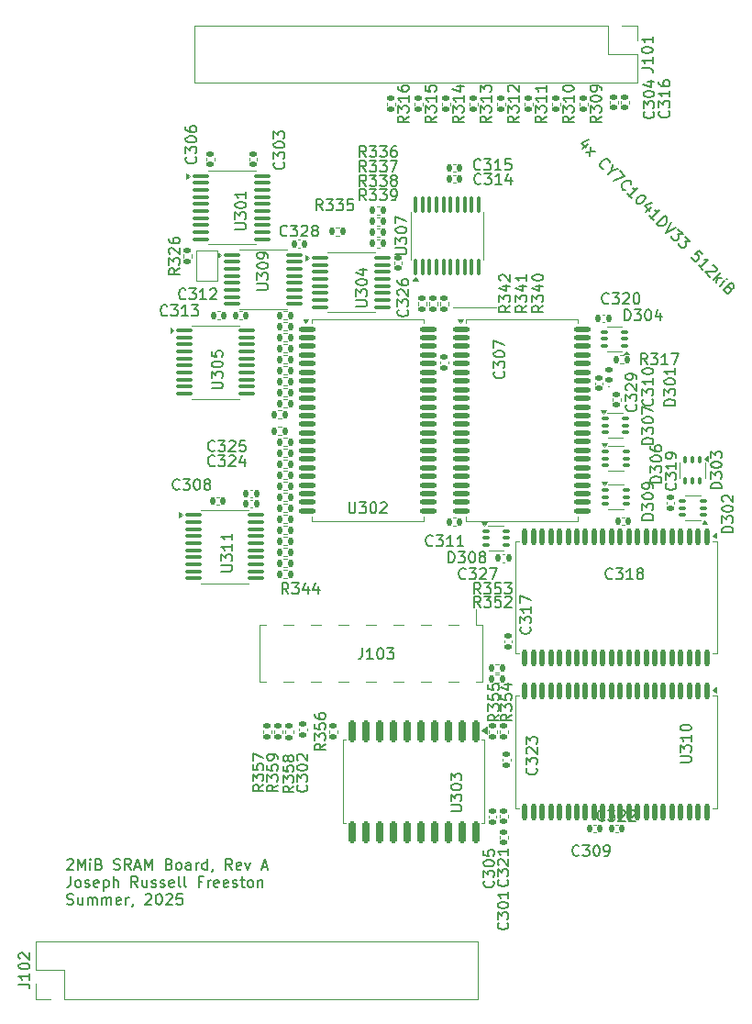
<source format=gto>
G04 #@! TF.GenerationSoftware,KiCad,Pcbnew,9.0.2*
G04 #@! TF.CreationDate,2025-07-03T22:57:36-04:00*
G04 #@! TF.ProjectId,RamBanks,52616d42-616e-46b7-932e-6b696361645f,A*
G04 #@! TF.SameCoordinates,Original*
G04 #@! TF.FileFunction,Legend,Top*
G04 #@! TF.FilePolarity,Positive*
%FSLAX46Y46*%
G04 Gerber Fmt 4.6, Leading zero omitted, Abs format (unit mm)*
G04 Created by KiCad (PCBNEW 9.0.2) date 2025-07-03 22:57:36*
%MOMM*%
%LPD*%
G01*
G04 APERTURE LIST*
G04 Aperture macros list*
%AMRoundRect*
0 Rectangle with rounded corners*
0 $1 Rounding radius*
0 $2 $3 $4 $5 $6 $7 $8 $9 X,Y pos of 4 corners*
0 Add a 4 corners polygon primitive as box body*
4,1,4,$2,$3,$4,$5,$6,$7,$8,$9,$2,$3,0*
0 Add four circle primitives for the rounded corners*
1,1,$1+$1,$2,$3*
1,1,$1+$1,$4,$5*
1,1,$1+$1,$6,$7*
1,1,$1+$1,$8,$9*
0 Add four rect primitives between the rounded corners*
20,1,$1+$1,$2,$3,$4,$5,0*
20,1,$1+$1,$4,$5,$6,$7,0*
20,1,$1+$1,$6,$7,$8,$9,0*
20,1,$1+$1,$8,$9,$2,$3,0*%
G04 Aperture macros list end*
%ADD10C,0.100000*%
%ADD11C,0.152400*%
%ADD12C,0.150000*%
%ADD13C,0.120000*%
%ADD14R,1.500000X1.000000*%
%ADD15RoundRect,0.140000X-0.140000X-0.170000X0.140000X-0.170000X0.140000X0.170000X-0.140000X0.170000X0*%
%ADD16RoundRect,0.100000X0.225000X0.100000X-0.225000X0.100000X-0.225000X-0.100000X0.225000X-0.100000X0*%
%ADD17RoundRect,0.135000X-0.135000X-0.185000X0.135000X-0.185000X0.135000X0.185000X-0.135000X0.185000X0*%
%ADD18RoundRect,0.140000X0.170000X-0.140000X0.170000X0.140000X-0.170000X0.140000X-0.170000X-0.140000X0*%
%ADD19RoundRect,0.135000X0.185000X-0.135000X0.185000X0.135000X-0.185000X0.135000X-0.185000X-0.135000X0*%
%ADD20RoundRect,0.135000X-0.185000X0.135000X-0.185000X-0.135000X0.185000X-0.135000X0.185000X0.135000X0*%
%ADD21RoundRect,0.137500X-0.137500X0.625000X-0.137500X-0.625000X0.137500X-0.625000X0.137500X0.625000X0*%
%ADD22RoundRect,0.135000X0.135000X0.185000X-0.135000X0.185000X-0.135000X-0.185000X0.135000X-0.185000X0*%
%ADD23RoundRect,0.100000X-0.100000X0.225000X-0.100000X-0.225000X0.100000X-0.225000X0.100000X0.225000X0*%
%ADD24RoundRect,0.140000X-0.170000X0.140000X-0.170000X-0.140000X0.170000X-0.140000X0.170000X0.140000X0*%
%ADD25RoundRect,0.100000X-0.637500X-0.100000X0.637500X-0.100000X0.637500X0.100000X-0.637500X0.100000X0*%
%ADD26RoundRect,0.137500X-0.625000X-0.137500X0.625000X-0.137500X0.625000X0.137500X-0.625000X0.137500X0*%
%ADD27RoundRect,0.140000X0.140000X0.170000X-0.140000X0.170000X-0.140000X-0.170000X0.140000X-0.170000X0*%
%ADD28R,1.700000X1.700000*%
%ADD29C,1.700000*%
%ADD30RoundRect,0.147500X0.172500X-0.147500X0.172500X0.147500X-0.172500X0.147500X-0.172500X-0.147500X0*%
%ADD31RoundRect,0.100000X-0.225000X-0.100000X0.225000X-0.100000X0.225000X0.100000X-0.225000X0.100000X0*%
%ADD32RoundRect,0.100000X0.100000X-0.637500X0.100000X0.637500X-0.100000X0.637500X-0.100000X-0.637500X0*%
%ADD33R,1.000000X3.150000*%
%ADD34RoundRect,0.150000X-0.150000X0.875000X-0.150000X-0.875000X0.150000X-0.875000X0.150000X0.875000X0*%
G04 APERTURE END LIST*
D10*
X148488400Y-74930000D02*
X144576800Y-74930000D01*
D11*
X108901139Y-125945444D02*
X108948758Y-125897825D01*
X108948758Y-125897825D02*
X109043996Y-125850206D01*
X109043996Y-125850206D02*
X109282091Y-125850206D01*
X109282091Y-125850206D02*
X109377329Y-125897825D01*
X109377329Y-125897825D02*
X109424948Y-125945444D01*
X109424948Y-125945444D02*
X109472567Y-126040682D01*
X109472567Y-126040682D02*
X109472567Y-126135920D01*
X109472567Y-126135920D02*
X109424948Y-126278777D01*
X109424948Y-126278777D02*
X108853520Y-126850206D01*
X108853520Y-126850206D02*
X109472567Y-126850206D01*
X109901139Y-126850206D02*
X109901139Y-125850206D01*
X109901139Y-125850206D02*
X110234472Y-126564491D01*
X110234472Y-126564491D02*
X110567805Y-125850206D01*
X110567805Y-125850206D02*
X110567805Y-126850206D01*
X111043996Y-126850206D02*
X111043996Y-126183539D01*
X111043996Y-125850206D02*
X110996377Y-125897825D01*
X110996377Y-125897825D02*
X111043996Y-125945444D01*
X111043996Y-125945444D02*
X111091615Y-125897825D01*
X111091615Y-125897825D02*
X111043996Y-125850206D01*
X111043996Y-125850206D02*
X111043996Y-125945444D01*
X111853519Y-126326396D02*
X111996376Y-126374015D01*
X111996376Y-126374015D02*
X112043995Y-126421634D01*
X112043995Y-126421634D02*
X112091614Y-126516872D01*
X112091614Y-126516872D02*
X112091614Y-126659729D01*
X112091614Y-126659729D02*
X112043995Y-126754967D01*
X112043995Y-126754967D02*
X111996376Y-126802587D01*
X111996376Y-126802587D02*
X111901138Y-126850206D01*
X111901138Y-126850206D02*
X111520186Y-126850206D01*
X111520186Y-126850206D02*
X111520186Y-125850206D01*
X111520186Y-125850206D02*
X111853519Y-125850206D01*
X111853519Y-125850206D02*
X111948757Y-125897825D01*
X111948757Y-125897825D02*
X111996376Y-125945444D01*
X111996376Y-125945444D02*
X112043995Y-126040682D01*
X112043995Y-126040682D02*
X112043995Y-126135920D01*
X112043995Y-126135920D02*
X111996376Y-126231158D01*
X111996376Y-126231158D02*
X111948757Y-126278777D01*
X111948757Y-126278777D02*
X111853519Y-126326396D01*
X111853519Y-126326396D02*
X111520186Y-126326396D01*
X113234472Y-126802587D02*
X113377329Y-126850206D01*
X113377329Y-126850206D02*
X113615424Y-126850206D01*
X113615424Y-126850206D02*
X113710662Y-126802587D01*
X113710662Y-126802587D02*
X113758281Y-126754967D01*
X113758281Y-126754967D02*
X113805900Y-126659729D01*
X113805900Y-126659729D02*
X113805900Y-126564491D01*
X113805900Y-126564491D02*
X113758281Y-126469253D01*
X113758281Y-126469253D02*
X113710662Y-126421634D01*
X113710662Y-126421634D02*
X113615424Y-126374015D01*
X113615424Y-126374015D02*
X113424948Y-126326396D01*
X113424948Y-126326396D02*
X113329710Y-126278777D01*
X113329710Y-126278777D02*
X113282091Y-126231158D01*
X113282091Y-126231158D02*
X113234472Y-126135920D01*
X113234472Y-126135920D02*
X113234472Y-126040682D01*
X113234472Y-126040682D02*
X113282091Y-125945444D01*
X113282091Y-125945444D02*
X113329710Y-125897825D01*
X113329710Y-125897825D02*
X113424948Y-125850206D01*
X113424948Y-125850206D02*
X113663043Y-125850206D01*
X113663043Y-125850206D02*
X113805900Y-125897825D01*
X114805900Y-126850206D02*
X114472567Y-126374015D01*
X114234472Y-126850206D02*
X114234472Y-125850206D01*
X114234472Y-125850206D02*
X114615424Y-125850206D01*
X114615424Y-125850206D02*
X114710662Y-125897825D01*
X114710662Y-125897825D02*
X114758281Y-125945444D01*
X114758281Y-125945444D02*
X114805900Y-126040682D01*
X114805900Y-126040682D02*
X114805900Y-126183539D01*
X114805900Y-126183539D02*
X114758281Y-126278777D01*
X114758281Y-126278777D02*
X114710662Y-126326396D01*
X114710662Y-126326396D02*
X114615424Y-126374015D01*
X114615424Y-126374015D02*
X114234472Y-126374015D01*
X115186853Y-126564491D02*
X115663043Y-126564491D01*
X115091615Y-126850206D02*
X115424948Y-125850206D01*
X115424948Y-125850206D02*
X115758281Y-126850206D01*
X116091615Y-126850206D02*
X116091615Y-125850206D01*
X116091615Y-125850206D02*
X116424948Y-126564491D01*
X116424948Y-126564491D02*
X116758281Y-125850206D01*
X116758281Y-125850206D02*
X116758281Y-126850206D01*
X118329710Y-126326396D02*
X118472567Y-126374015D01*
X118472567Y-126374015D02*
X118520186Y-126421634D01*
X118520186Y-126421634D02*
X118567805Y-126516872D01*
X118567805Y-126516872D02*
X118567805Y-126659729D01*
X118567805Y-126659729D02*
X118520186Y-126754967D01*
X118520186Y-126754967D02*
X118472567Y-126802587D01*
X118472567Y-126802587D02*
X118377329Y-126850206D01*
X118377329Y-126850206D02*
X117996377Y-126850206D01*
X117996377Y-126850206D02*
X117996377Y-125850206D01*
X117996377Y-125850206D02*
X118329710Y-125850206D01*
X118329710Y-125850206D02*
X118424948Y-125897825D01*
X118424948Y-125897825D02*
X118472567Y-125945444D01*
X118472567Y-125945444D02*
X118520186Y-126040682D01*
X118520186Y-126040682D02*
X118520186Y-126135920D01*
X118520186Y-126135920D02*
X118472567Y-126231158D01*
X118472567Y-126231158D02*
X118424948Y-126278777D01*
X118424948Y-126278777D02*
X118329710Y-126326396D01*
X118329710Y-126326396D02*
X117996377Y-126326396D01*
X119139234Y-126850206D02*
X119043996Y-126802587D01*
X119043996Y-126802587D02*
X118996377Y-126754967D01*
X118996377Y-126754967D02*
X118948758Y-126659729D01*
X118948758Y-126659729D02*
X118948758Y-126374015D01*
X118948758Y-126374015D02*
X118996377Y-126278777D01*
X118996377Y-126278777D02*
X119043996Y-126231158D01*
X119043996Y-126231158D02*
X119139234Y-126183539D01*
X119139234Y-126183539D02*
X119282091Y-126183539D01*
X119282091Y-126183539D02*
X119377329Y-126231158D01*
X119377329Y-126231158D02*
X119424948Y-126278777D01*
X119424948Y-126278777D02*
X119472567Y-126374015D01*
X119472567Y-126374015D02*
X119472567Y-126659729D01*
X119472567Y-126659729D02*
X119424948Y-126754967D01*
X119424948Y-126754967D02*
X119377329Y-126802587D01*
X119377329Y-126802587D02*
X119282091Y-126850206D01*
X119282091Y-126850206D02*
X119139234Y-126850206D01*
X120329710Y-126850206D02*
X120329710Y-126326396D01*
X120329710Y-126326396D02*
X120282091Y-126231158D01*
X120282091Y-126231158D02*
X120186853Y-126183539D01*
X120186853Y-126183539D02*
X119996377Y-126183539D01*
X119996377Y-126183539D02*
X119901139Y-126231158D01*
X120329710Y-126802587D02*
X120234472Y-126850206D01*
X120234472Y-126850206D02*
X119996377Y-126850206D01*
X119996377Y-126850206D02*
X119901139Y-126802587D01*
X119901139Y-126802587D02*
X119853520Y-126707348D01*
X119853520Y-126707348D02*
X119853520Y-126612110D01*
X119853520Y-126612110D02*
X119901139Y-126516872D01*
X119901139Y-126516872D02*
X119996377Y-126469253D01*
X119996377Y-126469253D02*
X120234472Y-126469253D01*
X120234472Y-126469253D02*
X120329710Y-126421634D01*
X120805901Y-126850206D02*
X120805901Y-126183539D01*
X120805901Y-126374015D02*
X120853520Y-126278777D01*
X120853520Y-126278777D02*
X120901139Y-126231158D01*
X120901139Y-126231158D02*
X120996377Y-126183539D01*
X120996377Y-126183539D02*
X121091615Y-126183539D01*
X121853520Y-126850206D02*
X121853520Y-125850206D01*
X121853520Y-126802587D02*
X121758282Y-126850206D01*
X121758282Y-126850206D02*
X121567806Y-126850206D01*
X121567806Y-126850206D02*
X121472568Y-126802587D01*
X121472568Y-126802587D02*
X121424949Y-126754967D01*
X121424949Y-126754967D02*
X121377330Y-126659729D01*
X121377330Y-126659729D02*
X121377330Y-126374015D01*
X121377330Y-126374015D02*
X121424949Y-126278777D01*
X121424949Y-126278777D02*
X121472568Y-126231158D01*
X121472568Y-126231158D02*
X121567806Y-126183539D01*
X121567806Y-126183539D02*
X121758282Y-126183539D01*
X121758282Y-126183539D02*
X121853520Y-126231158D01*
X122377330Y-126802587D02*
X122377330Y-126850206D01*
X122377330Y-126850206D02*
X122329711Y-126945444D01*
X122329711Y-126945444D02*
X122282092Y-126993063D01*
X124139234Y-126850206D02*
X123805901Y-126374015D01*
X123567806Y-126850206D02*
X123567806Y-125850206D01*
X123567806Y-125850206D02*
X123948758Y-125850206D01*
X123948758Y-125850206D02*
X124043996Y-125897825D01*
X124043996Y-125897825D02*
X124091615Y-125945444D01*
X124091615Y-125945444D02*
X124139234Y-126040682D01*
X124139234Y-126040682D02*
X124139234Y-126183539D01*
X124139234Y-126183539D02*
X124091615Y-126278777D01*
X124091615Y-126278777D02*
X124043996Y-126326396D01*
X124043996Y-126326396D02*
X123948758Y-126374015D01*
X123948758Y-126374015D02*
X123567806Y-126374015D01*
X124948758Y-126802587D02*
X124853520Y-126850206D01*
X124853520Y-126850206D02*
X124663044Y-126850206D01*
X124663044Y-126850206D02*
X124567806Y-126802587D01*
X124567806Y-126802587D02*
X124520187Y-126707348D01*
X124520187Y-126707348D02*
X124520187Y-126326396D01*
X124520187Y-126326396D02*
X124567806Y-126231158D01*
X124567806Y-126231158D02*
X124663044Y-126183539D01*
X124663044Y-126183539D02*
X124853520Y-126183539D01*
X124853520Y-126183539D02*
X124948758Y-126231158D01*
X124948758Y-126231158D02*
X124996377Y-126326396D01*
X124996377Y-126326396D02*
X124996377Y-126421634D01*
X124996377Y-126421634D02*
X124520187Y-126516872D01*
X125329711Y-126183539D02*
X125567806Y-126850206D01*
X125567806Y-126850206D02*
X125805901Y-126183539D01*
X126901140Y-126564491D02*
X127377330Y-126564491D01*
X126805902Y-126850206D02*
X127139235Y-125850206D01*
X127139235Y-125850206D02*
X127472568Y-126850206D01*
X109234472Y-127460150D02*
X109234472Y-128174435D01*
X109234472Y-128174435D02*
X109186853Y-128317292D01*
X109186853Y-128317292D02*
X109091615Y-128412531D01*
X109091615Y-128412531D02*
X108948758Y-128460150D01*
X108948758Y-128460150D02*
X108853520Y-128460150D01*
X109853520Y-128460150D02*
X109758282Y-128412531D01*
X109758282Y-128412531D02*
X109710663Y-128364911D01*
X109710663Y-128364911D02*
X109663044Y-128269673D01*
X109663044Y-128269673D02*
X109663044Y-127983959D01*
X109663044Y-127983959D02*
X109710663Y-127888721D01*
X109710663Y-127888721D02*
X109758282Y-127841102D01*
X109758282Y-127841102D02*
X109853520Y-127793483D01*
X109853520Y-127793483D02*
X109996377Y-127793483D01*
X109996377Y-127793483D02*
X110091615Y-127841102D01*
X110091615Y-127841102D02*
X110139234Y-127888721D01*
X110139234Y-127888721D02*
X110186853Y-127983959D01*
X110186853Y-127983959D02*
X110186853Y-128269673D01*
X110186853Y-128269673D02*
X110139234Y-128364911D01*
X110139234Y-128364911D02*
X110091615Y-128412531D01*
X110091615Y-128412531D02*
X109996377Y-128460150D01*
X109996377Y-128460150D02*
X109853520Y-128460150D01*
X110567806Y-128412531D02*
X110663044Y-128460150D01*
X110663044Y-128460150D02*
X110853520Y-128460150D01*
X110853520Y-128460150D02*
X110948758Y-128412531D01*
X110948758Y-128412531D02*
X110996377Y-128317292D01*
X110996377Y-128317292D02*
X110996377Y-128269673D01*
X110996377Y-128269673D02*
X110948758Y-128174435D01*
X110948758Y-128174435D02*
X110853520Y-128126816D01*
X110853520Y-128126816D02*
X110710663Y-128126816D01*
X110710663Y-128126816D02*
X110615425Y-128079197D01*
X110615425Y-128079197D02*
X110567806Y-127983959D01*
X110567806Y-127983959D02*
X110567806Y-127936340D01*
X110567806Y-127936340D02*
X110615425Y-127841102D01*
X110615425Y-127841102D02*
X110710663Y-127793483D01*
X110710663Y-127793483D02*
X110853520Y-127793483D01*
X110853520Y-127793483D02*
X110948758Y-127841102D01*
X111805901Y-128412531D02*
X111710663Y-128460150D01*
X111710663Y-128460150D02*
X111520187Y-128460150D01*
X111520187Y-128460150D02*
X111424949Y-128412531D01*
X111424949Y-128412531D02*
X111377330Y-128317292D01*
X111377330Y-128317292D02*
X111377330Y-127936340D01*
X111377330Y-127936340D02*
X111424949Y-127841102D01*
X111424949Y-127841102D02*
X111520187Y-127793483D01*
X111520187Y-127793483D02*
X111710663Y-127793483D01*
X111710663Y-127793483D02*
X111805901Y-127841102D01*
X111805901Y-127841102D02*
X111853520Y-127936340D01*
X111853520Y-127936340D02*
X111853520Y-128031578D01*
X111853520Y-128031578D02*
X111377330Y-128126816D01*
X112282092Y-127793483D02*
X112282092Y-128793483D01*
X112282092Y-127841102D02*
X112377330Y-127793483D01*
X112377330Y-127793483D02*
X112567806Y-127793483D01*
X112567806Y-127793483D02*
X112663044Y-127841102D01*
X112663044Y-127841102D02*
X112710663Y-127888721D01*
X112710663Y-127888721D02*
X112758282Y-127983959D01*
X112758282Y-127983959D02*
X112758282Y-128269673D01*
X112758282Y-128269673D02*
X112710663Y-128364911D01*
X112710663Y-128364911D02*
X112663044Y-128412531D01*
X112663044Y-128412531D02*
X112567806Y-128460150D01*
X112567806Y-128460150D02*
X112377330Y-128460150D01*
X112377330Y-128460150D02*
X112282092Y-128412531D01*
X113186854Y-128460150D02*
X113186854Y-127460150D01*
X113615425Y-128460150D02*
X113615425Y-127936340D01*
X113615425Y-127936340D02*
X113567806Y-127841102D01*
X113567806Y-127841102D02*
X113472568Y-127793483D01*
X113472568Y-127793483D02*
X113329711Y-127793483D01*
X113329711Y-127793483D02*
X113234473Y-127841102D01*
X113234473Y-127841102D02*
X113186854Y-127888721D01*
X115424949Y-128460150D02*
X115091616Y-127983959D01*
X114853521Y-128460150D02*
X114853521Y-127460150D01*
X114853521Y-127460150D02*
X115234473Y-127460150D01*
X115234473Y-127460150D02*
X115329711Y-127507769D01*
X115329711Y-127507769D02*
X115377330Y-127555388D01*
X115377330Y-127555388D02*
X115424949Y-127650626D01*
X115424949Y-127650626D02*
X115424949Y-127793483D01*
X115424949Y-127793483D02*
X115377330Y-127888721D01*
X115377330Y-127888721D02*
X115329711Y-127936340D01*
X115329711Y-127936340D02*
X115234473Y-127983959D01*
X115234473Y-127983959D02*
X114853521Y-127983959D01*
X116282092Y-127793483D02*
X116282092Y-128460150D01*
X115853521Y-127793483D02*
X115853521Y-128317292D01*
X115853521Y-128317292D02*
X115901140Y-128412531D01*
X115901140Y-128412531D02*
X115996378Y-128460150D01*
X115996378Y-128460150D02*
X116139235Y-128460150D01*
X116139235Y-128460150D02*
X116234473Y-128412531D01*
X116234473Y-128412531D02*
X116282092Y-128364911D01*
X116710664Y-128412531D02*
X116805902Y-128460150D01*
X116805902Y-128460150D02*
X116996378Y-128460150D01*
X116996378Y-128460150D02*
X117091616Y-128412531D01*
X117091616Y-128412531D02*
X117139235Y-128317292D01*
X117139235Y-128317292D02*
X117139235Y-128269673D01*
X117139235Y-128269673D02*
X117091616Y-128174435D01*
X117091616Y-128174435D02*
X116996378Y-128126816D01*
X116996378Y-128126816D02*
X116853521Y-128126816D01*
X116853521Y-128126816D02*
X116758283Y-128079197D01*
X116758283Y-128079197D02*
X116710664Y-127983959D01*
X116710664Y-127983959D02*
X116710664Y-127936340D01*
X116710664Y-127936340D02*
X116758283Y-127841102D01*
X116758283Y-127841102D02*
X116853521Y-127793483D01*
X116853521Y-127793483D02*
X116996378Y-127793483D01*
X116996378Y-127793483D02*
X117091616Y-127841102D01*
X117520188Y-128412531D02*
X117615426Y-128460150D01*
X117615426Y-128460150D02*
X117805902Y-128460150D01*
X117805902Y-128460150D02*
X117901140Y-128412531D01*
X117901140Y-128412531D02*
X117948759Y-128317292D01*
X117948759Y-128317292D02*
X117948759Y-128269673D01*
X117948759Y-128269673D02*
X117901140Y-128174435D01*
X117901140Y-128174435D02*
X117805902Y-128126816D01*
X117805902Y-128126816D02*
X117663045Y-128126816D01*
X117663045Y-128126816D02*
X117567807Y-128079197D01*
X117567807Y-128079197D02*
X117520188Y-127983959D01*
X117520188Y-127983959D02*
X117520188Y-127936340D01*
X117520188Y-127936340D02*
X117567807Y-127841102D01*
X117567807Y-127841102D02*
X117663045Y-127793483D01*
X117663045Y-127793483D02*
X117805902Y-127793483D01*
X117805902Y-127793483D02*
X117901140Y-127841102D01*
X118758283Y-128412531D02*
X118663045Y-128460150D01*
X118663045Y-128460150D02*
X118472569Y-128460150D01*
X118472569Y-128460150D02*
X118377331Y-128412531D01*
X118377331Y-128412531D02*
X118329712Y-128317292D01*
X118329712Y-128317292D02*
X118329712Y-127936340D01*
X118329712Y-127936340D02*
X118377331Y-127841102D01*
X118377331Y-127841102D02*
X118472569Y-127793483D01*
X118472569Y-127793483D02*
X118663045Y-127793483D01*
X118663045Y-127793483D02*
X118758283Y-127841102D01*
X118758283Y-127841102D02*
X118805902Y-127936340D01*
X118805902Y-127936340D02*
X118805902Y-128031578D01*
X118805902Y-128031578D02*
X118329712Y-128126816D01*
X119377331Y-128460150D02*
X119282093Y-128412531D01*
X119282093Y-128412531D02*
X119234474Y-128317292D01*
X119234474Y-128317292D02*
X119234474Y-127460150D01*
X119901141Y-128460150D02*
X119805903Y-128412531D01*
X119805903Y-128412531D02*
X119758284Y-128317292D01*
X119758284Y-128317292D02*
X119758284Y-127460150D01*
X121377332Y-127936340D02*
X121043999Y-127936340D01*
X121043999Y-128460150D02*
X121043999Y-127460150D01*
X121043999Y-127460150D02*
X121520189Y-127460150D01*
X121901142Y-128460150D02*
X121901142Y-127793483D01*
X121901142Y-127983959D02*
X121948761Y-127888721D01*
X121948761Y-127888721D02*
X121996380Y-127841102D01*
X121996380Y-127841102D02*
X122091618Y-127793483D01*
X122091618Y-127793483D02*
X122186856Y-127793483D01*
X122901142Y-128412531D02*
X122805904Y-128460150D01*
X122805904Y-128460150D02*
X122615428Y-128460150D01*
X122615428Y-128460150D02*
X122520190Y-128412531D01*
X122520190Y-128412531D02*
X122472571Y-128317292D01*
X122472571Y-128317292D02*
X122472571Y-127936340D01*
X122472571Y-127936340D02*
X122520190Y-127841102D01*
X122520190Y-127841102D02*
X122615428Y-127793483D01*
X122615428Y-127793483D02*
X122805904Y-127793483D01*
X122805904Y-127793483D02*
X122901142Y-127841102D01*
X122901142Y-127841102D02*
X122948761Y-127936340D01*
X122948761Y-127936340D02*
X122948761Y-128031578D01*
X122948761Y-128031578D02*
X122472571Y-128126816D01*
X123758285Y-128412531D02*
X123663047Y-128460150D01*
X123663047Y-128460150D02*
X123472571Y-128460150D01*
X123472571Y-128460150D02*
X123377333Y-128412531D01*
X123377333Y-128412531D02*
X123329714Y-128317292D01*
X123329714Y-128317292D02*
X123329714Y-127936340D01*
X123329714Y-127936340D02*
X123377333Y-127841102D01*
X123377333Y-127841102D02*
X123472571Y-127793483D01*
X123472571Y-127793483D02*
X123663047Y-127793483D01*
X123663047Y-127793483D02*
X123758285Y-127841102D01*
X123758285Y-127841102D02*
X123805904Y-127936340D01*
X123805904Y-127936340D02*
X123805904Y-128031578D01*
X123805904Y-128031578D02*
X123329714Y-128126816D01*
X124186857Y-128412531D02*
X124282095Y-128460150D01*
X124282095Y-128460150D02*
X124472571Y-128460150D01*
X124472571Y-128460150D02*
X124567809Y-128412531D01*
X124567809Y-128412531D02*
X124615428Y-128317292D01*
X124615428Y-128317292D02*
X124615428Y-128269673D01*
X124615428Y-128269673D02*
X124567809Y-128174435D01*
X124567809Y-128174435D02*
X124472571Y-128126816D01*
X124472571Y-128126816D02*
X124329714Y-128126816D01*
X124329714Y-128126816D02*
X124234476Y-128079197D01*
X124234476Y-128079197D02*
X124186857Y-127983959D01*
X124186857Y-127983959D02*
X124186857Y-127936340D01*
X124186857Y-127936340D02*
X124234476Y-127841102D01*
X124234476Y-127841102D02*
X124329714Y-127793483D01*
X124329714Y-127793483D02*
X124472571Y-127793483D01*
X124472571Y-127793483D02*
X124567809Y-127841102D01*
X124901143Y-127793483D02*
X125282095Y-127793483D01*
X125044000Y-127460150D02*
X125044000Y-128317292D01*
X125044000Y-128317292D02*
X125091619Y-128412531D01*
X125091619Y-128412531D02*
X125186857Y-128460150D01*
X125186857Y-128460150D02*
X125282095Y-128460150D01*
X125758286Y-128460150D02*
X125663048Y-128412531D01*
X125663048Y-128412531D02*
X125615429Y-128364911D01*
X125615429Y-128364911D02*
X125567810Y-128269673D01*
X125567810Y-128269673D02*
X125567810Y-127983959D01*
X125567810Y-127983959D02*
X125615429Y-127888721D01*
X125615429Y-127888721D02*
X125663048Y-127841102D01*
X125663048Y-127841102D02*
X125758286Y-127793483D01*
X125758286Y-127793483D02*
X125901143Y-127793483D01*
X125901143Y-127793483D02*
X125996381Y-127841102D01*
X125996381Y-127841102D02*
X126044000Y-127888721D01*
X126044000Y-127888721D02*
X126091619Y-127983959D01*
X126091619Y-127983959D02*
X126091619Y-128269673D01*
X126091619Y-128269673D02*
X126044000Y-128364911D01*
X126044000Y-128364911D02*
X125996381Y-128412531D01*
X125996381Y-128412531D02*
X125901143Y-128460150D01*
X125901143Y-128460150D02*
X125758286Y-128460150D01*
X126520191Y-127793483D02*
X126520191Y-128460150D01*
X126520191Y-127888721D02*
X126567810Y-127841102D01*
X126567810Y-127841102D02*
X126663048Y-127793483D01*
X126663048Y-127793483D02*
X126805905Y-127793483D01*
X126805905Y-127793483D02*
X126901143Y-127841102D01*
X126901143Y-127841102D02*
X126948762Y-127936340D01*
X126948762Y-127936340D02*
X126948762Y-128460150D01*
X108901139Y-130022475D02*
X109043996Y-130070094D01*
X109043996Y-130070094D02*
X109282091Y-130070094D01*
X109282091Y-130070094D02*
X109377329Y-130022475D01*
X109377329Y-130022475D02*
X109424948Y-129974855D01*
X109424948Y-129974855D02*
X109472567Y-129879617D01*
X109472567Y-129879617D02*
X109472567Y-129784379D01*
X109472567Y-129784379D02*
X109424948Y-129689141D01*
X109424948Y-129689141D02*
X109377329Y-129641522D01*
X109377329Y-129641522D02*
X109282091Y-129593903D01*
X109282091Y-129593903D02*
X109091615Y-129546284D01*
X109091615Y-129546284D02*
X108996377Y-129498665D01*
X108996377Y-129498665D02*
X108948758Y-129451046D01*
X108948758Y-129451046D02*
X108901139Y-129355808D01*
X108901139Y-129355808D02*
X108901139Y-129260570D01*
X108901139Y-129260570D02*
X108948758Y-129165332D01*
X108948758Y-129165332D02*
X108996377Y-129117713D01*
X108996377Y-129117713D02*
X109091615Y-129070094D01*
X109091615Y-129070094D02*
X109329710Y-129070094D01*
X109329710Y-129070094D02*
X109472567Y-129117713D01*
X110329710Y-129403427D02*
X110329710Y-130070094D01*
X109901139Y-129403427D02*
X109901139Y-129927236D01*
X109901139Y-129927236D02*
X109948758Y-130022475D01*
X109948758Y-130022475D02*
X110043996Y-130070094D01*
X110043996Y-130070094D02*
X110186853Y-130070094D01*
X110186853Y-130070094D02*
X110282091Y-130022475D01*
X110282091Y-130022475D02*
X110329710Y-129974855D01*
X110805901Y-130070094D02*
X110805901Y-129403427D01*
X110805901Y-129498665D02*
X110853520Y-129451046D01*
X110853520Y-129451046D02*
X110948758Y-129403427D01*
X110948758Y-129403427D02*
X111091615Y-129403427D01*
X111091615Y-129403427D02*
X111186853Y-129451046D01*
X111186853Y-129451046D02*
X111234472Y-129546284D01*
X111234472Y-129546284D02*
X111234472Y-130070094D01*
X111234472Y-129546284D02*
X111282091Y-129451046D01*
X111282091Y-129451046D02*
X111377329Y-129403427D01*
X111377329Y-129403427D02*
X111520186Y-129403427D01*
X111520186Y-129403427D02*
X111615425Y-129451046D01*
X111615425Y-129451046D02*
X111663044Y-129546284D01*
X111663044Y-129546284D02*
X111663044Y-130070094D01*
X112139234Y-130070094D02*
X112139234Y-129403427D01*
X112139234Y-129498665D02*
X112186853Y-129451046D01*
X112186853Y-129451046D02*
X112282091Y-129403427D01*
X112282091Y-129403427D02*
X112424948Y-129403427D01*
X112424948Y-129403427D02*
X112520186Y-129451046D01*
X112520186Y-129451046D02*
X112567805Y-129546284D01*
X112567805Y-129546284D02*
X112567805Y-130070094D01*
X112567805Y-129546284D02*
X112615424Y-129451046D01*
X112615424Y-129451046D02*
X112710662Y-129403427D01*
X112710662Y-129403427D02*
X112853519Y-129403427D01*
X112853519Y-129403427D02*
X112948758Y-129451046D01*
X112948758Y-129451046D02*
X112996377Y-129546284D01*
X112996377Y-129546284D02*
X112996377Y-130070094D01*
X113853519Y-130022475D02*
X113758281Y-130070094D01*
X113758281Y-130070094D02*
X113567805Y-130070094D01*
X113567805Y-130070094D02*
X113472567Y-130022475D01*
X113472567Y-130022475D02*
X113424948Y-129927236D01*
X113424948Y-129927236D02*
X113424948Y-129546284D01*
X113424948Y-129546284D02*
X113472567Y-129451046D01*
X113472567Y-129451046D02*
X113567805Y-129403427D01*
X113567805Y-129403427D02*
X113758281Y-129403427D01*
X113758281Y-129403427D02*
X113853519Y-129451046D01*
X113853519Y-129451046D02*
X113901138Y-129546284D01*
X113901138Y-129546284D02*
X113901138Y-129641522D01*
X113901138Y-129641522D02*
X113424948Y-129736760D01*
X114329710Y-130070094D02*
X114329710Y-129403427D01*
X114329710Y-129593903D02*
X114377329Y-129498665D01*
X114377329Y-129498665D02*
X114424948Y-129451046D01*
X114424948Y-129451046D02*
X114520186Y-129403427D01*
X114520186Y-129403427D02*
X114615424Y-129403427D01*
X114996377Y-130022475D02*
X114996377Y-130070094D01*
X114996377Y-130070094D02*
X114948758Y-130165332D01*
X114948758Y-130165332D02*
X114901139Y-130212951D01*
X116139234Y-129165332D02*
X116186853Y-129117713D01*
X116186853Y-129117713D02*
X116282091Y-129070094D01*
X116282091Y-129070094D02*
X116520186Y-129070094D01*
X116520186Y-129070094D02*
X116615424Y-129117713D01*
X116615424Y-129117713D02*
X116663043Y-129165332D01*
X116663043Y-129165332D02*
X116710662Y-129260570D01*
X116710662Y-129260570D02*
X116710662Y-129355808D01*
X116710662Y-129355808D02*
X116663043Y-129498665D01*
X116663043Y-129498665D02*
X116091615Y-130070094D01*
X116091615Y-130070094D02*
X116710662Y-130070094D01*
X117329710Y-129070094D02*
X117424948Y-129070094D01*
X117424948Y-129070094D02*
X117520186Y-129117713D01*
X117520186Y-129117713D02*
X117567805Y-129165332D01*
X117567805Y-129165332D02*
X117615424Y-129260570D01*
X117615424Y-129260570D02*
X117663043Y-129451046D01*
X117663043Y-129451046D02*
X117663043Y-129689141D01*
X117663043Y-129689141D02*
X117615424Y-129879617D01*
X117615424Y-129879617D02*
X117567805Y-129974855D01*
X117567805Y-129974855D02*
X117520186Y-130022475D01*
X117520186Y-130022475D02*
X117424948Y-130070094D01*
X117424948Y-130070094D02*
X117329710Y-130070094D01*
X117329710Y-130070094D02*
X117234472Y-130022475D01*
X117234472Y-130022475D02*
X117186853Y-129974855D01*
X117186853Y-129974855D02*
X117139234Y-129879617D01*
X117139234Y-129879617D02*
X117091615Y-129689141D01*
X117091615Y-129689141D02*
X117091615Y-129451046D01*
X117091615Y-129451046D02*
X117139234Y-129260570D01*
X117139234Y-129260570D02*
X117186853Y-129165332D01*
X117186853Y-129165332D02*
X117234472Y-129117713D01*
X117234472Y-129117713D02*
X117329710Y-129070094D01*
X118043996Y-129165332D02*
X118091615Y-129117713D01*
X118091615Y-129117713D02*
X118186853Y-129070094D01*
X118186853Y-129070094D02*
X118424948Y-129070094D01*
X118424948Y-129070094D02*
X118520186Y-129117713D01*
X118520186Y-129117713D02*
X118567805Y-129165332D01*
X118567805Y-129165332D02*
X118615424Y-129260570D01*
X118615424Y-129260570D02*
X118615424Y-129355808D01*
X118615424Y-129355808D02*
X118567805Y-129498665D01*
X118567805Y-129498665D02*
X117996377Y-130070094D01*
X117996377Y-130070094D02*
X118615424Y-130070094D01*
X119520186Y-129070094D02*
X119043996Y-129070094D01*
X119043996Y-129070094D02*
X118996377Y-129546284D01*
X118996377Y-129546284D02*
X119043996Y-129498665D01*
X119043996Y-129498665D02*
X119139234Y-129451046D01*
X119139234Y-129451046D02*
X119377329Y-129451046D01*
X119377329Y-129451046D02*
X119472567Y-129498665D01*
X119472567Y-129498665D02*
X119520186Y-129546284D01*
X119520186Y-129546284D02*
X119567805Y-129641522D01*
X119567805Y-129641522D02*
X119567805Y-129879617D01*
X119567805Y-129879617D02*
X119520186Y-129974855D01*
X119520186Y-129974855D02*
X119472567Y-130022475D01*
X119472567Y-130022475D02*
X119377329Y-130070094D01*
X119377329Y-130070094D02*
X119139234Y-130070094D01*
X119139234Y-130070094D02*
X119043996Y-130022475D01*
X119043996Y-130022475D02*
X118996377Y-129974855D01*
X156960245Y-59871956D02*
X156488841Y-60343360D01*
X157061261Y-59434223D02*
X156387826Y-59770941D01*
X156387826Y-59770941D02*
X156825558Y-60208673D01*
X156791887Y-60646406D02*
X157633680Y-60545391D01*
X157263291Y-60175002D02*
X157162276Y-61016796D01*
X158441803Y-62161635D02*
X158374459Y-62161635D01*
X158374459Y-62161635D02*
X158239772Y-62094292D01*
X158239772Y-62094292D02*
X158172429Y-62026948D01*
X158172429Y-62026948D02*
X158105085Y-61892261D01*
X158105085Y-61892261D02*
X158105085Y-61757574D01*
X158105085Y-61757574D02*
X158138757Y-61656559D01*
X158138757Y-61656559D02*
X158239772Y-61488200D01*
X158239772Y-61488200D02*
X158340788Y-61387185D01*
X158340788Y-61387185D02*
X158509146Y-61286170D01*
X158509146Y-61286170D02*
X158610162Y-61252498D01*
X158610162Y-61252498D02*
X158744849Y-61252498D01*
X158744849Y-61252498D02*
X158879536Y-61319842D01*
X158879536Y-61319842D02*
X158946879Y-61387185D01*
X158946879Y-61387185D02*
X159014223Y-61521872D01*
X159014223Y-61521872D02*
X159014223Y-61589216D01*
X159148910Y-62329994D02*
X158812192Y-62666712D01*
X159283597Y-61723903D02*
X159148910Y-62329994D01*
X159148910Y-62329994D02*
X159755001Y-62195307D01*
X159923360Y-62363666D02*
X160394765Y-62835070D01*
X160394765Y-62835070D02*
X159384612Y-63239132D01*
X160428436Y-64148269D02*
X160361093Y-64148269D01*
X160361093Y-64148269D02*
X160226406Y-64080925D01*
X160226406Y-64080925D02*
X160159062Y-64013582D01*
X160159062Y-64013582D02*
X160091719Y-63878895D01*
X160091719Y-63878895D02*
X160091719Y-63744208D01*
X160091719Y-63744208D02*
X160125391Y-63643193D01*
X160125391Y-63643193D02*
X160226406Y-63474834D01*
X160226406Y-63474834D02*
X160327421Y-63373819D01*
X160327421Y-63373819D02*
X160495780Y-63272803D01*
X160495780Y-63272803D02*
X160596795Y-63239132D01*
X160596795Y-63239132D02*
X160731482Y-63239132D01*
X160731482Y-63239132D02*
X160866169Y-63306475D01*
X160866169Y-63306475D02*
X160933513Y-63373819D01*
X160933513Y-63373819D02*
X161000856Y-63508506D01*
X161000856Y-63508506D02*
X161000856Y-63575849D01*
X161034528Y-64889047D02*
X160630467Y-64484986D01*
X160832497Y-64687017D02*
X161539604Y-63979910D01*
X161539604Y-63979910D02*
X161371245Y-64013582D01*
X161371245Y-64013582D02*
X161236558Y-64013582D01*
X161236558Y-64013582D02*
X161135543Y-63979910D01*
X162179367Y-64619673D02*
X162246711Y-64687017D01*
X162246711Y-64687017D02*
X162280383Y-64788032D01*
X162280383Y-64788032D02*
X162280383Y-64855376D01*
X162280383Y-64855376D02*
X162246711Y-64956391D01*
X162246711Y-64956391D02*
X162145696Y-65124750D01*
X162145696Y-65124750D02*
X161977337Y-65293108D01*
X161977337Y-65293108D02*
X161808978Y-65394124D01*
X161808978Y-65394124D02*
X161707963Y-65427795D01*
X161707963Y-65427795D02*
X161640619Y-65427795D01*
X161640619Y-65427795D02*
X161539604Y-65394124D01*
X161539604Y-65394124D02*
X161472261Y-65326780D01*
X161472261Y-65326780D02*
X161438589Y-65225765D01*
X161438589Y-65225765D02*
X161438589Y-65158421D01*
X161438589Y-65158421D02*
X161472261Y-65057406D01*
X161472261Y-65057406D02*
X161573276Y-64889047D01*
X161573276Y-64889047D02*
X161741635Y-64720689D01*
X161741635Y-64720689D02*
X161909993Y-64619673D01*
X161909993Y-64619673D02*
X162011009Y-64586002D01*
X162011009Y-64586002D02*
X162078352Y-64586002D01*
X162078352Y-64586002D02*
X162179367Y-64619673D01*
X162785459Y-65697169D02*
X162314054Y-66168574D01*
X162886474Y-65259437D02*
X162213039Y-65596154D01*
X162213039Y-65596154D02*
X162650772Y-66033887D01*
X163054833Y-66909353D02*
X162650772Y-66505292D01*
X162852802Y-66707322D02*
X163559909Y-66000215D01*
X163559909Y-66000215D02*
X163391551Y-66033887D01*
X163391551Y-66033887D02*
X163256864Y-66033887D01*
X163256864Y-66033887D02*
X163155848Y-66000215D01*
X163357879Y-67212398D02*
X164064986Y-66505292D01*
X164064986Y-66505292D02*
X164233344Y-66673650D01*
X164233344Y-66673650D02*
X164300688Y-66808337D01*
X164300688Y-66808337D02*
X164300688Y-66943024D01*
X164300688Y-66943024D02*
X164267016Y-67044040D01*
X164267016Y-67044040D02*
X164166001Y-67212398D01*
X164166001Y-67212398D02*
X164064986Y-67313414D01*
X164064986Y-67313414D02*
X163896627Y-67414429D01*
X163896627Y-67414429D02*
X163795612Y-67448101D01*
X163795612Y-67448101D02*
X163660925Y-67448101D01*
X163660925Y-67448101D02*
X163526238Y-67380757D01*
X163526238Y-67380757D02*
X163357879Y-67212398D01*
X164671077Y-67111383D02*
X164199673Y-68054192D01*
X164199673Y-68054192D02*
X165142482Y-67582788D01*
X165310840Y-67751146D02*
X165748573Y-68188879D01*
X165748573Y-68188879D02*
X165243497Y-68222551D01*
X165243497Y-68222551D02*
X165344512Y-68323566D01*
X165344512Y-68323566D02*
X165378184Y-68424582D01*
X165378184Y-68424582D02*
X165378184Y-68491925D01*
X165378184Y-68491925D02*
X165344512Y-68592940D01*
X165344512Y-68592940D02*
X165176153Y-68761299D01*
X165176153Y-68761299D02*
X165075138Y-68794971D01*
X165075138Y-68794971D02*
X165007795Y-68794971D01*
X165007795Y-68794971D02*
X164906779Y-68761299D01*
X164906779Y-68761299D02*
X164704749Y-68559269D01*
X164704749Y-68559269D02*
X164671077Y-68458253D01*
X164671077Y-68458253D02*
X164671077Y-68390910D01*
X165984276Y-68424582D02*
X166422008Y-68862314D01*
X166422008Y-68862314D02*
X165916932Y-68895986D01*
X165916932Y-68895986D02*
X166017947Y-68997001D01*
X166017947Y-68997001D02*
X166051619Y-69098017D01*
X166051619Y-69098017D02*
X166051619Y-69165360D01*
X166051619Y-69165360D02*
X166017947Y-69266375D01*
X166017947Y-69266375D02*
X165849589Y-69434734D01*
X165849589Y-69434734D02*
X165748573Y-69468406D01*
X165748573Y-69468406D02*
X165681230Y-69468406D01*
X165681230Y-69468406D02*
X165580215Y-69434734D01*
X165580215Y-69434734D02*
X165378184Y-69232704D01*
X165378184Y-69232704D02*
X165344512Y-69131688D01*
X165344512Y-69131688D02*
X165344512Y-69064345D01*
X167600520Y-70040826D02*
X167263802Y-69704108D01*
X167263802Y-69704108D02*
X166893413Y-70007154D01*
X166893413Y-70007154D02*
X166960757Y-70007154D01*
X166960757Y-70007154D02*
X167061772Y-70040826D01*
X167061772Y-70040826D02*
X167230131Y-70209185D01*
X167230131Y-70209185D02*
X167263802Y-70310200D01*
X167263802Y-70310200D02*
X167263802Y-70377543D01*
X167263802Y-70377543D02*
X167230131Y-70478559D01*
X167230131Y-70478559D02*
X167061772Y-70646917D01*
X167061772Y-70646917D02*
X166960757Y-70680589D01*
X166960757Y-70680589D02*
X166893413Y-70680589D01*
X166893413Y-70680589D02*
X166792398Y-70646917D01*
X166792398Y-70646917D02*
X166624039Y-70478559D01*
X166624039Y-70478559D02*
X166590367Y-70377543D01*
X166590367Y-70377543D02*
X166590367Y-70310200D01*
X167600520Y-71455039D02*
X167196459Y-71050978D01*
X167398489Y-71253009D02*
X168105596Y-70545902D01*
X168105596Y-70545902D02*
X167937237Y-70579574D01*
X167937237Y-70579574D02*
X167802550Y-70579574D01*
X167802550Y-70579574D02*
X167701535Y-70545902D01*
X168509657Y-71084650D02*
X168577001Y-71084650D01*
X168577001Y-71084650D02*
X168678016Y-71118322D01*
X168678016Y-71118322D02*
X168846375Y-71286681D01*
X168846375Y-71286681D02*
X168880046Y-71387696D01*
X168880046Y-71387696D02*
X168880046Y-71455039D01*
X168880046Y-71455039D02*
X168846375Y-71556055D01*
X168846375Y-71556055D02*
X168779031Y-71623398D01*
X168779031Y-71623398D02*
X168644344Y-71690742D01*
X168644344Y-71690742D02*
X167836222Y-71690742D01*
X167836222Y-71690742D02*
X168273955Y-72128474D01*
X168577001Y-72431520D02*
X169284107Y-71724413D01*
X168913718Y-72229490D02*
X168846375Y-72700894D01*
X169317779Y-72229490D02*
X168779031Y-72229490D01*
X169149421Y-73003940D02*
X169620825Y-72532536D01*
X169856527Y-72296833D02*
X169789184Y-72296833D01*
X169789184Y-72296833D02*
X169789184Y-72364177D01*
X169789184Y-72364177D02*
X169856527Y-72364177D01*
X169856527Y-72364177D02*
X169856527Y-72296833D01*
X169856527Y-72296833D02*
X169789184Y-72364177D01*
X170092229Y-73205970D02*
X170159573Y-73340657D01*
X170159573Y-73340657D02*
X170159573Y-73408001D01*
X170159573Y-73408001D02*
X170125901Y-73509016D01*
X170125901Y-73509016D02*
X170024886Y-73610031D01*
X170024886Y-73610031D02*
X169923871Y-73643703D01*
X169923871Y-73643703D02*
X169856527Y-73643703D01*
X169856527Y-73643703D02*
X169755512Y-73610031D01*
X169755512Y-73610031D02*
X169486138Y-73340657D01*
X169486138Y-73340657D02*
X170193245Y-72633551D01*
X170193245Y-72633551D02*
X170428947Y-72869253D01*
X170428947Y-72869253D02*
X170462619Y-72970268D01*
X170462619Y-72970268D02*
X170462619Y-73037612D01*
X170462619Y-73037612D02*
X170428947Y-73138627D01*
X170428947Y-73138627D02*
X170361603Y-73205970D01*
X170361603Y-73205970D02*
X170260588Y-73239642D01*
X170260588Y-73239642D02*
X170193245Y-73239642D01*
X170193245Y-73239642D02*
X170092229Y-73205970D01*
X170092229Y-73205970D02*
X169856527Y-72970268D01*
D12*
X147115352Y-63503980D02*
X147067733Y-63551600D01*
X147067733Y-63551600D02*
X146924876Y-63599219D01*
X146924876Y-63599219D02*
X146829638Y-63599219D01*
X146829638Y-63599219D02*
X146686781Y-63551600D01*
X146686781Y-63551600D02*
X146591543Y-63456361D01*
X146591543Y-63456361D02*
X146543924Y-63361123D01*
X146543924Y-63361123D02*
X146496305Y-63170647D01*
X146496305Y-63170647D02*
X146496305Y-63027790D01*
X146496305Y-63027790D02*
X146543924Y-62837314D01*
X146543924Y-62837314D02*
X146591543Y-62742076D01*
X146591543Y-62742076D02*
X146686781Y-62646838D01*
X146686781Y-62646838D02*
X146829638Y-62599219D01*
X146829638Y-62599219D02*
X146924876Y-62599219D01*
X146924876Y-62599219D02*
X147067733Y-62646838D01*
X147067733Y-62646838D02*
X147115352Y-62694457D01*
X147448686Y-62599219D02*
X148067733Y-62599219D01*
X148067733Y-62599219D02*
X147734400Y-62980171D01*
X147734400Y-62980171D02*
X147877257Y-62980171D01*
X147877257Y-62980171D02*
X147972495Y-63027790D01*
X147972495Y-63027790D02*
X148020114Y-63075409D01*
X148020114Y-63075409D02*
X148067733Y-63170647D01*
X148067733Y-63170647D02*
X148067733Y-63408742D01*
X148067733Y-63408742D02*
X148020114Y-63503980D01*
X148020114Y-63503980D02*
X147972495Y-63551600D01*
X147972495Y-63551600D02*
X147877257Y-63599219D01*
X147877257Y-63599219D02*
X147591543Y-63599219D01*
X147591543Y-63599219D02*
X147496305Y-63551600D01*
X147496305Y-63551600D02*
X147448686Y-63503980D01*
X149020114Y-63599219D02*
X148448686Y-63599219D01*
X148734400Y-63599219D02*
X148734400Y-62599219D01*
X148734400Y-62599219D02*
X148639162Y-62742076D01*
X148639162Y-62742076D02*
X148543924Y-62837314D01*
X148543924Y-62837314D02*
X148448686Y-62884933D01*
X149877257Y-62932552D02*
X149877257Y-63599219D01*
X149639162Y-62551600D02*
X149401067Y-63265885D01*
X149401067Y-63265885D02*
X150020114Y-63265885D01*
X160361524Y-76146819D02*
X160361524Y-75146819D01*
X160361524Y-75146819D02*
X160599619Y-75146819D01*
X160599619Y-75146819D02*
X160742476Y-75194438D01*
X160742476Y-75194438D02*
X160837714Y-75289676D01*
X160837714Y-75289676D02*
X160885333Y-75384914D01*
X160885333Y-75384914D02*
X160932952Y-75575390D01*
X160932952Y-75575390D02*
X160932952Y-75718247D01*
X160932952Y-75718247D02*
X160885333Y-75908723D01*
X160885333Y-75908723D02*
X160837714Y-76003961D01*
X160837714Y-76003961D02*
X160742476Y-76099200D01*
X160742476Y-76099200D02*
X160599619Y-76146819D01*
X160599619Y-76146819D02*
X160361524Y-76146819D01*
X161266286Y-75146819D02*
X161885333Y-75146819D01*
X161885333Y-75146819D02*
X161552000Y-75527771D01*
X161552000Y-75527771D02*
X161694857Y-75527771D01*
X161694857Y-75527771D02*
X161790095Y-75575390D01*
X161790095Y-75575390D02*
X161837714Y-75623009D01*
X161837714Y-75623009D02*
X161885333Y-75718247D01*
X161885333Y-75718247D02*
X161885333Y-75956342D01*
X161885333Y-75956342D02*
X161837714Y-76051580D01*
X161837714Y-76051580D02*
X161790095Y-76099200D01*
X161790095Y-76099200D02*
X161694857Y-76146819D01*
X161694857Y-76146819D02*
X161409143Y-76146819D01*
X161409143Y-76146819D02*
X161313905Y-76099200D01*
X161313905Y-76099200D02*
X161266286Y-76051580D01*
X162504381Y-75146819D02*
X162599619Y-75146819D01*
X162599619Y-75146819D02*
X162694857Y-75194438D01*
X162694857Y-75194438D02*
X162742476Y-75242057D01*
X162742476Y-75242057D02*
X162790095Y-75337295D01*
X162790095Y-75337295D02*
X162837714Y-75527771D01*
X162837714Y-75527771D02*
X162837714Y-75765866D01*
X162837714Y-75765866D02*
X162790095Y-75956342D01*
X162790095Y-75956342D02*
X162742476Y-76051580D01*
X162742476Y-76051580D02*
X162694857Y-76099200D01*
X162694857Y-76099200D02*
X162599619Y-76146819D01*
X162599619Y-76146819D02*
X162504381Y-76146819D01*
X162504381Y-76146819D02*
X162409143Y-76099200D01*
X162409143Y-76099200D02*
X162361524Y-76051580D01*
X162361524Y-76051580D02*
X162313905Y-75956342D01*
X162313905Y-75956342D02*
X162266286Y-75765866D01*
X162266286Y-75765866D02*
X162266286Y-75527771D01*
X162266286Y-75527771D02*
X162313905Y-75337295D01*
X162313905Y-75337295D02*
X162361524Y-75242057D01*
X162361524Y-75242057D02*
X162409143Y-75194438D01*
X162409143Y-75194438D02*
X162504381Y-75146819D01*
X163694857Y-75480152D02*
X163694857Y-76146819D01*
X163456762Y-75099200D02*
X163218667Y-75813485D01*
X163218667Y-75813485D02*
X163837714Y-75813485D01*
X142644952Y-96879580D02*
X142597333Y-96927200D01*
X142597333Y-96927200D02*
X142454476Y-96974819D01*
X142454476Y-96974819D02*
X142359238Y-96974819D01*
X142359238Y-96974819D02*
X142216381Y-96927200D01*
X142216381Y-96927200D02*
X142121143Y-96831961D01*
X142121143Y-96831961D02*
X142073524Y-96736723D01*
X142073524Y-96736723D02*
X142025905Y-96546247D01*
X142025905Y-96546247D02*
X142025905Y-96403390D01*
X142025905Y-96403390D02*
X142073524Y-96212914D01*
X142073524Y-96212914D02*
X142121143Y-96117676D01*
X142121143Y-96117676D02*
X142216381Y-96022438D01*
X142216381Y-96022438D02*
X142359238Y-95974819D01*
X142359238Y-95974819D02*
X142454476Y-95974819D01*
X142454476Y-95974819D02*
X142597333Y-96022438D01*
X142597333Y-96022438D02*
X142644952Y-96070057D01*
X142978286Y-95974819D02*
X143597333Y-95974819D01*
X143597333Y-95974819D02*
X143264000Y-96355771D01*
X143264000Y-96355771D02*
X143406857Y-96355771D01*
X143406857Y-96355771D02*
X143502095Y-96403390D01*
X143502095Y-96403390D02*
X143549714Y-96451009D01*
X143549714Y-96451009D02*
X143597333Y-96546247D01*
X143597333Y-96546247D02*
X143597333Y-96784342D01*
X143597333Y-96784342D02*
X143549714Y-96879580D01*
X143549714Y-96879580D02*
X143502095Y-96927200D01*
X143502095Y-96927200D02*
X143406857Y-96974819D01*
X143406857Y-96974819D02*
X143121143Y-96974819D01*
X143121143Y-96974819D02*
X143025905Y-96927200D01*
X143025905Y-96927200D02*
X142978286Y-96879580D01*
X144549714Y-96974819D02*
X143978286Y-96974819D01*
X144264000Y-96974819D02*
X144264000Y-95974819D01*
X144264000Y-95974819D02*
X144168762Y-96117676D01*
X144168762Y-96117676D02*
X144073524Y-96212914D01*
X144073524Y-96212914D02*
X143978286Y-96260533D01*
X145502095Y-96974819D02*
X144930667Y-96974819D01*
X145216381Y-96974819D02*
X145216381Y-95974819D01*
X145216381Y-95974819D02*
X145121143Y-96117676D01*
X145121143Y-96117676D02*
X145025905Y-96212914D01*
X145025905Y-96212914D02*
X144930667Y-96260533D01*
X161395580Y-83923047D02*
X161443200Y-83970666D01*
X161443200Y-83970666D02*
X161490819Y-84113523D01*
X161490819Y-84113523D02*
X161490819Y-84208761D01*
X161490819Y-84208761D02*
X161443200Y-84351618D01*
X161443200Y-84351618D02*
X161347961Y-84446856D01*
X161347961Y-84446856D02*
X161252723Y-84494475D01*
X161252723Y-84494475D02*
X161062247Y-84542094D01*
X161062247Y-84542094D02*
X160919390Y-84542094D01*
X160919390Y-84542094D02*
X160728914Y-84494475D01*
X160728914Y-84494475D02*
X160633676Y-84446856D01*
X160633676Y-84446856D02*
X160538438Y-84351618D01*
X160538438Y-84351618D02*
X160490819Y-84208761D01*
X160490819Y-84208761D02*
X160490819Y-84113523D01*
X160490819Y-84113523D02*
X160538438Y-83970666D01*
X160538438Y-83970666D02*
X160586057Y-83923047D01*
X160490819Y-83589713D02*
X160490819Y-82970666D01*
X160490819Y-82970666D02*
X160871771Y-83303999D01*
X160871771Y-83303999D02*
X160871771Y-83161142D01*
X160871771Y-83161142D02*
X160919390Y-83065904D01*
X160919390Y-83065904D02*
X160967009Y-83018285D01*
X160967009Y-83018285D02*
X161062247Y-82970666D01*
X161062247Y-82970666D02*
X161300342Y-82970666D01*
X161300342Y-82970666D02*
X161395580Y-83018285D01*
X161395580Y-83018285D02*
X161443200Y-83065904D01*
X161443200Y-83065904D02*
X161490819Y-83161142D01*
X161490819Y-83161142D02*
X161490819Y-83446856D01*
X161490819Y-83446856D02*
X161443200Y-83542094D01*
X161443200Y-83542094D02*
X161395580Y-83589713D01*
X160586057Y-82589713D02*
X160538438Y-82542094D01*
X160538438Y-82542094D02*
X160490819Y-82446856D01*
X160490819Y-82446856D02*
X160490819Y-82208761D01*
X160490819Y-82208761D02*
X160538438Y-82113523D01*
X160538438Y-82113523D02*
X160586057Y-82065904D01*
X160586057Y-82065904D02*
X160681295Y-82018285D01*
X160681295Y-82018285D02*
X160776533Y-82018285D01*
X160776533Y-82018285D02*
X160919390Y-82065904D01*
X160919390Y-82065904D02*
X161490819Y-82637332D01*
X161490819Y-82637332D02*
X161490819Y-82018285D01*
X161490819Y-81542094D02*
X161490819Y-81351618D01*
X161490819Y-81351618D02*
X161443200Y-81256380D01*
X161443200Y-81256380D02*
X161395580Y-81208761D01*
X161395580Y-81208761D02*
X161252723Y-81113523D01*
X161252723Y-81113523D02*
X161062247Y-81065904D01*
X161062247Y-81065904D02*
X160681295Y-81065904D01*
X160681295Y-81065904D02*
X160586057Y-81113523D01*
X160586057Y-81113523D02*
X160538438Y-81161142D01*
X160538438Y-81161142D02*
X160490819Y-81256380D01*
X160490819Y-81256380D02*
X160490819Y-81446856D01*
X160490819Y-81446856D02*
X160538438Y-81542094D01*
X160538438Y-81542094D02*
X160586057Y-81589713D01*
X160586057Y-81589713D02*
X160681295Y-81637332D01*
X160681295Y-81637332D02*
X160919390Y-81637332D01*
X160919390Y-81637332D02*
X161014628Y-81589713D01*
X161014628Y-81589713D02*
X161062247Y-81542094D01*
X161062247Y-81542094D02*
X161109866Y-81446856D01*
X161109866Y-81446856D02*
X161109866Y-81256380D01*
X161109866Y-81256380D02*
X161062247Y-81161142D01*
X161062247Y-81161142D02*
X161014628Y-81113523D01*
X161014628Y-81113523D02*
X160919390Y-81065904D01*
X149203580Y-80875047D02*
X149251200Y-80922666D01*
X149251200Y-80922666D02*
X149298819Y-81065523D01*
X149298819Y-81065523D02*
X149298819Y-81160761D01*
X149298819Y-81160761D02*
X149251200Y-81303618D01*
X149251200Y-81303618D02*
X149155961Y-81398856D01*
X149155961Y-81398856D02*
X149060723Y-81446475D01*
X149060723Y-81446475D02*
X148870247Y-81494094D01*
X148870247Y-81494094D02*
X148727390Y-81494094D01*
X148727390Y-81494094D02*
X148536914Y-81446475D01*
X148536914Y-81446475D02*
X148441676Y-81398856D01*
X148441676Y-81398856D02*
X148346438Y-81303618D01*
X148346438Y-81303618D02*
X148298819Y-81160761D01*
X148298819Y-81160761D02*
X148298819Y-81065523D01*
X148298819Y-81065523D02*
X148346438Y-80922666D01*
X148346438Y-80922666D02*
X148394057Y-80875047D01*
X148298819Y-80541713D02*
X148298819Y-79922666D01*
X148298819Y-79922666D02*
X148679771Y-80255999D01*
X148679771Y-80255999D02*
X148679771Y-80113142D01*
X148679771Y-80113142D02*
X148727390Y-80017904D01*
X148727390Y-80017904D02*
X148775009Y-79970285D01*
X148775009Y-79970285D02*
X148870247Y-79922666D01*
X148870247Y-79922666D02*
X149108342Y-79922666D01*
X149108342Y-79922666D02*
X149203580Y-79970285D01*
X149203580Y-79970285D02*
X149251200Y-80017904D01*
X149251200Y-80017904D02*
X149298819Y-80113142D01*
X149298819Y-80113142D02*
X149298819Y-80398856D01*
X149298819Y-80398856D02*
X149251200Y-80494094D01*
X149251200Y-80494094D02*
X149203580Y-80541713D01*
X148298819Y-79303618D02*
X148298819Y-79208380D01*
X148298819Y-79208380D02*
X148346438Y-79113142D01*
X148346438Y-79113142D02*
X148394057Y-79065523D01*
X148394057Y-79065523D02*
X148489295Y-79017904D01*
X148489295Y-79017904D02*
X148679771Y-78970285D01*
X148679771Y-78970285D02*
X148917866Y-78970285D01*
X148917866Y-78970285D02*
X149108342Y-79017904D01*
X149108342Y-79017904D02*
X149203580Y-79065523D01*
X149203580Y-79065523D02*
X149251200Y-79113142D01*
X149251200Y-79113142D02*
X149298819Y-79208380D01*
X149298819Y-79208380D02*
X149298819Y-79303618D01*
X149298819Y-79303618D02*
X149251200Y-79398856D01*
X149251200Y-79398856D02*
X149203580Y-79446475D01*
X149203580Y-79446475D02*
X149108342Y-79494094D01*
X149108342Y-79494094D02*
X148917866Y-79541713D01*
X148917866Y-79541713D02*
X148679771Y-79541713D01*
X148679771Y-79541713D02*
X148489295Y-79494094D01*
X148489295Y-79494094D02*
X148394057Y-79446475D01*
X148394057Y-79446475D02*
X148346438Y-79398856D01*
X148346438Y-79398856D02*
X148298819Y-79303618D01*
X148298819Y-78636951D02*
X148298819Y-77970285D01*
X148298819Y-77970285D02*
X149298819Y-78398856D01*
X145692952Y-99927580D02*
X145645333Y-99975200D01*
X145645333Y-99975200D02*
X145502476Y-100022819D01*
X145502476Y-100022819D02*
X145407238Y-100022819D01*
X145407238Y-100022819D02*
X145264381Y-99975200D01*
X145264381Y-99975200D02*
X145169143Y-99879961D01*
X145169143Y-99879961D02*
X145121524Y-99784723D01*
X145121524Y-99784723D02*
X145073905Y-99594247D01*
X145073905Y-99594247D02*
X145073905Y-99451390D01*
X145073905Y-99451390D02*
X145121524Y-99260914D01*
X145121524Y-99260914D02*
X145169143Y-99165676D01*
X145169143Y-99165676D02*
X145264381Y-99070438D01*
X145264381Y-99070438D02*
X145407238Y-99022819D01*
X145407238Y-99022819D02*
X145502476Y-99022819D01*
X145502476Y-99022819D02*
X145645333Y-99070438D01*
X145645333Y-99070438D02*
X145692952Y-99118057D01*
X146026286Y-99022819D02*
X146645333Y-99022819D01*
X146645333Y-99022819D02*
X146312000Y-99403771D01*
X146312000Y-99403771D02*
X146454857Y-99403771D01*
X146454857Y-99403771D02*
X146550095Y-99451390D01*
X146550095Y-99451390D02*
X146597714Y-99499009D01*
X146597714Y-99499009D02*
X146645333Y-99594247D01*
X146645333Y-99594247D02*
X146645333Y-99832342D01*
X146645333Y-99832342D02*
X146597714Y-99927580D01*
X146597714Y-99927580D02*
X146550095Y-99975200D01*
X146550095Y-99975200D02*
X146454857Y-100022819D01*
X146454857Y-100022819D02*
X146169143Y-100022819D01*
X146169143Y-100022819D02*
X146073905Y-99975200D01*
X146073905Y-99975200D02*
X146026286Y-99927580D01*
X147026286Y-99118057D02*
X147073905Y-99070438D01*
X147073905Y-99070438D02*
X147169143Y-99022819D01*
X147169143Y-99022819D02*
X147407238Y-99022819D01*
X147407238Y-99022819D02*
X147502476Y-99070438D01*
X147502476Y-99070438D02*
X147550095Y-99118057D01*
X147550095Y-99118057D02*
X147597714Y-99213295D01*
X147597714Y-99213295D02*
X147597714Y-99308533D01*
X147597714Y-99308533D02*
X147550095Y-99451390D01*
X147550095Y-99451390D02*
X146978667Y-100022819D01*
X146978667Y-100022819D02*
X147597714Y-100022819D01*
X147931048Y-99022819D02*
X148597714Y-99022819D01*
X148597714Y-99022819D02*
X148169143Y-100022819D01*
X131017180Y-119025847D02*
X131064800Y-119073466D01*
X131064800Y-119073466D02*
X131112419Y-119216323D01*
X131112419Y-119216323D02*
X131112419Y-119311561D01*
X131112419Y-119311561D02*
X131064800Y-119454418D01*
X131064800Y-119454418D02*
X130969561Y-119549656D01*
X130969561Y-119549656D02*
X130874323Y-119597275D01*
X130874323Y-119597275D02*
X130683847Y-119644894D01*
X130683847Y-119644894D02*
X130540990Y-119644894D01*
X130540990Y-119644894D02*
X130350514Y-119597275D01*
X130350514Y-119597275D02*
X130255276Y-119549656D01*
X130255276Y-119549656D02*
X130160038Y-119454418D01*
X130160038Y-119454418D02*
X130112419Y-119311561D01*
X130112419Y-119311561D02*
X130112419Y-119216323D01*
X130112419Y-119216323D02*
X130160038Y-119073466D01*
X130160038Y-119073466D02*
X130207657Y-119025847D01*
X130112419Y-118692513D02*
X130112419Y-118073466D01*
X130112419Y-118073466D02*
X130493371Y-118406799D01*
X130493371Y-118406799D02*
X130493371Y-118263942D01*
X130493371Y-118263942D02*
X130540990Y-118168704D01*
X130540990Y-118168704D02*
X130588609Y-118121085D01*
X130588609Y-118121085D02*
X130683847Y-118073466D01*
X130683847Y-118073466D02*
X130921942Y-118073466D01*
X130921942Y-118073466D02*
X131017180Y-118121085D01*
X131017180Y-118121085D02*
X131064800Y-118168704D01*
X131064800Y-118168704D02*
X131112419Y-118263942D01*
X131112419Y-118263942D02*
X131112419Y-118549656D01*
X131112419Y-118549656D02*
X131064800Y-118644894D01*
X131064800Y-118644894D02*
X131017180Y-118692513D01*
X130112419Y-117454418D02*
X130112419Y-117359180D01*
X130112419Y-117359180D02*
X130160038Y-117263942D01*
X130160038Y-117263942D02*
X130207657Y-117216323D01*
X130207657Y-117216323D02*
X130302895Y-117168704D01*
X130302895Y-117168704D02*
X130493371Y-117121085D01*
X130493371Y-117121085D02*
X130731466Y-117121085D01*
X130731466Y-117121085D02*
X130921942Y-117168704D01*
X130921942Y-117168704D02*
X131017180Y-117216323D01*
X131017180Y-117216323D02*
X131064800Y-117263942D01*
X131064800Y-117263942D02*
X131112419Y-117359180D01*
X131112419Y-117359180D02*
X131112419Y-117454418D01*
X131112419Y-117454418D02*
X131064800Y-117549656D01*
X131064800Y-117549656D02*
X131017180Y-117597275D01*
X131017180Y-117597275D02*
X130921942Y-117644894D01*
X130921942Y-117644894D02*
X130731466Y-117692513D01*
X130731466Y-117692513D02*
X130493371Y-117692513D01*
X130493371Y-117692513D02*
X130302895Y-117644894D01*
X130302895Y-117644894D02*
X130207657Y-117597275D01*
X130207657Y-117597275D02*
X130160038Y-117549656D01*
X130160038Y-117549656D02*
X130112419Y-117454418D01*
X130207657Y-116740132D02*
X130160038Y-116692513D01*
X130160038Y-116692513D02*
X130112419Y-116597275D01*
X130112419Y-116597275D02*
X130112419Y-116359180D01*
X130112419Y-116359180D02*
X130160038Y-116263942D01*
X130160038Y-116263942D02*
X130207657Y-116216323D01*
X130207657Y-116216323D02*
X130302895Y-116168704D01*
X130302895Y-116168704D02*
X130398133Y-116168704D01*
X130398133Y-116168704D02*
X130540990Y-116216323D01*
X130540990Y-116216323D02*
X131112419Y-116787751D01*
X131112419Y-116787751D02*
X131112419Y-116168704D01*
X129335352Y-101394419D02*
X129002019Y-100918228D01*
X128763924Y-101394419D02*
X128763924Y-100394419D01*
X128763924Y-100394419D02*
X129144876Y-100394419D01*
X129144876Y-100394419D02*
X129240114Y-100442038D01*
X129240114Y-100442038D02*
X129287733Y-100489657D01*
X129287733Y-100489657D02*
X129335352Y-100584895D01*
X129335352Y-100584895D02*
X129335352Y-100727752D01*
X129335352Y-100727752D02*
X129287733Y-100822990D01*
X129287733Y-100822990D02*
X129240114Y-100870609D01*
X129240114Y-100870609D02*
X129144876Y-100918228D01*
X129144876Y-100918228D02*
X128763924Y-100918228D01*
X129668686Y-100394419D02*
X130287733Y-100394419D01*
X130287733Y-100394419D02*
X129954400Y-100775371D01*
X129954400Y-100775371D02*
X130097257Y-100775371D01*
X130097257Y-100775371D02*
X130192495Y-100822990D01*
X130192495Y-100822990D02*
X130240114Y-100870609D01*
X130240114Y-100870609D02*
X130287733Y-100965847D01*
X130287733Y-100965847D02*
X130287733Y-101203942D01*
X130287733Y-101203942D02*
X130240114Y-101299180D01*
X130240114Y-101299180D02*
X130192495Y-101346800D01*
X130192495Y-101346800D02*
X130097257Y-101394419D01*
X130097257Y-101394419D02*
X129811543Y-101394419D01*
X129811543Y-101394419D02*
X129716305Y-101346800D01*
X129716305Y-101346800D02*
X129668686Y-101299180D01*
X131144876Y-100727752D02*
X131144876Y-101394419D01*
X130906781Y-100346800D02*
X130668686Y-101061085D01*
X130668686Y-101061085D02*
X131287733Y-101061085D01*
X132097257Y-100727752D02*
X132097257Y-101394419D01*
X131859162Y-100346800D02*
X131621067Y-101061085D01*
X131621067Y-101061085D02*
X132240114Y-101061085D01*
X127048419Y-118975047D02*
X126572228Y-119308380D01*
X127048419Y-119546475D02*
X126048419Y-119546475D01*
X126048419Y-119546475D02*
X126048419Y-119165523D01*
X126048419Y-119165523D02*
X126096038Y-119070285D01*
X126096038Y-119070285D02*
X126143657Y-119022666D01*
X126143657Y-119022666D02*
X126238895Y-118975047D01*
X126238895Y-118975047D02*
X126381752Y-118975047D01*
X126381752Y-118975047D02*
X126476990Y-119022666D01*
X126476990Y-119022666D02*
X126524609Y-119070285D01*
X126524609Y-119070285D02*
X126572228Y-119165523D01*
X126572228Y-119165523D02*
X126572228Y-119546475D01*
X126048419Y-118641713D02*
X126048419Y-118022666D01*
X126048419Y-118022666D02*
X126429371Y-118355999D01*
X126429371Y-118355999D02*
X126429371Y-118213142D01*
X126429371Y-118213142D02*
X126476990Y-118117904D01*
X126476990Y-118117904D02*
X126524609Y-118070285D01*
X126524609Y-118070285D02*
X126619847Y-118022666D01*
X126619847Y-118022666D02*
X126857942Y-118022666D01*
X126857942Y-118022666D02*
X126953180Y-118070285D01*
X126953180Y-118070285D02*
X127000800Y-118117904D01*
X127000800Y-118117904D02*
X127048419Y-118213142D01*
X127048419Y-118213142D02*
X127048419Y-118498856D01*
X127048419Y-118498856D02*
X127000800Y-118594094D01*
X127000800Y-118594094D02*
X126953180Y-118641713D01*
X126048419Y-117117904D02*
X126048419Y-117594094D01*
X126048419Y-117594094D02*
X126524609Y-117641713D01*
X126524609Y-117641713D02*
X126476990Y-117594094D01*
X126476990Y-117594094D02*
X126429371Y-117498856D01*
X126429371Y-117498856D02*
X126429371Y-117260761D01*
X126429371Y-117260761D02*
X126476990Y-117165523D01*
X126476990Y-117165523D02*
X126524609Y-117117904D01*
X126524609Y-117117904D02*
X126619847Y-117070285D01*
X126619847Y-117070285D02*
X126857942Y-117070285D01*
X126857942Y-117070285D02*
X126953180Y-117117904D01*
X126953180Y-117117904D02*
X127000800Y-117165523D01*
X127000800Y-117165523D02*
X127048419Y-117260761D01*
X127048419Y-117260761D02*
X127048419Y-117498856D01*
X127048419Y-117498856D02*
X127000800Y-117594094D01*
X127000800Y-117594094D02*
X126953180Y-117641713D01*
X126048419Y-116736951D02*
X126048419Y-116070285D01*
X126048419Y-116070285D02*
X127048419Y-116498856D01*
X151330819Y-74779047D02*
X150854628Y-75112380D01*
X151330819Y-75350475D02*
X150330819Y-75350475D01*
X150330819Y-75350475D02*
X150330819Y-74969523D01*
X150330819Y-74969523D02*
X150378438Y-74874285D01*
X150378438Y-74874285D02*
X150426057Y-74826666D01*
X150426057Y-74826666D02*
X150521295Y-74779047D01*
X150521295Y-74779047D02*
X150664152Y-74779047D01*
X150664152Y-74779047D02*
X150759390Y-74826666D01*
X150759390Y-74826666D02*
X150807009Y-74874285D01*
X150807009Y-74874285D02*
X150854628Y-74969523D01*
X150854628Y-74969523D02*
X150854628Y-75350475D01*
X150330819Y-74445713D02*
X150330819Y-73826666D01*
X150330819Y-73826666D02*
X150711771Y-74159999D01*
X150711771Y-74159999D02*
X150711771Y-74017142D01*
X150711771Y-74017142D02*
X150759390Y-73921904D01*
X150759390Y-73921904D02*
X150807009Y-73874285D01*
X150807009Y-73874285D02*
X150902247Y-73826666D01*
X150902247Y-73826666D02*
X151140342Y-73826666D01*
X151140342Y-73826666D02*
X151235580Y-73874285D01*
X151235580Y-73874285D02*
X151283200Y-73921904D01*
X151283200Y-73921904D02*
X151330819Y-74017142D01*
X151330819Y-74017142D02*
X151330819Y-74302856D01*
X151330819Y-74302856D02*
X151283200Y-74398094D01*
X151283200Y-74398094D02*
X151235580Y-74445713D01*
X150664152Y-72969523D02*
X151330819Y-72969523D01*
X150283200Y-73207618D02*
X150997485Y-73445713D01*
X150997485Y-73445713D02*
X150997485Y-72826666D01*
X151330819Y-71921904D02*
X151330819Y-72493332D01*
X151330819Y-72207618D02*
X150330819Y-72207618D01*
X150330819Y-72207618D02*
X150473676Y-72302856D01*
X150473676Y-72302856D02*
X150568914Y-72398094D01*
X150568914Y-72398094D02*
X150616533Y-72493332D01*
X149806819Y-74779047D02*
X149330628Y-75112380D01*
X149806819Y-75350475D02*
X148806819Y-75350475D01*
X148806819Y-75350475D02*
X148806819Y-74969523D01*
X148806819Y-74969523D02*
X148854438Y-74874285D01*
X148854438Y-74874285D02*
X148902057Y-74826666D01*
X148902057Y-74826666D02*
X148997295Y-74779047D01*
X148997295Y-74779047D02*
X149140152Y-74779047D01*
X149140152Y-74779047D02*
X149235390Y-74826666D01*
X149235390Y-74826666D02*
X149283009Y-74874285D01*
X149283009Y-74874285D02*
X149330628Y-74969523D01*
X149330628Y-74969523D02*
X149330628Y-75350475D01*
X148806819Y-74445713D02*
X148806819Y-73826666D01*
X148806819Y-73826666D02*
X149187771Y-74159999D01*
X149187771Y-74159999D02*
X149187771Y-74017142D01*
X149187771Y-74017142D02*
X149235390Y-73921904D01*
X149235390Y-73921904D02*
X149283009Y-73874285D01*
X149283009Y-73874285D02*
X149378247Y-73826666D01*
X149378247Y-73826666D02*
X149616342Y-73826666D01*
X149616342Y-73826666D02*
X149711580Y-73874285D01*
X149711580Y-73874285D02*
X149759200Y-73921904D01*
X149759200Y-73921904D02*
X149806819Y-74017142D01*
X149806819Y-74017142D02*
X149806819Y-74302856D01*
X149806819Y-74302856D02*
X149759200Y-74398094D01*
X149759200Y-74398094D02*
X149711580Y-74445713D01*
X149140152Y-72969523D02*
X149806819Y-72969523D01*
X148759200Y-73207618D02*
X149473485Y-73445713D01*
X149473485Y-73445713D02*
X149473485Y-72826666D01*
X148902057Y-72493332D02*
X148854438Y-72445713D01*
X148854438Y-72445713D02*
X148806819Y-72350475D01*
X148806819Y-72350475D02*
X148806819Y-72112380D01*
X148806819Y-72112380D02*
X148854438Y-72017142D01*
X148854438Y-72017142D02*
X148902057Y-71969523D01*
X148902057Y-71969523D02*
X148997295Y-71921904D01*
X148997295Y-71921904D02*
X149092533Y-71921904D01*
X149092533Y-71921904D02*
X149235390Y-71969523D01*
X149235390Y-71969523D02*
X149806819Y-72540951D01*
X149806819Y-72540951D02*
X149806819Y-71921904D01*
X149559180Y-127763447D02*
X149606800Y-127811066D01*
X149606800Y-127811066D02*
X149654419Y-127953923D01*
X149654419Y-127953923D02*
X149654419Y-128049161D01*
X149654419Y-128049161D02*
X149606800Y-128192018D01*
X149606800Y-128192018D02*
X149511561Y-128287256D01*
X149511561Y-128287256D02*
X149416323Y-128334875D01*
X149416323Y-128334875D02*
X149225847Y-128382494D01*
X149225847Y-128382494D02*
X149082990Y-128382494D01*
X149082990Y-128382494D02*
X148892514Y-128334875D01*
X148892514Y-128334875D02*
X148797276Y-128287256D01*
X148797276Y-128287256D02*
X148702038Y-128192018D01*
X148702038Y-128192018D02*
X148654419Y-128049161D01*
X148654419Y-128049161D02*
X148654419Y-127953923D01*
X148654419Y-127953923D02*
X148702038Y-127811066D01*
X148702038Y-127811066D02*
X148749657Y-127763447D01*
X148654419Y-127430113D02*
X148654419Y-126811066D01*
X148654419Y-126811066D02*
X149035371Y-127144399D01*
X149035371Y-127144399D02*
X149035371Y-127001542D01*
X149035371Y-127001542D02*
X149082990Y-126906304D01*
X149082990Y-126906304D02*
X149130609Y-126858685D01*
X149130609Y-126858685D02*
X149225847Y-126811066D01*
X149225847Y-126811066D02*
X149463942Y-126811066D01*
X149463942Y-126811066D02*
X149559180Y-126858685D01*
X149559180Y-126858685D02*
X149606800Y-126906304D01*
X149606800Y-126906304D02*
X149654419Y-127001542D01*
X149654419Y-127001542D02*
X149654419Y-127287256D01*
X149654419Y-127287256D02*
X149606800Y-127382494D01*
X149606800Y-127382494D02*
X149559180Y-127430113D01*
X148749657Y-126430113D02*
X148702038Y-126382494D01*
X148702038Y-126382494D02*
X148654419Y-126287256D01*
X148654419Y-126287256D02*
X148654419Y-126049161D01*
X148654419Y-126049161D02*
X148702038Y-125953923D01*
X148702038Y-125953923D02*
X148749657Y-125906304D01*
X148749657Y-125906304D02*
X148844895Y-125858685D01*
X148844895Y-125858685D02*
X148940133Y-125858685D01*
X148940133Y-125858685D02*
X149082990Y-125906304D01*
X149082990Y-125906304D02*
X149654419Y-126477732D01*
X149654419Y-126477732D02*
X149654419Y-125858685D01*
X149654419Y-124906304D02*
X149654419Y-125477732D01*
X149654419Y-125192018D02*
X148654419Y-125192018D01*
X148654419Y-125192018D02*
X148797276Y-125287256D01*
X148797276Y-125287256D02*
X148892514Y-125382494D01*
X148892514Y-125382494D02*
X148940133Y-125477732D01*
X158522552Y-122237180D02*
X158474933Y-122284800D01*
X158474933Y-122284800D02*
X158332076Y-122332419D01*
X158332076Y-122332419D02*
X158236838Y-122332419D01*
X158236838Y-122332419D02*
X158093981Y-122284800D01*
X158093981Y-122284800D02*
X157998743Y-122189561D01*
X157998743Y-122189561D02*
X157951124Y-122094323D01*
X157951124Y-122094323D02*
X157903505Y-121903847D01*
X157903505Y-121903847D02*
X157903505Y-121760990D01*
X157903505Y-121760990D02*
X157951124Y-121570514D01*
X157951124Y-121570514D02*
X157998743Y-121475276D01*
X157998743Y-121475276D02*
X158093981Y-121380038D01*
X158093981Y-121380038D02*
X158236838Y-121332419D01*
X158236838Y-121332419D02*
X158332076Y-121332419D01*
X158332076Y-121332419D02*
X158474933Y-121380038D01*
X158474933Y-121380038D02*
X158522552Y-121427657D01*
X158855886Y-121332419D02*
X159474933Y-121332419D01*
X159474933Y-121332419D02*
X159141600Y-121713371D01*
X159141600Y-121713371D02*
X159284457Y-121713371D01*
X159284457Y-121713371D02*
X159379695Y-121760990D01*
X159379695Y-121760990D02*
X159427314Y-121808609D01*
X159427314Y-121808609D02*
X159474933Y-121903847D01*
X159474933Y-121903847D02*
X159474933Y-122141942D01*
X159474933Y-122141942D02*
X159427314Y-122237180D01*
X159427314Y-122237180D02*
X159379695Y-122284800D01*
X159379695Y-122284800D02*
X159284457Y-122332419D01*
X159284457Y-122332419D02*
X158998743Y-122332419D01*
X158998743Y-122332419D02*
X158903505Y-122284800D01*
X158903505Y-122284800D02*
X158855886Y-122237180D01*
X159855886Y-121427657D02*
X159903505Y-121380038D01*
X159903505Y-121380038D02*
X159998743Y-121332419D01*
X159998743Y-121332419D02*
X160236838Y-121332419D01*
X160236838Y-121332419D02*
X160332076Y-121380038D01*
X160332076Y-121380038D02*
X160379695Y-121427657D01*
X160379695Y-121427657D02*
X160427314Y-121522895D01*
X160427314Y-121522895D02*
X160427314Y-121618133D01*
X160427314Y-121618133D02*
X160379695Y-121760990D01*
X160379695Y-121760990D02*
X159808267Y-122332419D01*
X159808267Y-122332419D02*
X160427314Y-122332419D01*
X160808267Y-121427657D02*
X160855886Y-121380038D01*
X160855886Y-121380038D02*
X160951124Y-121332419D01*
X160951124Y-121332419D02*
X161189219Y-121332419D01*
X161189219Y-121332419D02*
X161284457Y-121380038D01*
X161284457Y-121380038D02*
X161332076Y-121427657D01*
X161332076Y-121427657D02*
X161379695Y-121522895D01*
X161379695Y-121522895D02*
X161379695Y-121618133D01*
X161379695Y-121618133D02*
X161332076Y-121760990D01*
X161332076Y-121760990D02*
X160760648Y-122332419D01*
X160760648Y-122332419D02*
X161379695Y-122332419D01*
X165520019Y-116928685D02*
X166329542Y-116928685D01*
X166329542Y-116928685D02*
X166424780Y-116881066D01*
X166424780Y-116881066D02*
X166472400Y-116833447D01*
X166472400Y-116833447D02*
X166520019Y-116738209D01*
X166520019Y-116738209D02*
X166520019Y-116547733D01*
X166520019Y-116547733D02*
X166472400Y-116452495D01*
X166472400Y-116452495D02*
X166424780Y-116404876D01*
X166424780Y-116404876D02*
X166329542Y-116357257D01*
X166329542Y-116357257D02*
X165520019Y-116357257D01*
X165520019Y-115976304D02*
X165520019Y-115357257D01*
X165520019Y-115357257D02*
X165900971Y-115690590D01*
X165900971Y-115690590D02*
X165900971Y-115547733D01*
X165900971Y-115547733D02*
X165948590Y-115452495D01*
X165948590Y-115452495D02*
X165996209Y-115404876D01*
X165996209Y-115404876D02*
X166091447Y-115357257D01*
X166091447Y-115357257D02*
X166329542Y-115357257D01*
X166329542Y-115357257D02*
X166424780Y-115404876D01*
X166424780Y-115404876D02*
X166472400Y-115452495D01*
X166472400Y-115452495D02*
X166520019Y-115547733D01*
X166520019Y-115547733D02*
X166520019Y-115833447D01*
X166520019Y-115833447D02*
X166472400Y-115928685D01*
X166472400Y-115928685D02*
X166424780Y-115976304D01*
X166520019Y-114404876D02*
X166520019Y-114976304D01*
X166520019Y-114690590D02*
X165520019Y-114690590D01*
X165520019Y-114690590D02*
X165662876Y-114785828D01*
X165662876Y-114785828D02*
X165758114Y-114881066D01*
X165758114Y-114881066D02*
X165805733Y-114976304D01*
X165520019Y-113785828D02*
X165520019Y-113690590D01*
X165520019Y-113690590D02*
X165567638Y-113595352D01*
X165567638Y-113595352D02*
X165615257Y-113547733D01*
X165615257Y-113547733D02*
X165710495Y-113500114D01*
X165710495Y-113500114D02*
X165900971Y-113452495D01*
X165900971Y-113452495D02*
X166139066Y-113452495D01*
X166139066Y-113452495D02*
X166329542Y-113500114D01*
X166329542Y-113500114D02*
X166424780Y-113547733D01*
X166424780Y-113547733D02*
X166472400Y-113595352D01*
X166472400Y-113595352D02*
X166520019Y-113690590D01*
X166520019Y-113690590D02*
X166520019Y-113785828D01*
X166520019Y-113785828D02*
X166472400Y-113881066D01*
X166472400Y-113881066D02*
X166424780Y-113928685D01*
X166424780Y-113928685D02*
X166329542Y-113976304D01*
X166329542Y-113976304D02*
X166139066Y-114023923D01*
X166139066Y-114023923D02*
X165900971Y-114023923D01*
X165900971Y-114023923D02*
X165710495Y-113976304D01*
X165710495Y-113976304D02*
X165615257Y-113928685D01*
X165615257Y-113928685D02*
X165567638Y-113881066D01*
X165567638Y-113881066D02*
X165520019Y-113785828D01*
X136502952Y-65072419D02*
X136169619Y-64596228D01*
X135931524Y-65072419D02*
X135931524Y-64072419D01*
X135931524Y-64072419D02*
X136312476Y-64072419D01*
X136312476Y-64072419D02*
X136407714Y-64120038D01*
X136407714Y-64120038D02*
X136455333Y-64167657D01*
X136455333Y-64167657D02*
X136502952Y-64262895D01*
X136502952Y-64262895D02*
X136502952Y-64405752D01*
X136502952Y-64405752D02*
X136455333Y-64500990D01*
X136455333Y-64500990D02*
X136407714Y-64548609D01*
X136407714Y-64548609D02*
X136312476Y-64596228D01*
X136312476Y-64596228D02*
X135931524Y-64596228D01*
X136836286Y-64072419D02*
X137455333Y-64072419D01*
X137455333Y-64072419D02*
X137122000Y-64453371D01*
X137122000Y-64453371D02*
X137264857Y-64453371D01*
X137264857Y-64453371D02*
X137360095Y-64500990D01*
X137360095Y-64500990D02*
X137407714Y-64548609D01*
X137407714Y-64548609D02*
X137455333Y-64643847D01*
X137455333Y-64643847D02*
X137455333Y-64881942D01*
X137455333Y-64881942D02*
X137407714Y-64977180D01*
X137407714Y-64977180D02*
X137360095Y-65024800D01*
X137360095Y-65024800D02*
X137264857Y-65072419D01*
X137264857Y-65072419D02*
X136979143Y-65072419D01*
X136979143Y-65072419D02*
X136883905Y-65024800D01*
X136883905Y-65024800D02*
X136836286Y-64977180D01*
X137788667Y-64072419D02*
X138407714Y-64072419D01*
X138407714Y-64072419D02*
X138074381Y-64453371D01*
X138074381Y-64453371D02*
X138217238Y-64453371D01*
X138217238Y-64453371D02*
X138312476Y-64500990D01*
X138312476Y-64500990D02*
X138360095Y-64548609D01*
X138360095Y-64548609D02*
X138407714Y-64643847D01*
X138407714Y-64643847D02*
X138407714Y-64881942D01*
X138407714Y-64881942D02*
X138360095Y-64977180D01*
X138360095Y-64977180D02*
X138312476Y-65024800D01*
X138312476Y-65024800D02*
X138217238Y-65072419D01*
X138217238Y-65072419D02*
X137931524Y-65072419D01*
X137931524Y-65072419D02*
X137836286Y-65024800D01*
X137836286Y-65024800D02*
X137788667Y-64977180D01*
X138883905Y-65072419D02*
X139074381Y-65072419D01*
X139074381Y-65072419D02*
X139169619Y-65024800D01*
X139169619Y-65024800D02*
X139217238Y-64977180D01*
X139217238Y-64977180D02*
X139312476Y-64834323D01*
X139312476Y-64834323D02*
X139360095Y-64643847D01*
X139360095Y-64643847D02*
X139360095Y-64262895D01*
X139360095Y-64262895D02*
X139312476Y-64167657D01*
X139312476Y-64167657D02*
X139264857Y-64120038D01*
X139264857Y-64120038D02*
X139169619Y-64072419D01*
X139169619Y-64072419D02*
X138979143Y-64072419D01*
X138979143Y-64072419D02*
X138883905Y-64120038D01*
X138883905Y-64120038D02*
X138836286Y-64167657D01*
X138836286Y-64167657D02*
X138788667Y-64262895D01*
X138788667Y-64262895D02*
X138788667Y-64500990D01*
X138788667Y-64500990D02*
X138836286Y-64596228D01*
X138836286Y-64596228D02*
X138883905Y-64643847D01*
X138883905Y-64643847D02*
X138979143Y-64691466D01*
X138979143Y-64691466D02*
X139169619Y-64691466D01*
X139169619Y-64691466D02*
X139264857Y-64643847D01*
X139264857Y-64643847D02*
X139312476Y-64596228D01*
X139312476Y-64596228D02*
X139360095Y-64500990D01*
X169328819Y-91672475D02*
X168328819Y-91672475D01*
X168328819Y-91672475D02*
X168328819Y-91434380D01*
X168328819Y-91434380D02*
X168376438Y-91291523D01*
X168376438Y-91291523D02*
X168471676Y-91196285D01*
X168471676Y-91196285D02*
X168566914Y-91148666D01*
X168566914Y-91148666D02*
X168757390Y-91101047D01*
X168757390Y-91101047D02*
X168900247Y-91101047D01*
X168900247Y-91101047D02*
X169090723Y-91148666D01*
X169090723Y-91148666D02*
X169185961Y-91196285D01*
X169185961Y-91196285D02*
X169281200Y-91291523D01*
X169281200Y-91291523D02*
X169328819Y-91434380D01*
X169328819Y-91434380D02*
X169328819Y-91672475D01*
X168328819Y-90767713D02*
X168328819Y-90148666D01*
X168328819Y-90148666D02*
X168709771Y-90481999D01*
X168709771Y-90481999D02*
X168709771Y-90339142D01*
X168709771Y-90339142D02*
X168757390Y-90243904D01*
X168757390Y-90243904D02*
X168805009Y-90196285D01*
X168805009Y-90196285D02*
X168900247Y-90148666D01*
X168900247Y-90148666D02*
X169138342Y-90148666D01*
X169138342Y-90148666D02*
X169233580Y-90196285D01*
X169233580Y-90196285D02*
X169281200Y-90243904D01*
X169281200Y-90243904D02*
X169328819Y-90339142D01*
X169328819Y-90339142D02*
X169328819Y-90624856D01*
X169328819Y-90624856D02*
X169281200Y-90720094D01*
X169281200Y-90720094D02*
X169233580Y-90767713D01*
X168328819Y-89529618D02*
X168328819Y-89434380D01*
X168328819Y-89434380D02*
X168376438Y-89339142D01*
X168376438Y-89339142D02*
X168424057Y-89291523D01*
X168424057Y-89291523D02*
X168519295Y-89243904D01*
X168519295Y-89243904D02*
X168709771Y-89196285D01*
X168709771Y-89196285D02*
X168947866Y-89196285D01*
X168947866Y-89196285D02*
X169138342Y-89243904D01*
X169138342Y-89243904D02*
X169233580Y-89291523D01*
X169233580Y-89291523D02*
X169281200Y-89339142D01*
X169281200Y-89339142D02*
X169328819Y-89434380D01*
X169328819Y-89434380D02*
X169328819Y-89529618D01*
X169328819Y-89529618D02*
X169281200Y-89624856D01*
X169281200Y-89624856D02*
X169233580Y-89672475D01*
X169233580Y-89672475D02*
X169138342Y-89720094D01*
X169138342Y-89720094D02*
X168947866Y-89767713D01*
X168947866Y-89767713D02*
X168709771Y-89767713D01*
X168709771Y-89767713D02*
X168519295Y-89720094D01*
X168519295Y-89720094D02*
X168424057Y-89672475D01*
X168424057Y-89672475D02*
X168376438Y-89624856D01*
X168376438Y-89624856D02*
X168328819Y-89529618D01*
X168328819Y-88862951D02*
X168328819Y-88243904D01*
X168328819Y-88243904D02*
X168709771Y-88577237D01*
X168709771Y-88577237D02*
X168709771Y-88434380D01*
X168709771Y-88434380D02*
X168757390Y-88339142D01*
X168757390Y-88339142D02*
X168805009Y-88291523D01*
X168805009Y-88291523D02*
X168900247Y-88243904D01*
X168900247Y-88243904D02*
X169138342Y-88243904D01*
X169138342Y-88243904D02*
X169233580Y-88291523D01*
X169233580Y-88291523D02*
X169281200Y-88339142D01*
X169281200Y-88339142D02*
X169328819Y-88434380D01*
X169328819Y-88434380D02*
X169328819Y-88720094D01*
X169328819Y-88720094D02*
X169281200Y-88815332D01*
X169281200Y-88815332D02*
X169233580Y-88862951D01*
X158215819Y-57307047D02*
X157739628Y-57640380D01*
X158215819Y-57878475D02*
X157215819Y-57878475D01*
X157215819Y-57878475D02*
X157215819Y-57497523D01*
X157215819Y-57497523D02*
X157263438Y-57402285D01*
X157263438Y-57402285D02*
X157311057Y-57354666D01*
X157311057Y-57354666D02*
X157406295Y-57307047D01*
X157406295Y-57307047D02*
X157549152Y-57307047D01*
X157549152Y-57307047D02*
X157644390Y-57354666D01*
X157644390Y-57354666D02*
X157692009Y-57402285D01*
X157692009Y-57402285D02*
X157739628Y-57497523D01*
X157739628Y-57497523D02*
X157739628Y-57878475D01*
X157215819Y-56973713D02*
X157215819Y-56354666D01*
X157215819Y-56354666D02*
X157596771Y-56687999D01*
X157596771Y-56687999D02*
X157596771Y-56545142D01*
X157596771Y-56545142D02*
X157644390Y-56449904D01*
X157644390Y-56449904D02*
X157692009Y-56402285D01*
X157692009Y-56402285D02*
X157787247Y-56354666D01*
X157787247Y-56354666D02*
X158025342Y-56354666D01*
X158025342Y-56354666D02*
X158120580Y-56402285D01*
X158120580Y-56402285D02*
X158168200Y-56449904D01*
X158168200Y-56449904D02*
X158215819Y-56545142D01*
X158215819Y-56545142D02*
X158215819Y-56830856D01*
X158215819Y-56830856D02*
X158168200Y-56926094D01*
X158168200Y-56926094D02*
X158120580Y-56973713D01*
X157215819Y-55735618D02*
X157215819Y-55640380D01*
X157215819Y-55640380D02*
X157263438Y-55545142D01*
X157263438Y-55545142D02*
X157311057Y-55497523D01*
X157311057Y-55497523D02*
X157406295Y-55449904D01*
X157406295Y-55449904D02*
X157596771Y-55402285D01*
X157596771Y-55402285D02*
X157834866Y-55402285D01*
X157834866Y-55402285D02*
X158025342Y-55449904D01*
X158025342Y-55449904D02*
X158120580Y-55497523D01*
X158120580Y-55497523D02*
X158168200Y-55545142D01*
X158168200Y-55545142D02*
X158215819Y-55640380D01*
X158215819Y-55640380D02*
X158215819Y-55735618D01*
X158215819Y-55735618D02*
X158168200Y-55830856D01*
X158168200Y-55830856D02*
X158120580Y-55878475D01*
X158120580Y-55878475D02*
X158025342Y-55926094D01*
X158025342Y-55926094D02*
X157834866Y-55973713D01*
X157834866Y-55973713D02*
X157596771Y-55973713D01*
X157596771Y-55973713D02*
X157406295Y-55926094D01*
X157406295Y-55926094D02*
X157311057Y-55878475D01*
X157311057Y-55878475D02*
X157263438Y-55830856D01*
X157263438Y-55830856D02*
X157215819Y-55735618D01*
X158215819Y-54926094D02*
X158215819Y-54735618D01*
X158215819Y-54735618D02*
X158168200Y-54640380D01*
X158168200Y-54640380D02*
X158120580Y-54592761D01*
X158120580Y-54592761D02*
X157977723Y-54497523D01*
X157977723Y-54497523D02*
X157787247Y-54449904D01*
X157787247Y-54449904D02*
X157406295Y-54449904D01*
X157406295Y-54449904D02*
X157311057Y-54497523D01*
X157311057Y-54497523D02*
X157263438Y-54545142D01*
X157263438Y-54545142D02*
X157215819Y-54640380D01*
X157215819Y-54640380D02*
X157215819Y-54830856D01*
X157215819Y-54830856D02*
X157263438Y-54926094D01*
X157263438Y-54926094D02*
X157311057Y-54973713D01*
X157311057Y-54973713D02*
X157406295Y-55021332D01*
X157406295Y-55021332D02*
X157644390Y-55021332D01*
X157644390Y-55021332D02*
X157739628Y-54973713D01*
X157739628Y-54973713D02*
X157787247Y-54926094D01*
X157787247Y-54926094D02*
X157834866Y-54830856D01*
X157834866Y-54830856D02*
X157834866Y-54640380D01*
X157834866Y-54640380D02*
X157787247Y-54545142D01*
X157787247Y-54545142D02*
X157739628Y-54497523D01*
X157739628Y-54497523D02*
X157644390Y-54449904D01*
X140313580Y-75185447D02*
X140361200Y-75233066D01*
X140361200Y-75233066D02*
X140408819Y-75375923D01*
X140408819Y-75375923D02*
X140408819Y-75471161D01*
X140408819Y-75471161D02*
X140361200Y-75614018D01*
X140361200Y-75614018D02*
X140265961Y-75709256D01*
X140265961Y-75709256D02*
X140170723Y-75756875D01*
X140170723Y-75756875D02*
X139980247Y-75804494D01*
X139980247Y-75804494D02*
X139837390Y-75804494D01*
X139837390Y-75804494D02*
X139646914Y-75756875D01*
X139646914Y-75756875D02*
X139551676Y-75709256D01*
X139551676Y-75709256D02*
X139456438Y-75614018D01*
X139456438Y-75614018D02*
X139408819Y-75471161D01*
X139408819Y-75471161D02*
X139408819Y-75375923D01*
X139408819Y-75375923D02*
X139456438Y-75233066D01*
X139456438Y-75233066D02*
X139504057Y-75185447D01*
X139408819Y-74852113D02*
X139408819Y-74233066D01*
X139408819Y-74233066D02*
X139789771Y-74566399D01*
X139789771Y-74566399D02*
X139789771Y-74423542D01*
X139789771Y-74423542D02*
X139837390Y-74328304D01*
X139837390Y-74328304D02*
X139885009Y-74280685D01*
X139885009Y-74280685D02*
X139980247Y-74233066D01*
X139980247Y-74233066D02*
X140218342Y-74233066D01*
X140218342Y-74233066D02*
X140313580Y-74280685D01*
X140313580Y-74280685D02*
X140361200Y-74328304D01*
X140361200Y-74328304D02*
X140408819Y-74423542D01*
X140408819Y-74423542D02*
X140408819Y-74709256D01*
X140408819Y-74709256D02*
X140361200Y-74804494D01*
X140361200Y-74804494D02*
X140313580Y-74852113D01*
X139504057Y-73852113D02*
X139456438Y-73804494D01*
X139456438Y-73804494D02*
X139408819Y-73709256D01*
X139408819Y-73709256D02*
X139408819Y-73471161D01*
X139408819Y-73471161D02*
X139456438Y-73375923D01*
X139456438Y-73375923D02*
X139504057Y-73328304D01*
X139504057Y-73328304D02*
X139599295Y-73280685D01*
X139599295Y-73280685D02*
X139694533Y-73280685D01*
X139694533Y-73280685D02*
X139837390Y-73328304D01*
X139837390Y-73328304D02*
X140408819Y-73899732D01*
X140408819Y-73899732D02*
X140408819Y-73280685D01*
X139408819Y-72423542D02*
X139408819Y-72614018D01*
X139408819Y-72614018D02*
X139456438Y-72709256D01*
X139456438Y-72709256D02*
X139504057Y-72756875D01*
X139504057Y-72756875D02*
X139646914Y-72852113D01*
X139646914Y-72852113D02*
X139837390Y-72899732D01*
X139837390Y-72899732D02*
X140218342Y-72899732D01*
X140218342Y-72899732D02*
X140313580Y-72852113D01*
X140313580Y-72852113D02*
X140361200Y-72804494D01*
X140361200Y-72804494D02*
X140408819Y-72709256D01*
X140408819Y-72709256D02*
X140408819Y-72518780D01*
X140408819Y-72518780D02*
X140361200Y-72423542D01*
X140361200Y-72423542D02*
X140313580Y-72375923D01*
X140313580Y-72375923D02*
X140218342Y-72328304D01*
X140218342Y-72328304D02*
X139980247Y-72328304D01*
X139980247Y-72328304D02*
X139885009Y-72375923D01*
X139885009Y-72375923D02*
X139837390Y-72423542D01*
X139837390Y-72423542D02*
X139789771Y-72518780D01*
X139789771Y-72518780D02*
X139789771Y-72709256D01*
X139789771Y-72709256D02*
X139837390Y-72804494D01*
X139837390Y-72804494D02*
X139885009Y-72852113D01*
X139885009Y-72852113D02*
X139980247Y-72899732D01*
X124422819Y-67754285D02*
X125232342Y-67754285D01*
X125232342Y-67754285D02*
X125327580Y-67706666D01*
X125327580Y-67706666D02*
X125375200Y-67659047D01*
X125375200Y-67659047D02*
X125422819Y-67563809D01*
X125422819Y-67563809D02*
X125422819Y-67373333D01*
X125422819Y-67373333D02*
X125375200Y-67278095D01*
X125375200Y-67278095D02*
X125327580Y-67230476D01*
X125327580Y-67230476D02*
X125232342Y-67182857D01*
X125232342Y-67182857D02*
X124422819Y-67182857D01*
X124422819Y-66801904D02*
X124422819Y-66182857D01*
X124422819Y-66182857D02*
X124803771Y-66516190D01*
X124803771Y-66516190D02*
X124803771Y-66373333D01*
X124803771Y-66373333D02*
X124851390Y-66278095D01*
X124851390Y-66278095D02*
X124899009Y-66230476D01*
X124899009Y-66230476D02*
X124994247Y-66182857D01*
X124994247Y-66182857D02*
X125232342Y-66182857D01*
X125232342Y-66182857D02*
X125327580Y-66230476D01*
X125327580Y-66230476D02*
X125375200Y-66278095D01*
X125375200Y-66278095D02*
X125422819Y-66373333D01*
X125422819Y-66373333D02*
X125422819Y-66659047D01*
X125422819Y-66659047D02*
X125375200Y-66754285D01*
X125375200Y-66754285D02*
X125327580Y-66801904D01*
X124422819Y-65563809D02*
X124422819Y-65468571D01*
X124422819Y-65468571D02*
X124470438Y-65373333D01*
X124470438Y-65373333D02*
X124518057Y-65325714D01*
X124518057Y-65325714D02*
X124613295Y-65278095D01*
X124613295Y-65278095D02*
X124803771Y-65230476D01*
X124803771Y-65230476D02*
X125041866Y-65230476D01*
X125041866Y-65230476D02*
X125232342Y-65278095D01*
X125232342Y-65278095D02*
X125327580Y-65325714D01*
X125327580Y-65325714D02*
X125375200Y-65373333D01*
X125375200Y-65373333D02*
X125422819Y-65468571D01*
X125422819Y-65468571D02*
X125422819Y-65563809D01*
X125422819Y-65563809D02*
X125375200Y-65659047D01*
X125375200Y-65659047D02*
X125327580Y-65706666D01*
X125327580Y-65706666D02*
X125232342Y-65754285D01*
X125232342Y-65754285D02*
X125041866Y-65801904D01*
X125041866Y-65801904D02*
X124803771Y-65801904D01*
X124803771Y-65801904D02*
X124613295Y-65754285D01*
X124613295Y-65754285D02*
X124518057Y-65706666D01*
X124518057Y-65706666D02*
X124470438Y-65659047D01*
X124470438Y-65659047D02*
X124422819Y-65563809D01*
X125422819Y-64278095D02*
X125422819Y-64849523D01*
X125422819Y-64563809D02*
X124422819Y-64563809D01*
X124422819Y-64563809D02*
X124565676Y-64659047D01*
X124565676Y-64659047D02*
X124660914Y-64754285D01*
X124660914Y-64754285D02*
X124708533Y-64849523D01*
X134937714Y-92926819D02*
X134937714Y-93736342D01*
X134937714Y-93736342D02*
X134985333Y-93831580D01*
X134985333Y-93831580D02*
X135032952Y-93879200D01*
X135032952Y-93879200D02*
X135128190Y-93926819D01*
X135128190Y-93926819D02*
X135318666Y-93926819D01*
X135318666Y-93926819D02*
X135413904Y-93879200D01*
X135413904Y-93879200D02*
X135461523Y-93831580D01*
X135461523Y-93831580D02*
X135509142Y-93736342D01*
X135509142Y-93736342D02*
X135509142Y-92926819D01*
X135890095Y-92926819D02*
X136509142Y-92926819D01*
X136509142Y-92926819D02*
X136175809Y-93307771D01*
X136175809Y-93307771D02*
X136318666Y-93307771D01*
X136318666Y-93307771D02*
X136413904Y-93355390D01*
X136413904Y-93355390D02*
X136461523Y-93403009D01*
X136461523Y-93403009D02*
X136509142Y-93498247D01*
X136509142Y-93498247D02*
X136509142Y-93736342D01*
X136509142Y-93736342D02*
X136461523Y-93831580D01*
X136461523Y-93831580D02*
X136413904Y-93879200D01*
X136413904Y-93879200D02*
X136318666Y-93926819D01*
X136318666Y-93926819D02*
X136032952Y-93926819D01*
X136032952Y-93926819D02*
X135937714Y-93879200D01*
X135937714Y-93879200D02*
X135890095Y-93831580D01*
X137128190Y-92926819D02*
X137223428Y-92926819D01*
X137223428Y-92926819D02*
X137318666Y-92974438D01*
X137318666Y-92974438D02*
X137366285Y-93022057D01*
X137366285Y-93022057D02*
X137413904Y-93117295D01*
X137413904Y-93117295D02*
X137461523Y-93307771D01*
X137461523Y-93307771D02*
X137461523Y-93545866D01*
X137461523Y-93545866D02*
X137413904Y-93736342D01*
X137413904Y-93736342D02*
X137366285Y-93831580D01*
X137366285Y-93831580D02*
X137318666Y-93879200D01*
X137318666Y-93879200D02*
X137223428Y-93926819D01*
X137223428Y-93926819D02*
X137128190Y-93926819D01*
X137128190Y-93926819D02*
X137032952Y-93879200D01*
X137032952Y-93879200D02*
X136985333Y-93831580D01*
X136985333Y-93831580D02*
X136937714Y-93736342D01*
X136937714Y-93736342D02*
X136890095Y-93545866D01*
X136890095Y-93545866D02*
X136890095Y-93307771D01*
X136890095Y-93307771D02*
X136937714Y-93117295D01*
X136937714Y-93117295D02*
X136985333Y-93022057D01*
X136985333Y-93022057D02*
X137032952Y-92974438D01*
X137032952Y-92974438D02*
X137128190Y-92926819D01*
X137842476Y-93022057D02*
X137890095Y-92974438D01*
X137890095Y-92974438D02*
X137985333Y-92926819D01*
X137985333Y-92926819D02*
X138223428Y-92926819D01*
X138223428Y-92926819D02*
X138318666Y-92974438D01*
X138318666Y-92974438D02*
X138366285Y-93022057D01*
X138366285Y-93022057D02*
X138413904Y-93117295D01*
X138413904Y-93117295D02*
X138413904Y-93212533D01*
X138413904Y-93212533D02*
X138366285Y-93355390D01*
X138366285Y-93355390D02*
X137794857Y-93926819D01*
X137794857Y-93926819D02*
X138413904Y-93926819D01*
X136502952Y-63751619D02*
X136169619Y-63275428D01*
X135931524Y-63751619D02*
X135931524Y-62751619D01*
X135931524Y-62751619D02*
X136312476Y-62751619D01*
X136312476Y-62751619D02*
X136407714Y-62799238D01*
X136407714Y-62799238D02*
X136455333Y-62846857D01*
X136455333Y-62846857D02*
X136502952Y-62942095D01*
X136502952Y-62942095D02*
X136502952Y-63084952D01*
X136502952Y-63084952D02*
X136455333Y-63180190D01*
X136455333Y-63180190D02*
X136407714Y-63227809D01*
X136407714Y-63227809D02*
X136312476Y-63275428D01*
X136312476Y-63275428D02*
X135931524Y-63275428D01*
X136836286Y-62751619D02*
X137455333Y-62751619D01*
X137455333Y-62751619D02*
X137122000Y-63132571D01*
X137122000Y-63132571D02*
X137264857Y-63132571D01*
X137264857Y-63132571D02*
X137360095Y-63180190D01*
X137360095Y-63180190D02*
X137407714Y-63227809D01*
X137407714Y-63227809D02*
X137455333Y-63323047D01*
X137455333Y-63323047D02*
X137455333Y-63561142D01*
X137455333Y-63561142D02*
X137407714Y-63656380D01*
X137407714Y-63656380D02*
X137360095Y-63704000D01*
X137360095Y-63704000D02*
X137264857Y-63751619D01*
X137264857Y-63751619D02*
X136979143Y-63751619D01*
X136979143Y-63751619D02*
X136883905Y-63704000D01*
X136883905Y-63704000D02*
X136836286Y-63656380D01*
X137788667Y-62751619D02*
X138407714Y-62751619D01*
X138407714Y-62751619D02*
X138074381Y-63132571D01*
X138074381Y-63132571D02*
X138217238Y-63132571D01*
X138217238Y-63132571D02*
X138312476Y-63180190D01*
X138312476Y-63180190D02*
X138360095Y-63227809D01*
X138360095Y-63227809D02*
X138407714Y-63323047D01*
X138407714Y-63323047D02*
X138407714Y-63561142D01*
X138407714Y-63561142D02*
X138360095Y-63656380D01*
X138360095Y-63656380D02*
X138312476Y-63704000D01*
X138312476Y-63704000D02*
X138217238Y-63751619D01*
X138217238Y-63751619D02*
X137931524Y-63751619D01*
X137931524Y-63751619D02*
X137836286Y-63704000D01*
X137836286Y-63704000D02*
X137788667Y-63656380D01*
X138979143Y-63180190D02*
X138883905Y-63132571D01*
X138883905Y-63132571D02*
X138836286Y-63084952D01*
X138836286Y-63084952D02*
X138788667Y-62989714D01*
X138788667Y-62989714D02*
X138788667Y-62942095D01*
X138788667Y-62942095D02*
X138836286Y-62846857D01*
X138836286Y-62846857D02*
X138883905Y-62799238D01*
X138883905Y-62799238D02*
X138979143Y-62751619D01*
X138979143Y-62751619D02*
X139169619Y-62751619D01*
X139169619Y-62751619D02*
X139264857Y-62799238D01*
X139264857Y-62799238D02*
X139312476Y-62846857D01*
X139312476Y-62846857D02*
X139360095Y-62942095D01*
X139360095Y-62942095D02*
X139360095Y-62989714D01*
X139360095Y-62989714D02*
X139312476Y-63084952D01*
X139312476Y-63084952D02*
X139264857Y-63132571D01*
X139264857Y-63132571D02*
X139169619Y-63180190D01*
X139169619Y-63180190D02*
X138979143Y-63180190D01*
X138979143Y-63180190D02*
X138883905Y-63227809D01*
X138883905Y-63227809D02*
X138836286Y-63275428D01*
X138836286Y-63275428D02*
X138788667Y-63370666D01*
X138788667Y-63370666D02*
X138788667Y-63561142D01*
X138788667Y-63561142D02*
X138836286Y-63656380D01*
X138836286Y-63656380D02*
X138883905Y-63704000D01*
X138883905Y-63704000D02*
X138979143Y-63751619D01*
X138979143Y-63751619D02*
X139169619Y-63751619D01*
X139169619Y-63751619D02*
X139264857Y-63704000D01*
X139264857Y-63704000D02*
X139312476Y-63656380D01*
X139312476Y-63656380D02*
X139360095Y-63561142D01*
X139360095Y-63561142D02*
X139360095Y-63370666D01*
X139360095Y-63370666D02*
X139312476Y-63275428D01*
X139312476Y-63275428D02*
X139264857Y-63227809D01*
X139264857Y-63227809D02*
X139169619Y-63180190D01*
X158900952Y-74527580D02*
X158853333Y-74575200D01*
X158853333Y-74575200D02*
X158710476Y-74622819D01*
X158710476Y-74622819D02*
X158615238Y-74622819D01*
X158615238Y-74622819D02*
X158472381Y-74575200D01*
X158472381Y-74575200D02*
X158377143Y-74479961D01*
X158377143Y-74479961D02*
X158329524Y-74384723D01*
X158329524Y-74384723D02*
X158281905Y-74194247D01*
X158281905Y-74194247D02*
X158281905Y-74051390D01*
X158281905Y-74051390D02*
X158329524Y-73860914D01*
X158329524Y-73860914D02*
X158377143Y-73765676D01*
X158377143Y-73765676D02*
X158472381Y-73670438D01*
X158472381Y-73670438D02*
X158615238Y-73622819D01*
X158615238Y-73622819D02*
X158710476Y-73622819D01*
X158710476Y-73622819D02*
X158853333Y-73670438D01*
X158853333Y-73670438D02*
X158900952Y-73718057D01*
X159234286Y-73622819D02*
X159853333Y-73622819D01*
X159853333Y-73622819D02*
X159520000Y-74003771D01*
X159520000Y-74003771D02*
X159662857Y-74003771D01*
X159662857Y-74003771D02*
X159758095Y-74051390D01*
X159758095Y-74051390D02*
X159805714Y-74099009D01*
X159805714Y-74099009D02*
X159853333Y-74194247D01*
X159853333Y-74194247D02*
X159853333Y-74432342D01*
X159853333Y-74432342D02*
X159805714Y-74527580D01*
X159805714Y-74527580D02*
X159758095Y-74575200D01*
X159758095Y-74575200D02*
X159662857Y-74622819D01*
X159662857Y-74622819D02*
X159377143Y-74622819D01*
X159377143Y-74622819D02*
X159281905Y-74575200D01*
X159281905Y-74575200D02*
X159234286Y-74527580D01*
X160234286Y-73718057D02*
X160281905Y-73670438D01*
X160281905Y-73670438D02*
X160377143Y-73622819D01*
X160377143Y-73622819D02*
X160615238Y-73622819D01*
X160615238Y-73622819D02*
X160710476Y-73670438D01*
X160710476Y-73670438D02*
X160758095Y-73718057D01*
X160758095Y-73718057D02*
X160805714Y-73813295D01*
X160805714Y-73813295D02*
X160805714Y-73908533D01*
X160805714Y-73908533D02*
X160758095Y-74051390D01*
X160758095Y-74051390D02*
X160186667Y-74622819D01*
X160186667Y-74622819D02*
X160805714Y-74622819D01*
X161424762Y-73622819D02*
X161520000Y-73622819D01*
X161520000Y-73622819D02*
X161615238Y-73670438D01*
X161615238Y-73670438D02*
X161662857Y-73718057D01*
X161662857Y-73718057D02*
X161710476Y-73813295D01*
X161710476Y-73813295D02*
X161758095Y-74003771D01*
X161758095Y-74003771D02*
X161758095Y-74241866D01*
X161758095Y-74241866D02*
X161710476Y-74432342D01*
X161710476Y-74432342D02*
X161662857Y-74527580D01*
X161662857Y-74527580D02*
X161615238Y-74575200D01*
X161615238Y-74575200D02*
X161520000Y-74622819D01*
X161520000Y-74622819D02*
X161424762Y-74622819D01*
X161424762Y-74622819D02*
X161329524Y-74575200D01*
X161329524Y-74575200D02*
X161281905Y-74527580D01*
X161281905Y-74527580D02*
X161234286Y-74432342D01*
X161234286Y-74432342D02*
X161186667Y-74241866D01*
X161186667Y-74241866D02*
X161186667Y-74003771D01*
X161186667Y-74003771D02*
X161234286Y-73813295D01*
X161234286Y-73813295D02*
X161281905Y-73718057D01*
X161281905Y-73718057D02*
X161329524Y-73670438D01*
X161329524Y-73670438D02*
X161424762Y-73622819D01*
X123152819Y-99301085D02*
X123962342Y-99301085D01*
X123962342Y-99301085D02*
X124057580Y-99253466D01*
X124057580Y-99253466D02*
X124105200Y-99205847D01*
X124105200Y-99205847D02*
X124152819Y-99110609D01*
X124152819Y-99110609D02*
X124152819Y-98920133D01*
X124152819Y-98920133D02*
X124105200Y-98824895D01*
X124105200Y-98824895D02*
X124057580Y-98777276D01*
X124057580Y-98777276D02*
X123962342Y-98729657D01*
X123962342Y-98729657D02*
X123152819Y-98729657D01*
X123152819Y-98348704D02*
X123152819Y-97729657D01*
X123152819Y-97729657D02*
X123533771Y-98062990D01*
X123533771Y-98062990D02*
X123533771Y-97920133D01*
X123533771Y-97920133D02*
X123581390Y-97824895D01*
X123581390Y-97824895D02*
X123629009Y-97777276D01*
X123629009Y-97777276D02*
X123724247Y-97729657D01*
X123724247Y-97729657D02*
X123962342Y-97729657D01*
X123962342Y-97729657D02*
X124057580Y-97777276D01*
X124057580Y-97777276D02*
X124105200Y-97824895D01*
X124105200Y-97824895D02*
X124152819Y-97920133D01*
X124152819Y-97920133D02*
X124152819Y-98205847D01*
X124152819Y-98205847D02*
X124105200Y-98301085D01*
X124105200Y-98301085D02*
X124057580Y-98348704D01*
X124152819Y-96777276D02*
X124152819Y-97348704D01*
X124152819Y-97062990D02*
X123152819Y-97062990D01*
X123152819Y-97062990D02*
X123295676Y-97158228D01*
X123295676Y-97158228D02*
X123390914Y-97253466D01*
X123390914Y-97253466D02*
X123438533Y-97348704D01*
X124152819Y-95824895D02*
X124152819Y-96396323D01*
X124152819Y-96110609D02*
X123152819Y-96110609D01*
X123152819Y-96110609D02*
X123295676Y-96205847D01*
X123295676Y-96205847D02*
X123390914Y-96301085D01*
X123390914Y-96301085D02*
X123438533Y-96396323D01*
X119835752Y-74121180D02*
X119788133Y-74168800D01*
X119788133Y-74168800D02*
X119645276Y-74216419D01*
X119645276Y-74216419D02*
X119550038Y-74216419D01*
X119550038Y-74216419D02*
X119407181Y-74168800D01*
X119407181Y-74168800D02*
X119311943Y-74073561D01*
X119311943Y-74073561D02*
X119264324Y-73978323D01*
X119264324Y-73978323D02*
X119216705Y-73787847D01*
X119216705Y-73787847D02*
X119216705Y-73644990D01*
X119216705Y-73644990D02*
X119264324Y-73454514D01*
X119264324Y-73454514D02*
X119311943Y-73359276D01*
X119311943Y-73359276D02*
X119407181Y-73264038D01*
X119407181Y-73264038D02*
X119550038Y-73216419D01*
X119550038Y-73216419D02*
X119645276Y-73216419D01*
X119645276Y-73216419D02*
X119788133Y-73264038D01*
X119788133Y-73264038D02*
X119835752Y-73311657D01*
X120169086Y-73216419D02*
X120788133Y-73216419D01*
X120788133Y-73216419D02*
X120454800Y-73597371D01*
X120454800Y-73597371D02*
X120597657Y-73597371D01*
X120597657Y-73597371D02*
X120692895Y-73644990D01*
X120692895Y-73644990D02*
X120740514Y-73692609D01*
X120740514Y-73692609D02*
X120788133Y-73787847D01*
X120788133Y-73787847D02*
X120788133Y-74025942D01*
X120788133Y-74025942D02*
X120740514Y-74121180D01*
X120740514Y-74121180D02*
X120692895Y-74168800D01*
X120692895Y-74168800D02*
X120597657Y-74216419D01*
X120597657Y-74216419D02*
X120311943Y-74216419D01*
X120311943Y-74216419D02*
X120216705Y-74168800D01*
X120216705Y-74168800D02*
X120169086Y-74121180D01*
X121740514Y-74216419D02*
X121169086Y-74216419D01*
X121454800Y-74216419D02*
X121454800Y-73216419D01*
X121454800Y-73216419D02*
X121359562Y-73359276D01*
X121359562Y-73359276D02*
X121264324Y-73454514D01*
X121264324Y-73454514D02*
X121169086Y-73502133D01*
X122121467Y-73311657D02*
X122169086Y-73264038D01*
X122169086Y-73264038D02*
X122264324Y-73216419D01*
X122264324Y-73216419D02*
X122502419Y-73216419D01*
X122502419Y-73216419D02*
X122597657Y-73264038D01*
X122597657Y-73264038D02*
X122645276Y-73311657D01*
X122645276Y-73311657D02*
X122692895Y-73406895D01*
X122692895Y-73406895D02*
X122692895Y-73502133D01*
X122692895Y-73502133D02*
X122645276Y-73644990D01*
X122645276Y-73644990D02*
X122073848Y-74216419D01*
X122073848Y-74216419D02*
X122692895Y-74216419D01*
X148055819Y-57307047D02*
X147579628Y-57640380D01*
X148055819Y-57878475D02*
X147055819Y-57878475D01*
X147055819Y-57878475D02*
X147055819Y-57497523D01*
X147055819Y-57497523D02*
X147103438Y-57402285D01*
X147103438Y-57402285D02*
X147151057Y-57354666D01*
X147151057Y-57354666D02*
X147246295Y-57307047D01*
X147246295Y-57307047D02*
X147389152Y-57307047D01*
X147389152Y-57307047D02*
X147484390Y-57354666D01*
X147484390Y-57354666D02*
X147532009Y-57402285D01*
X147532009Y-57402285D02*
X147579628Y-57497523D01*
X147579628Y-57497523D02*
X147579628Y-57878475D01*
X147055819Y-56973713D02*
X147055819Y-56354666D01*
X147055819Y-56354666D02*
X147436771Y-56687999D01*
X147436771Y-56687999D02*
X147436771Y-56545142D01*
X147436771Y-56545142D02*
X147484390Y-56449904D01*
X147484390Y-56449904D02*
X147532009Y-56402285D01*
X147532009Y-56402285D02*
X147627247Y-56354666D01*
X147627247Y-56354666D02*
X147865342Y-56354666D01*
X147865342Y-56354666D02*
X147960580Y-56402285D01*
X147960580Y-56402285D02*
X148008200Y-56449904D01*
X148008200Y-56449904D02*
X148055819Y-56545142D01*
X148055819Y-56545142D02*
X148055819Y-56830856D01*
X148055819Y-56830856D02*
X148008200Y-56926094D01*
X148008200Y-56926094D02*
X147960580Y-56973713D01*
X148055819Y-55402285D02*
X148055819Y-55973713D01*
X148055819Y-55687999D02*
X147055819Y-55687999D01*
X147055819Y-55687999D02*
X147198676Y-55783237D01*
X147198676Y-55783237D02*
X147293914Y-55878475D01*
X147293914Y-55878475D02*
X147341533Y-55973713D01*
X147055819Y-55068951D02*
X147055819Y-54449904D01*
X147055819Y-54449904D02*
X147436771Y-54783237D01*
X147436771Y-54783237D02*
X147436771Y-54640380D01*
X147436771Y-54640380D02*
X147484390Y-54545142D01*
X147484390Y-54545142D02*
X147532009Y-54497523D01*
X147532009Y-54497523D02*
X147627247Y-54449904D01*
X147627247Y-54449904D02*
X147865342Y-54449904D01*
X147865342Y-54449904D02*
X147960580Y-54497523D01*
X147960580Y-54497523D02*
X148008200Y-54545142D01*
X148008200Y-54545142D02*
X148055819Y-54640380D01*
X148055819Y-54640380D02*
X148055819Y-54926094D01*
X148055819Y-54926094D02*
X148008200Y-55021332D01*
X148008200Y-55021332D02*
X147960580Y-55068951D01*
X148790819Y-112523447D02*
X148314628Y-112856780D01*
X148790819Y-113094875D02*
X147790819Y-113094875D01*
X147790819Y-113094875D02*
X147790819Y-112713923D01*
X147790819Y-112713923D02*
X147838438Y-112618685D01*
X147838438Y-112618685D02*
X147886057Y-112571066D01*
X147886057Y-112571066D02*
X147981295Y-112523447D01*
X147981295Y-112523447D02*
X148124152Y-112523447D01*
X148124152Y-112523447D02*
X148219390Y-112571066D01*
X148219390Y-112571066D02*
X148267009Y-112618685D01*
X148267009Y-112618685D02*
X148314628Y-112713923D01*
X148314628Y-112713923D02*
X148314628Y-113094875D01*
X147790819Y-112190113D02*
X147790819Y-111571066D01*
X147790819Y-111571066D02*
X148171771Y-111904399D01*
X148171771Y-111904399D02*
X148171771Y-111761542D01*
X148171771Y-111761542D02*
X148219390Y-111666304D01*
X148219390Y-111666304D02*
X148267009Y-111618685D01*
X148267009Y-111618685D02*
X148362247Y-111571066D01*
X148362247Y-111571066D02*
X148600342Y-111571066D01*
X148600342Y-111571066D02*
X148695580Y-111618685D01*
X148695580Y-111618685D02*
X148743200Y-111666304D01*
X148743200Y-111666304D02*
X148790819Y-111761542D01*
X148790819Y-111761542D02*
X148790819Y-112047256D01*
X148790819Y-112047256D02*
X148743200Y-112142494D01*
X148743200Y-112142494D02*
X148695580Y-112190113D01*
X147790819Y-110666304D02*
X147790819Y-111142494D01*
X147790819Y-111142494D02*
X148267009Y-111190113D01*
X148267009Y-111190113D02*
X148219390Y-111142494D01*
X148219390Y-111142494D02*
X148171771Y-111047256D01*
X148171771Y-111047256D02*
X148171771Y-110809161D01*
X148171771Y-110809161D02*
X148219390Y-110713923D01*
X148219390Y-110713923D02*
X148267009Y-110666304D01*
X148267009Y-110666304D02*
X148362247Y-110618685D01*
X148362247Y-110618685D02*
X148600342Y-110618685D01*
X148600342Y-110618685D02*
X148695580Y-110666304D01*
X148695580Y-110666304D02*
X148743200Y-110713923D01*
X148743200Y-110713923D02*
X148790819Y-110809161D01*
X148790819Y-110809161D02*
X148790819Y-111047256D01*
X148790819Y-111047256D02*
X148743200Y-111142494D01*
X148743200Y-111142494D02*
X148695580Y-111190113D01*
X147790819Y-109713923D02*
X147790819Y-110190113D01*
X147790819Y-110190113D02*
X148267009Y-110237732D01*
X148267009Y-110237732D02*
X148219390Y-110190113D01*
X148219390Y-110190113D02*
X148171771Y-110094875D01*
X148171771Y-110094875D02*
X148171771Y-109856780D01*
X148171771Y-109856780D02*
X148219390Y-109761542D01*
X148219390Y-109761542D02*
X148267009Y-109713923D01*
X148267009Y-109713923D02*
X148362247Y-109666304D01*
X148362247Y-109666304D02*
X148600342Y-109666304D01*
X148600342Y-109666304D02*
X148695580Y-109713923D01*
X148695580Y-109713923D02*
X148743200Y-109761542D01*
X148743200Y-109761542D02*
X148790819Y-109856780D01*
X148790819Y-109856780D02*
X148790819Y-110094875D01*
X148790819Y-110094875D02*
X148743200Y-110190113D01*
X148743200Y-110190113D02*
X148695580Y-110237732D01*
X119276952Y-91697980D02*
X119229333Y-91745600D01*
X119229333Y-91745600D02*
X119086476Y-91793219D01*
X119086476Y-91793219D02*
X118991238Y-91793219D01*
X118991238Y-91793219D02*
X118848381Y-91745600D01*
X118848381Y-91745600D02*
X118753143Y-91650361D01*
X118753143Y-91650361D02*
X118705524Y-91555123D01*
X118705524Y-91555123D02*
X118657905Y-91364647D01*
X118657905Y-91364647D02*
X118657905Y-91221790D01*
X118657905Y-91221790D02*
X118705524Y-91031314D01*
X118705524Y-91031314D02*
X118753143Y-90936076D01*
X118753143Y-90936076D02*
X118848381Y-90840838D01*
X118848381Y-90840838D02*
X118991238Y-90793219D01*
X118991238Y-90793219D02*
X119086476Y-90793219D01*
X119086476Y-90793219D02*
X119229333Y-90840838D01*
X119229333Y-90840838D02*
X119276952Y-90888457D01*
X119610286Y-90793219D02*
X120229333Y-90793219D01*
X120229333Y-90793219D02*
X119896000Y-91174171D01*
X119896000Y-91174171D02*
X120038857Y-91174171D01*
X120038857Y-91174171D02*
X120134095Y-91221790D01*
X120134095Y-91221790D02*
X120181714Y-91269409D01*
X120181714Y-91269409D02*
X120229333Y-91364647D01*
X120229333Y-91364647D02*
X120229333Y-91602742D01*
X120229333Y-91602742D02*
X120181714Y-91697980D01*
X120181714Y-91697980D02*
X120134095Y-91745600D01*
X120134095Y-91745600D02*
X120038857Y-91793219D01*
X120038857Y-91793219D02*
X119753143Y-91793219D01*
X119753143Y-91793219D02*
X119657905Y-91745600D01*
X119657905Y-91745600D02*
X119610286Y-91697980D01*
X120848381Y-90793219D02*
X120943619Y-90793219D01*
X120943619Y-90793219D02*
X121038857Y-90840838D01*
X121038857Y-90840838D02*
X121086476Y-90888457D01*
X121086476Y-90888457D02*
X121134095Y-90983695D01*
X121134095Y-90983695D02*
X121181714Y-91174171D01*
X121181714Y-91174171D02*
X121181714Y-91412266D01*
X121181714Y-91412266D02*
X121134095Y-91602742D01*
X121134095Y-91602742D02*
X121086476Y-91697980D01*
X121086476Y-91697980D02*
X121038857Y-91745600D01*
X121038857Y-91745600D02*
X120943619Y-91793219D01*
X120943619Y-91793219D02*
X120848381Y-91793219D01*
X120848381Y-91793219D02*
X120753143Y-91745600D01*
X120753143Y-91745600D02*
X120705524Y-91697980D01*
X120705524Y-91697980D02*
X120657905Y-91602742D01*
X120657905Y-91602742D02*
X120610286Y-91412266D01*
X120610286Y-91412266D02*
X120610286Y-91174171D01*
X120610286Y-91174171D02*
X120657905Y-90983695D01*
X120657905Y-90983695D02*
X120705524Y-90888457D01*
X120705524Y-90888457D02*
X120753143Y-90840838D01*
X120753143Y-90840838D02*
X120848381Y-90793219D01*
X121753143Y-91221790D02*
X121657905Y-91174171D01*
X121657905Y-91174171D02*
X121610286Y-91126552D01*
X121610286Y-91126552D02*
X121562667Y-91031314D01*
X121562667Y-91031314D02*
X121562667Y-90983695D01*
X121562667Y-90983695D02*
X121610286Y-90888457D01*
X121610286Y-90888457D02*
X121657905Y-90840838D01*
X121657905Y-90840838D02*
X121753143Y-90793219D01*
X121753143Y-90793219D02*
X121943619Y-90793219D01*
X121943619Y-90793219D02*
X122038857Y-90840838D01*
X122038857Y-90840838D02*
X122086476Y-90888457D01*
X122086476Y-90888457D02*
X122134095Y-90983695D01*
X122134095Y-90983695D02*
X122134095Y-91031314D01*
X122134095Y-91031314D02*
X122086476Y-91126552D01*
X122086476Y-91126552D02*
X122038857Y-91174171D01*
X122038857Y-91174171D02*
X121943619Y-91221790D01*
X121943619Y-91221790D02*
X121753143Y-91221790D01*
X121753143Y-91221790D02*
X121657905Y-91269409D01*
X121657905Y-91269409D02*
X121610286Y-91317028D01*
X121610286Y-91317028D02*
X121562667Y-91412266D01*
X121562667Y-91412266D02*
X121562667Y-91602742D01*
X121562667Y-91602742D02*
X121610286Y-91697980D01*
X121610286Y-91697980D02*
X121657905Y-91745600D01*
X121657905Y-91745600D02*
X121753143Y-91793219D01*
X121753143Y-91793219D02*
X121943619Y-91793219D01*
X121943619Y-91793219D02*
X122038857Y-91745600D01*
X122038857Y-91745600D02*
X122086476Y-91697980D01*
X122086476Y-91697980D02*
X122134095Y-91602742D01*
X122134095Y-91602742D02*
X122134095Y-91412266D01*
X122134095Y-91412266D02*
X122086476Y-91317028D01*
X122086476Y-91317028D02*
X122038857Y-91269409D01*
X122038857Y-91269409D02*
X121943619Y-91221790D01*
X161969119Y-52860414D02*
X162683404Y-52860414D01*
X162683404Y-52860414D02*
X162826261Y-52908033D01*
X162826261Y-52908033D02*
X162921500Y-53003271D01*
X162921500Y-53003271D02*
X162969119Y-53146128D01*
X162969119Y-53146128D02*
X162969119Y-53241366D01*
X162969119Y-51860414D02*
X162969119Y-52431842D01*
X162969119Y-52146128D02*
X161969119Y-52146128D01*
X161969119Y-52146128D02*
X162111976Y-52241366D01*
X162111976Y-52241366D02*
X162207214Y-52336604D01*
X162207214Y-52336604D02*
X162254833Y-52431842D01*
X161969119Y-51241366D02*
X161969119Y-51146128D01*
X161969119Y-51146128D02*
X162016738Y-51050890D01*
X162016738Y-51050890D02*
X162064357Y-51003271D01*
X162064357Y-51003271D02*
X162159595Y-50955652D01*
X162159595Y-50955652D02*
X162350071Y-50908033D01*
X162350071Y-50908033D02*
X162588166Y-50908033D01*
X162588166Y-50908033D02*
X162778642Y-50955652D01*
X162778642Y-50955652D02*
X162873880Y-51003271D01*
X162873880Y-51003271D02*
X162921500Y-51050890D01*
X162921500Y-51050890D02*
X162969119Y-51146128D01*
X162969119Y-51146128D02*
X162969119Y-51241366D01*
X162969119Y-51241366D02*
X162921500Y-51336604D01*
X162921500Y-51336604D02*
X162873880Y-51384223D01*
X162873880Y-51384223D02*
X162778642Y-51431842D01*
X162778642Y-51431842D02*
X162588166Y-51479461D01*
X162588166Y-51479461D02*
X162350071Y-51479461D01*
X162350071Y-51479461D02*
X162159595Y-51431842D01*
X162159595Y-51431842D02*
X162064357Y-51384223D01*
X162064357Y-51384223D02*
X162016738Y-51336604D01*
X162016738Y-51336604D02*
X161969119Y-51241366D01*
X162969119Y-49955652D02*
X162969119Y-50527080D01*
X162969119Y-50241366D02*
X161969119Y-50241366D01*
X161969119Y-50241366D02*
X162111976Y-50336604D01*
X162111976Y-50336604D02*
X162207214Y-50431842D01*
X162207214Y-50431842D02*
X162254833Y-50527080D01*
X120755580Y-61063047D02*
X120803200Y-61110666D01*
X120803200Y-61110666D02*
X120850819Y-61253523D01*
X120850819Y-61253523D02*
X120850819Y-61348761D01*
X120850819Y-61348761D02*
X120803200Y-61491618D01*
X120803200Y-61491618D02*
X120707961Y-61586856D01*
X120707961Y-61586856D02*
X120612723Y-61634475D01*
X120612723Y-61634475D02*
X120422247Y-61682094D01*
X120422247Y-61682094D02*
X120279390Y-61682094D01*
X120279390Y-61682094D02*
X120088914Y-61634475D01*
X120088914Y-61634475D02*
X119993676Y-61586856D01*
X119993676Y-61586856D02*
X119898438Y-61491618D01*
X119898438Y-61491618D02*
X119850819Y-61348761D01*
X119850819Y-61348761D02*
X119850819Y-61253523D01*
X119850819Y-61253523D02*
X119898438Y-61110666D01*
X119898438Y-61110666D02*
X119946057Y-61063047D01*
X119850819Y-60729713D02*
X119850819Y-60110666D01*
X119850819Y-60110666D02*
X120231771Y-60443999D01*
X120231771Y-60443999D02*
X120231771Y-60301142D01*
X120231771Y-60301142D02*
X120279390Y-60205904D01*
X120279390Y-60205904D02*
X120327009Y-60158285D01*
X120327009Y-60158285D02*
X120422247Y-60110666D01*
X120422247Y-60110666D02*
X120660342Y-60110666D01*
X120660342Y-60110666D02*
X120755580Y-60158285D01*
X120755580Y-60158285D02*
X120803200Y-60205904D01*
X120803200Y-60205904D02*
X120850819Y-60301142D01*
X120850819Y-60301142D02*
X120850819Y-60586856D01*
X120850819Y-60586856D02*
X120803200Y-60682094D01*
X120803200Y-60682094D02*
X120755580Y-60729713D01*
X119850819Y-59491618D02*
X119850819Y-59396380D01*
X119850819Y-59396380D02*
X119898438Y-59301142D01*
X119898438Y-59301142D02*
X119946057Y-59253523D01*
X119946057Y-59253523D02*
X120041295Y-59205904D01*
X120041295Y-59205904D02*
X120231771Y-59158285D01*
X120231771Y-59158285D02*
X120469866Y-59158285D01*
X120469866Y-59158285D02*
X120660342Y-59205904D01*
X120660342Y-59205904D02*
X120755580Y-59253523D01*
X120755580Y-59253523D02*
X120803200Y-59301142D01*
X120803200Y-59301142D02*
X120850819Y-59396380D01*
X120850819Y-59396380D02*
X120850819Y-59491618D01*
X120850819Y-59491618D02*
X120803200Y-59586856D01*
X120803200Y-59586856D02*
X120755580Y-59634475D01*
X120755580Y-59634475D02*
X120660342Y-59682094D01*
X120660342Y-59682094D02*
X120469866Y-59729713D01*
X120469866Y-59729713D02*
X120231771Y-59729713D01*
X120231771Y-59729713D02*
X120041295Y-59682094D01*
X120041295Y-59682094D02*
X119946057Y-59634475D01*
X119946057Y-59634475D02*
X119898438Y-59586856D01*
X119898438Y-59586856D02*
X119850819Y-59491618D01*
X119850819Y-58301142D02*
X119850819Y-58491618D01*
X119850819Y-58491618D02*
X119898438Y-58586856D01*
X119898438Y-58586856D02*
X119946057Y-58634475D01*
X119946057Y-58634475D02*
X120088914Y-58729713D01*
X120088914Y-58729713D02*
X120279390Y-58777332D01*
X120279390Y-58777332D02*
X120660342Y-58777332D01*
X120660342Y-58777332D02*
X120755580Y-58729713D01*
X120755580Y-58729713D02*
X120803200Y-58682094D01*
X120803200Y-58682094D02*
X120850819Y-58586856D01*
X120850819Y-58586856D02*
X120850819Y-58396380D01*
X120850819Y-58396380D02*
X120803200Y-58301142D01*
X120803200Y-58301142D02*
X120755580Y-58253523D01*
X120755580Y-58253523D02*
X120660342Y-58205904D01*
X120660342Y-58205904D02*
X120422247Y-58205904D01*
X120422247Y-58205904D02*
X120327009Y-58253523D01*
X120327009Y-58253523D02*
X120279390Y-58301142D01*
X120279390Y-58301142D02*
X120231771Y-58396380D01*
X120231771Y-58396380D02*
X120231771Y-58586856D01*
X120231771Y-58586856D02*
X120279390Y-58682094D01*
X120279390Y-58682094D02*
X120327009Y-58729713D01*
X120327009Y-58729713D02*
X120422247Y-58777332D01*
X164443580Y-56846647D02*
X164491200Y-56894266D01*
X164491200Y-56894266D02*
X164538819Y-57037123D01*
X164538819Y-57037123D02*
X164538819Y-57132361D01*
X164538819Y-57132361D02*
X164491200Y-57275218D01*
X164491200Y-57275218D02*
X164395961Y-57370456D01*
X164395961Y-57370456D02*
X164300723Y-57418075D01*
X164300723Y-57418075D02*
X164110247Y-57465694D01*
X164110247Y-57465694D02*
X163967390Y-57465694D01*
X163967390Y-57465694D02*
X163776914Y-57418075D01*
X163776914Y-57418075D02*
X163681676Y-57370456D01*
X163681676Y-57370456D02*
X163586438Y-57275218D01*
X163586438Y-57275218D02*
X163538819Y-57132361D01*
X163538819Y-57132361D02*
X163538819Y-57037123D01*
X163538819Y-57037123D02*
X163586438Y-56894266D01*
X163586438Y-56894266D02*
X163634057Y-56846647D01*
X163538819Y-56513313D02*
X163538819Y-55894266D01*
X163538819Y-55894266D02*
X163919771Y-56227599D01*
X163919771Y-56227599D02*
X163919771Y-56084742D01*
X163919771Y-56084742D02*
X163967390Y-55989504D01*
X163967390Y-55989504D02*
X164015009Y-55941885D01*
X164015009Y-55941885D02*
X164110247Y-55894266D01*
X164110247Y-55894266D02*
X164348342Y-55894266D01*
X164348342Y-55894266D02*
X164443580Y-55941885D01*
X164443580Y-55941885D02*
X164491200Y-55989504D01*
X164491200Y-55989504D02*
X164538819Y-56084742D01*
X164538819Y-56084742D02*
X164538819Y-56370456D01*
X164538819Y-56370456D02*
X164491200Y-56465694D01*
X164491200Y-56465694D02*
X164443580Y-56513313D01*
X164538819Y-54941885D02*
X164538819Y-55513313D01*
X164538819Y-55227599D02*
X163538819Y-55227599D01*
X163538819Y-55227599D02*
X163681676Y-55322837D01*
X163681676Y-55322837D02*
X163776914Y-55418075D01*
X163776914Y-55418075D02*
X163824533Y-55513313D01*
X163538819Y-54084742D02*
X163538819Y-54275218D01*
X163538819Y-54275218D02*
X163586438Y-54370456D01*
X163586438Y-54370456D02*
X163634057Y-54418075D01*
X163634057Y-54418075D02*
X163776914Y-54513313D01*
X163776914Y-54513313D02*
X163967390Y-54560932D01*
X163967390Y-54560932D02*
X164348342Y-54560932D01*
X164348342Y-54560932D02*
X164443580Y-54513313D01*
X164443580Y-54513313D02*
X164491200Y-54465694D01*
X164491200Y-54465694D02*
X164538819Y-54370456D01*
X164538819Y-54370456D02*
X164538819Y-54179980D01*
X164538819Y-54179980D02*
X164491200Y-54084742D01*
X164491200Y-54084742D02*
X164443580Y-54037123D01*
X164443580Y-54037123D02*
X164348342Y-53989504D01*
X164348342Y-53989504D02*
X164110247Y-53989504D01*
X164110247Y-53989504D02*
X164015009Y-54037123D01*
X164015009Y-54037123D02*
X163967390Y-54084742D01*
X163967390Y-54084742D02*
X163919771Y-54179980D01*
X163919771Y-54179980D02*
X163919771Y-54370456D01*
X163919771Y-54370456D02*
X163967390Y-54465694D01*
X163967390Y-54465694D02*
X164015009Y-54513313D01*
X164015009Y-54513313D02*
X164110247Y-54560932D01*
X148238380Y-127865047D02*
X148286000Y-127912666D01*
X148286000Y-127912666D02*
X148333619Y-128055523D01*
X148333619Y-128055523D02*
X148333619Y-128150761D01*
X148333619Y-128150761D02*
X148286000Y-128293618D01*
X148286000Y-128293618D02*
X148190761Y-128388856D01*
X148190761Y-128388856D02*
X148095523Y-128436475D01*
X148095523Y-128436475D02*
X147905047Y-128484094D01*
X147905047Y-128484094D02*
X147762190Y-128484094D01*
X147762190Y-128484094D02*
X147571714Y-128436475D01*
X147571714Y-128436475D02*
X147476476Y-128388856D01*
X147476476Y-128388856D02*
X147381238Y-128293618D01*
X147381238Y-128293618D02*
X147333619Y-128150761D01*
X147333619Y-128150761D02*
X147333619Y-128055523D01*
X147333619Y-128055523D02*
X147381238Y-127912666D01*
X147381238Y-127912666D02*
X147428857Y-127865047D01*
X147333619Y-127531713D02*
X147333619Y-126912666D01*
X147333619Y-126912666D02*
X147714571Y-127245999D01*
X147714571Y-127245999D02*
X147714571Y-127103142D01*
X147714571Y-127103142D02*
X147762190Y-127007904D01*
X147762190Y-127007904D02*
X147809809Y-126960285D01*
X147809809Y-126960285D02*
X147905047Y-126912666D01*
X147905047Y-126912666D02*
X148143142Y-126912666D01*
X148143142Y-126912666D02*
X148238380Y-126960285D01*
X148238380Y-126960285D02*
X148286000Y-127007904D01*
X148286000Y-127007904D02*
X148333619Y-127103142D01*
X148333619Y-127103142D02*
X148333619Y-127388856D01*
X148333619Y-127388856D02*
X148286000Y-127484094D01*
X148286000Y-127484094D02*
X148238380Y-127531713D01*
X147333619Y-126293618D02*
X147333619Y-126198380D01*
X147333619Y-126198380D02*
X147381238Y-126103142D01*
X147381238Y-126103142D02*
X147428857Y-126055523D01*
X147428857Y-126055523D02*
X147524095Y-126007904D01*
X147524095Y-126007904D02*
X147714571Y-125960285D01*
X147714571Y-125960285D02*
X147952666Y-125960285D01*
X147952666Y-125960285D02*
X148143142Y-126007904D01*
X148143142Y-126007904D02*
X148238380Y-126055523D01*
X148238380Y-126055523D02*
X148286000Y-126103142D01*
X148286000Y-126103142D02*
X148333619Y-126198380D01*
X148333619Y-126198380D02*
X148333619Y-126293618D01*
X148333619Y-126293618D02*
X148286000Y-126388856D01*
X148286000Y-126388856D02*
X148238380Y-126436475D01*
X148238380Y-126436475D02*
X148143142Y-126484094D01*
X148143142Y-126484094D02*
X147952666Y-126531713D01*
X147952666Y-126531713D02*
X147714571Y-126531713D01*
X147714571Y-126531713D02*
X147524095Y-126484094D01*
X147524095Y-126484094D02*
X147428857Y-126436475D01*
X147428857Y-126436475D02*
X147381238Y-126388856D01*
X147381238Y-126388856D02*
X147333619Y-126293618D01*
X147333619Y-125055523D02*
X147333619Y-125531713D01*
X147333619Y-125531713D02*
X147809809Y-125579332D01*
X147809809Y-125579332D02*
X147762190Y-125531713D01*
X147762190Y-125531713D02*
X147714571Y-125436475D01*
X147714571Y-125436475D02*
X147714571Y-125198380D01*
X147714571Y-125198380D02*
X147762190Y-125103142D01*
X147762190Y-125103142D02*
X147809809Y-125055523D01*
X147809809Y-125055523D02*
X147905047Y-125007904D01*
X147905047Y-125007904D02*
X148143142Y-125007904D01*
X148143142Y-125007904D02*
X148238380Y-125055523D01*
X148238380Y-125055523D02*
X148286000Y-125103142D01*
X148286000Y-125103142D02*
X148333619Y-125198380D01*
X148333619Y-125198380D02*
X148333619Y-125436475D01*
X148333619Y-125436475D02*
X148286000Y-125531713D01*
X148286000Y-125531713D02*
X148238380Y-125579332D01*
X122254983Y-82435485D02*
X123064506Y-82435485D01*
X123064506Y-82435485D02*
X123159744Y-82387866D01*
X123159744Y-82387866D02*
X123207364Y-82340247D01*
X123207364Y-82340247D02*
X123254983Y-82245009D01*
X123254983Y-82245009D02*
X123254983Y-82054533D01*
X123254983Y-82054533D02*
X123207364Y-81959295D01*
X123207364Y-81959295D02*
X123159744Y-81911676D01*
X123159744Y-81911676D02*
X123064506Y-81864057D01*
X123064506Y-81864057D02*
X122254983Y-81864057D01*
X122254983Y-81483104D02*
X122254983Y-80864057D01*
X122254983Y-80864057D02*
X122635935Y-81197390D01*
X122635935Y-81197390D02*
X122635935Y-81054533D01*
X122635935Y-81054533D02*
X122683554Y-80959295D01*
X122683554Y-80959295D02*
X122731173Y-80911676D01*
X122731173Y-80911676D02*
X122826411Y-80864057D01*
X122826411Y-80864057D02*
X123064506Y-80864057D01*
X123064506Y-80864057D02*
X123159744Y-80911676D01*
X123159744Y-80911676D02*
X123207364Y-80959295D01*
X123207364Y-80959295D02*
X123254983Y-81054533D01*
X123254983Y-81054533D02*
X123254983Y-81340247D01*
X123254983Y-81340247D02*
X123207364Y-81435485D01*
X123207364Y-81435485D02*
X123159744Y-81483104D01*
X122254983Y-80245009D02*
X122254983Y-80149771D01*
X122254983Y-80149771D02*
X122302602Y-80054533D01*
X122302602Y-80054533D02*
X122350221Y-80006914D01*
X122350221Y-80006914D02*
X122445459Y-79959295D01*
X122445459Y-79959295D02*
X122635935Y-79911676D01*
X122635935Y-79911676D02*
X122874030Y-79911676D01*
X122874030Y-79911676D02*
X123064506Y-79959295D01*
X123064506Y-79959295D02*
X123159744Y-80006914D01*
X123159744Y-80006914D02*
X123207364Y-80054533D01*
X123207364Y-80054533D02*
X123254983Y-80149771D01*
X123254983Y-80149771D02*
X123254983Y-80245009D01*
X123254983Y-80245009D02*
X123207364Y-80340247D01*
X123207364Y-80340247D02*
X123159744Y-80387866D01*
X123159744Y-80387866D02*
X123064506Y-80435485D01*
X123064506Y-80435485D02*
X122874030Y-80483104D01*
X122874030Y-80483104D02*
X122635935Y-80483104D01*
X122635935Y-80483104D02*
X122445459Y-80435485D01*
X122445459Y-80435485D02*
X122350221Y-80387866D01*
X122350221Y-80387866D02*
X122302602Y-80340247D01*
X122302602Y-80340247D02*
X122254983Y-80245009D01*
X122254983Y-79006914D02*
X122254983Y-79483104D01*
X122254983Y-79483104D02*
X122731173Y-79530723D01*
X122731173Y-79530723D02*
X122683554Y-79483104D01*
X122683554Y-79483104D02*
X122635935Y-79387866D01*
X122635935Y-79387866D02*
X122635935Y-79149771D01*
X122635935Y-79149771D02*
X122683554Y-79054533D01*
X122683554Y-79054533D02*
X122731173Y-79006914D01*
X122731173Y-79006914D02*
X122826411Y-78959295D01*
X122826411Y-78959295D02*
X123064506Y-78959295D01*
X123064506Y-78959295D02*
X123159744Y-79006914D01*
X123159744Y-79006914D02*
X123207364Y-79054533D01*
X123207364Y-79054533D02*
X123254983Y-79149771D01*
X123254983Y-79149771D02*
X123254983Y-79387866D01*
X123254983Y-79387866D02*
X123207364Y-79483104D01*
X123207364Y-79483104D02*
X123159744Y-79530723D01*
X135598819Y-74866285D02*
X136408342Y-74866285D01*
X136408342Y-74866285D02*
X136503580Y-74818666D01*
X136503580Y-74818666D02*
X136551200Y-74771047D01*
X136551200Y-74771047D02*
X136598819Y-74675809D01*
X136598819Y-74675809D02*
X136598819Y-74485333D01*
X136598819Y-74485333D02*
X136551200Y-74390095D01*
X136551200Y-74390095D02*
X136503580Y-74342476D01*
X136503580Y-74342476D02*
X136408342Y-74294857D01*
X136408342Y-74294857D02*
X135598819Y-74294857D01*
X135598819Y-73913904D02*
X135598819Y-73294857D01*
X135598819Y-73294857D02*
X135979771Y-73628190D01*
X135979771Y-73628190D02*
X135979771Y-73485333D01*
X135979771Y-73485333D02*
X136027390Y-73390095D01*
X136027390Y-73390095D02*
X136075009Y-73342476D01*
X136075009Y-73342476D02*
X136170247Y-73294857D01*
X136170247Y-73294857D02*
X136408342Y-73294857D01*
X136408342Y-73294857D02*
X136503580Y-73342476D01*
X136503580Y-73342476D02*
X136551200Y-73390095D01*
X136551200Y-73390095D02*
X136598819Y-73485333D01*
X136598819Y-73485333D02*
X136598819Y-73771047D01*
X136598819Y-73771047D02*
X136551200Y-73866285D01*
X136551200Y-73866285D02*
X136503580Y-73913904D01*
X135598819Y-72675809D02*
X135598819Y-72580571D01*
X135598819Y-72580571D02*
X135646438Y-72485333D01*
X135646438Y-72485333D02*
X135694057Y-72437714D01*
X135694057Y-72437714D02*
X135789295Y-72390095D01*
X135789295Y-72390095D02*
X135979771Y-72342476D01*
X135979771Y-72342476D02*
X136217866Y-72342476D01*
X136217866Y-72342476D02*
X136408342Y-72390095D01*
X136408342Y-72390095D02*
X136503580Y-72437714D01*
X136503580Y-72437714D02*
X136551200Y-72485333D01*
X136551200Y-72485333D02*
X136598819Y-72580571D01*
X136598819Y-72580571D02*
X136598819Y-72675809D01*
X136598819Y-72675809D02*
X136551200Y-72771047D01*
X136551200Y-72771047D02*
X136503580Y-72818666D01*
X136503580Y-72818666D02*
X136408342Y-72866285D01*
X136408342Y-72866285D02*
X136217866Y-72913904D01*
X136217866Y-72913904D02*
X135979771Y-72913904D01*
X135979771Y-72913904D02*
X135789295Y-72866285D01*
X135789295Y-72866285D02*
X135694057Y-72818666D01*
X135694057Y-72818666D02*
X135646438Y-72771047D01*
X135646438Y-72771047D02*
X135598819Y-72675809D01*
X135932152Y-71485333D02*
X136598819Y-71485333D01*
X135551200Y-71723428D02*
X136265485Y-71961523D01*
X136265485Y-71961523D02*
X136265485Y-71342476D01*
X149959219Y-112523447D02*
X149483028Y-112856780D01*
X149959219Y-113094875D02*
X148959219Y-113094875D01*
X148959219Y-113094875D02*
X148959219Y-112713923D01*
X148959219Y-112713923D02*
X149006838Y-112618685D01*
X149006838Y-112618685D02*
X149054457Y-112571066D01*
X149054457Y-112571066D02*
X149149695Y-112523447D01*
X149149695Y-112523447D02*
X149292552Y-112523447D01*
X149292552Y-112523447D02*
X149387790Y-112571066D01*
X149387790Y-112571066D02*
X149435409Y-112618685D01*
X149435409Y-112618685D02*
X149483028Y-112713923D01*
X149483028Y-112713923D02*
X149483028Y-113094875D01*
X148959219Y-112190113D02*
X148959219Y-111571066D01*
X148959219Y-111571066D02*
X149340171Y-111904399D01*
X149340171Y-111904399D02*
X149340171Y-111761542D01*
X149340171Y-111761542D02*
X149387790Y-111666304D01*
X149387790Y-111666304D02*
X149435409Y-111618685D01*
X149435409Y-111618685D02*
X149530647Y-111571066D01*
X149530647Y-111571066D02*
X149768742Y-111571066D01*
X149768742Y-111571066D02*
X149863980Y-111618685D01*
X149863980Y-111618685D02*
X149911600Y-111666304D01*
X149911600Y-111666304D02*
X149959219Y-111761542D01*
X149959219Y-111761542D02*
X149959219Y-112047256D01*
X149959219Y-112047256D02*
X149911600Y-112142494D01*
X149911600Y-112142494D02*
X149863980Y-112190113D01*
X148959219Y-110666304D02*
X148959219Y-111142494D01*
X148959219Y-111142494D02*
X149435409Y-111190113D01*
X149435409Y-111190113D02*
X149387790Y-111142494D01*
X149387790Y-111142494D02*
X149340171Y-111047256D01*
X149340171Y-111047256D02*
X149340171Y-110809161D01*
X149340171Y-110809161D02*
X149387790Y-110713923D01*
X149387790Y-110713923D02*
X149435409Y-110666304D01*
X149435409Y-110666304D02*
X149530647Y-110618685D01*
X149530647Y-110618685D02*
X149768742Y-110618685D01*
X149768742Y-110618685D02*
X149863980Y-110666304D01*
X149863980Y-110666304D02*
X149911600Y-110713923D01*
X149911600Y-110713923D02*
X149959219Y-110809161D01*
X149959219Y-110809161D02*
X149959219Y-111047256D01*
X149959219Y-111047256D02*
X149911600Y-111142494D01*
X149911600Y-111142494D02*
X149863980Y-111190113D01*
X149292552Y-109761542D02*
X149959219Y-109761542D01*
X148911600Y-109999637D02*
X149625885Y-110237732D01*
X149625885Y-110237732D02*
X149625885Y-109618685D01*
X136506952Y-62430819D02*
X136173619Y-61954628D01*
X135935524Y-62430819D02*
X135935524Y-61430819D01*
X135935524Y-61430819D02*
X136316476Y-61430819D01*
X136316476Y-61430819D02*
X136411714Y-61478438D01*
X136411714Y-61478438D02*
X136459333Y-61526057D01*
X136459333Y-61526057D02*
X136506952Y-61621295D01*
X136506952Y-61621295D02*
X136506952Y-61764152D01*
X136506952Y-61764152D02*
X136459333Y-61859390D01*
X136459333Y-61859390D02*
X136411714Y-61907009D01*
X136411714Y-61907009D02*
X136316476Y-61954628D01*
X136316476Y-61954628D02*
X135935524Y-61954628D01*
X136840286Y-61430819D02*
X137459333Y-61430819D01*
X137459333Y-61430819D02*
X137126000Y-61811771D01*
X137126000Y-61811771D02*
X137268857Y-61811771D01*
X137268857Y-61811771D02*
X137364095Y-61859390D01*
X137364095Y-61859390D02*
X137411714Y-61907009D01*
X137411714Y-61907009D02*
X137459333Y-62002247D01*
X137459333Y-62002247D02*
X137459333Y-62240342D01*
X137459333Y-62240342D02*
X137411714Y-62335580D01*
X137411714Y-62335580D02*
X137364095Y-62383200D01*
X137364095Y-62383200D02*
X137268857Y-62430819D01*
X137268857Y-62430819D02*
X136983143Y-62430819D01*
X136983143Y-62430819D02*
X136887905Y-62383200D01*
X136887905Y-62383200D02*
X136840286Y-62335580D01*
X137792667Y-61430819D02*
X138411714Y-61430819D01*
X138411714Y-61430819D02*
X138078381Y-61811771D01*
X138078381Y-61811771D02*
X138221238Y-61811771D01*
X138221238Y-61811771D02*
X138316476Y-61859390D01*
X138316476Y-61859390D02*
X138364095Y-61907009D01*
X138364095Y-61907009D02*
X138411714Y-62002247D01*
X138411714Y-62002247D02*
X138411714Y-62240342D01*
X138411714Y-62240342D02*
X138364095Y-62335580D01*
X138364095Y-62335580D02*
X138316476Y-62383200D01*
X138316476Y-62383200D02*
X138221238Y-62430819D01*
X138221238Y-62430819D02*
X137935524Y-62430819D01*
X137935524Y-62430819D02*
X137840286Y-62383200D01*
X137840286Y-62383200D02*
X137792667Y-62335580D01*
X138745048Y-61430819D02*
X139411714Y-61430819D01*
X139411714Y-61430819D02*
X138983143Y-62430819D01*
X165046819Y-83986475D02*
X164046819Y-83986475D01*
X164046819Y-83986475D02*
X164046819Y-83748380D01*
X164046819Y-83748380D02*
X164094438Y-83605523D01*
X164094438Y-83605523D02*
X164189676Y-83510285D01*
X164189676Y-83510285D02*
X164284914Y-83462666D01*
X164284914Y-83462666D02*
X164475390Y-83415047D01*
X164475390Y-83415047D02*
X164618247Y-83415047D01*
X164618247Y-83415047D02*
X164808723Y-83462666D01*
X164808723Y-83462666D02*
X164903961Y-83510285D01*
X164903961Y-83510285D02*
X164999200Y-83605523D01*
X164999200Y-83605523D02*
X165046819Y-83748380D01*
X165046819Y-83748380D02*
X165046819Y-83986475D01*
X164046819Y-83081713D02*
X164046819Y-82462666D01*
X164046819Y-82462666D02*
X164427771Y-82795999D01*
X164427771Y-82795999D02*
X164427771Y-82653142D01*
X164427771Y-82653142D02*
X164475390Y-82557904D01*
X164475390Y-82557904D02*
X164523009Y-82510285D01*
X164523009Y-82510285D02*
X164618247Y-82462666D01*
X164618247Y-82462666D02*
X164856342Y-82462666D01*
X164856342Y-82462666D02*
X164951580Y-82510285D01*
X164951580Y-82510285D02*
X164999200Y-82557904D01*
X164999200Y-82557904D02*
X165046819Y-82653142D01*
X165046819Y-82653142D02*
X165046819Y-82938856D01*
X165046819Y-82938856D02*
X164999200Y-83034094D01*
X164999200Y-83034094D02*
X164951580Y-83081713D01*
X164046819Y-81843618D02*
X164046819Y-81748380D01*
X164046819Y-81748380D02*
X164094438Y-81653142D01*
X164094438Y-81653142D02*
X164142057Y-81605523D01*
X164142057Y-81605523D02*
X164237295Y-81557904D01*
X164237295Y-81557904D02*
X164427771Y-81510285D01*
X164427771Y-81510285D02*
X164665866Y-81510285D01*
X164665866Y-81510285D02*
X164856342Y-81557904D01*
X164856342Y-81557904D02*
X164951580Y-81605523D01*
X164951580Y-81605523D02*
X164999200Y-81653142D01*
X164999200Y-81653142D02*
X165046819Y-81748380D01*
X165046819Y-81748380D02*
X165046819Y-81843618D01*
X165046819Y-81843618D02*
X164999200Y-81938856D01*
X164999200Y-81938856D02*
X164951580Y-81986475D01*
X164951580Y-81986475D02*
X164856342Y-82034094D01*
X164856342Y-82034094D02*
X164665866Y-82081713D01*
X164665866Y-82081713D02*
X164427771Y-82081713D01*
X164427771Y-82081713D02*
X164237295Y-82034094D01*
X164237295Y-82034094D02*
X164142057Y-81986475D01*
X164142057Y-81986475D02*
X164094438Y-81938856D01*
X164094438Y-81938856D02*
X164046819Y-81843618D01*
X165046819Y-80557904D02*
X165046819Y-81129332D01*
X165046819Y-80843618D02*
X164046819Y-80843618D01*
X164046819Y-80843618D02*
X164189676Y-80938856D01*
X164189676Y-80938856D02*
X164284914Y-81034094D01*
X164284914Y-81034094D02*
X164332533Y-81129332D01*
X162919580Y-83415047D02*
X162967200Y-83462666D01*
X162967200Y-83462666D02*
X163014819Y-83605523D01*
X163014819Y-83605523D02*
X163014819Y-83700761D01*
X163014819Y-83700761D02*
X162967200Y-83843618D01*
X162967200Y-83843618D02*
X162871961Y-83938856D01*
X162871961Y-83938856D02*
X162776723Y-83986475D01*
X162776723Y-83986475D02*
X162586247Y-84034094D01*
X162586247Y-84034094D02*
X162443390Y-84034094D01*
X162443390Y-84034094D02*
X162252914Y-83986475D01*
X162252914Y-83986475D02*
X162157676Y-83938856D01*
X162157676Y-83938856D02*
X162062438Y-83843618D01*
X162062438Y-83843618D02*
X162014819Y-83700761D01*
X162014819Y-83700761D02*
X162014819Y-83605523D01*
X162014819Y-83605523D02*
X162062438Y-83462666D01*
X162062438Y-83462666D02*
X162110057Y-83415047D01*
X162014819Y-83081713D02*
X162014819Y-82462666D01*
X162014819Y-82462666D02*
X162395771Y-82795999D01*
X162395771Y-82795999D02*
X162395771Y-82653142D01*
X162395771Y-82653142D02*
X162443390Y-82557904D01*
X162443390Y-82557904D02*
X162491009Y-82510285D01*
X162491009Y-82510285D02*
X162586247Y-82462666D01*
X162586247Y-82462666D02*
X162824342Y-82462666D01*
X162824342Y-82462666D02*
X162919580Y-82510285D01*
X162919580Y-82510285D02*
X162967200Y-82557904D01*
X162967200Y-82557904D02*
X163014819Y-82653142D01*
X163014819Y-82653142D02*
X163014819Y-82938856D01*
X163014819Y-82938856D02*
X162967200Y-83034094D01*
X162967200Y-83034094D02*
X162919580Y-83081713D01*
X163014819Y-81510285D02*
X163014819Y-82081713D01*
X163014819Y-81795999D02*
X162014819Y-81795999D01*
X162014819Y-81795999D02*
X162157676Y-81891237D01*
X162157676Y-81891237D02*
X162252914Y-81986475D01*
X162252914Y-81986475D02*
X162300533Y-82081713D01*
X162014819Y-80891237D02*
X162014819Y-80795999D01*
X162014819Y-80795999D02*
X162062438Y-80700761D01*
X162062438Y-80700761D02*
X162110057Y-80653142D01*
X162110057Y-80653142D02*
X162205295Y-80605523D01*
X162205295Y-80605523D02*
X162395771Y-80557904D01*
X162395771Y-80557904D02*
X162633866Y-80557904D01*
X162633866Y-80557904D02*
X162824342Y-80605523D01*
X162824342Y-80605523D02*
X162919580Y-80653142D01*
X162919580Y-80653142D02*
X162967200Y-80700761D01*
X162967200Y-80700761D02*
X163014819Y-80795999D01*
X163014819Y-80795999D02*
X163014819Y-80891237D01*
X163014819Y-80891237D02*
X162967200Y-80986475D01*
X162967200Y-80986475D02*
X162919580Y-81034094D01*
X162919580Y-81034094D02*
X162824342Y-81081713D01*
X162824342Y-81081713D02*
X162633866Y-81129332D01*
X162633866Y-81129332D02*
X162395771Y-81129332D01*
X162395771Y-81129332D02*
X162205295Y-81081713D01*
X162205295Y-81081713D02*
X162110057Y-81034094D01*
X162110057Y-81034094D02*
X162062438Y-80986475D01*
X162062438Y-80986475D02*
X162014819Y-80891237D01*
X156157752Y-125479980D02*
X156110133Y-125527600D01*
X156110133Y-125527600D02*
X155967276Y-125575219D01*
X155967276Y-125575219D02*
X155872038Y-125575219D01*
X155872038Y-125575219D02*
X155729181Y-125527600D01*
X155729181Y-125527600D02*
X155633943Y-125432361D01*
X155633943Y-125432361D02*
X155586324Y-125337123D01*
X155586324Y-125337123D02*
X155538705Y-125146647D01*
X155538705Y-125146647D02*
X155538705Y-125003790D01*
X155538705Y-125003790D02*
X155586324Y-124813314D01*
X155586324Y-124813314D02*
X155633943Y-124718076D01*
X155633943Y-124718076D02*
X155729181Y-124622838D01*
X155729181Y-124622838D02*
X155872038Y-124575219D01*
X155872038Y-124575219D02*
X155967276Y-124575219D01*
X155967276Y-124575219D02*
X156110133Y-124622838D01*
X156110133Y-124622838D02*
X156157752Y-124670457D01*
X156491086Y-124575219D02*
X157110133Y-124575219D01*
X157110133Y-124575219D02*
X156776800Y-124956171D01*
X156776800Y-124956171D02*
X156919657Y-124956171D01*
X156919657Y-124956171D02*
X157014895Y-125003790D01*
X157014895Y-125003790D02*
X157062514Y-125051409D01*
X157062514Y-125051409D02*
X157110133Y-125146647D01*
X157110133Y-125146647D02*
X157110133Y-125384742D01*
X157110133Y-125384742D02*
X157062514Y-125479980D01*
X157062514Y-125479980D02*
X157014895Y-125527600D01*
X157014895Y-125527600D02*
X156919657Y-125575219D01*
X156919657Y-125575219D02*
X156633943Y-125575219D01*
X156633943Y-125575219D02*
X156538705Y-125527600D01*
X156538705Y-125527600D02*
X156491086Y-125479980D01*
X157729181Y-124575219D02*
X157824419Y-124575219D01*
X157824419Y-124575219D02*
X157919657Y-124622838D01*
X157919657Y-124622838D02*
X157967276Y-124670457D01*
X157967276Y-124670457D02*
X158014895Y-124765695D01*
X158014895Y-124765695D02*
X158062514Y-124956171D01*
X158062514Y-124956171D02*
X158062514Y-125194266D01*
X158062514Y-125194266D02*
X158014895Y-125384742D01*
X158014895Y-125384742D02*
X157967276Y-125479980D01*
X157967276Y-125479980D02*
X157919657Y-125527600D01*
X157919657Y-125527600D02*
X157824419Y-125575219D01*
X157824419Y-125575219D02*
X157729181Y-125575219D01*
X157729181Y-125575219D02*
X157633943Y-125527600D01*
X157633943Y-125527600D02*
X157586324Y-125479980D01*
X157586324Y-125479980D02*
X157538705Y-125384742D01*
X157538705Y-125384742D02*
X157491086Y-125194266D01*
X157491086Y-125194266D02*
X157491086Y-124956171D01*
X157491086Y-124956171D02*
X157538705Y-124765695D01*
X157538705Y-124765695D02*
X157586324Y-124670457D01*
X157586324Y-124670457D02*
X157633943Y-124622838D01*
X157633943Y-124622838D02*
X157729181Y-124575219D01*
X158538705Y-125575219D02*
X158729181Y-125575219D01*
X158729181Y-125575219D02*
X158824419Y-125527600D01*
X158824419Y-125527600D02*
X158872038Y-125479980D01*
X158872038Y-125479980D02*
X158967276Y-125337123D01*
X158967276Y-125337123D02*
X159014895Y-125146647D01*
X159014895Y-125146647D02*
X159014895Y-124765695D01*
X159014895Y-124765695D02*
X158967276Y-124670457D01*
X158967276Y-124670457D02*
X158919657Y-124622838D01*
X158919657Y-124622838D02*
X158824419Y-124575219D01*
X158824419Y-124575219D02*
X158633943Y-124575219D01*
X158633943Y-124575219D02*
X158538705Y-124622838D01*
X158538705Y-124622838D02*
X158491086Y-124670457D01*
X158491086Y-124670457D02*
X158443467Y-124765695D01*
X158443467Y-124765695D02*
X158443467Y-125003790D01*
X158443467Y-125003790D02*
X158491086Y-125099028D01*
X158491086Y-125099028D02*
X158538705Y-125146647D01*
X158538705Y-125146647D02*
X158633943Y-125194266D01*
X158633943Y-125194266D02*
X158824419Y-125194266D01*
X158824419Y-125194266D02*
X158919657Y-125146647D01*
X158919657Y-125146647D02*
X158967276Y-125099028D01*
X158967276Y-125099028D02*
X159014895Y-125003790D01*
X128369219Y-119025847D02*
X127893028Y-119359180D01*
X128369219Y-119597275D02*
X127369219Y-119597275D01*
X127369219Y-119597275D02*
X127369219Y-119216323D01*
X127369219Y-119216323D02*
X127416838Y-119121085D01*
X127416838Y-119121085D02*
X127464457Y-119073466D01*
X127464457Y-119073466D02*
X127559695Y-119025847D01*
X127559695Y-119025847D02*
X127702552Y-119025847D01*
X127702552Y-119025847D02*
X127797790Y-119073466D01*
X127797790Y-119073466D02*
X127845409Y-119121085D01*
X127845409Y-119121085D02*
X127893028Y-119216323D01*
X127893028Y-119216323D02*
X127893028Y-119597275D01*
X127369219Y-118692513D02*
X127369219Y-118073466D01*
X127369219Y-118073466D02*
X127750171Y-118406799D01*
X127750171Y-118406799D02*
X127750171Y-118263942D01*
X127750171Y-118263942D02*
X127797790Y-118168704D01*
X127797790Y-118168704D02*
X127845409Y-118121085D01*
X127845409Y-118121085D02*
X127940647Y-118073466D01*
X127940647Y-118073466D02*
X128178742Y-118073466D01*
X128178742Y-118073466D02*
X128273980Y-118121085D01*
X128273980Y-118121085D02*
X128321600Y-118168704D01*
X128321600Y-118168704D02*
X128369219Y-118263942D01*
X128369219Y-118263942D02*
X128369219Y-118549656D01*
X128369219Y-118549656D02*
X128321600Y-118644894D01*
X128321600Y-118644894D02*
X128273980Y-118692513D01*
X127369219Y-117168704D02*
X127369219Y-117644894D01*
X127369219Y-117644894D02*
X127845409Y-117692513D01*
X127845409Y-117692513D02*
X127797790Y-117644894D01*
X127797790Y-117644894D02*
X127750171Y-117549656D01*
X127750171Y-117549656D02*
X127750171Y-117311561D01*
X127750171Y-117311561D02*
X127797790Y-117216323D01*
X127797790Y-117216323D02*
X127845409Y-117168704D01*
X127845409Y-117168704D02*
X127940647Y-117121085D01*
X127940647Y-117121085D02*
X128178742Y-117121085D01*
X128178742Y-117121085D02*
X128273980Y-117168704D01*
X128273980Y-117168704D02*
X128321600Y-117216323D01*
X128321600Y-117216323D02*
X128369219Y-117311561D01*
X128369219Y-117311561D02*
X128369219Y-117549656D01*
X128369219Y-117549656D02*
X128321600Y-117644894D01*
X128321600Y-117644894D02*
X128273980Y-117692513D01*
X128369219Y-116644894D02*
X128369219Y-116454418D01*
X128369219Y-116454418D02*
X128321600Y-116359180D01*
X128321600Y-116359180D02*
X128273980Y-116311561D01*
X128273980Y-116311561D02*
X128131123Y-116216323D01*
X128131123Y-116216323D02*
X127940647Y-116168704D01*
X127940647Y-116168704D02*
X127559695Y-116168704D01*
X127559695Y-116168704D02*
X127464457Y-116216323D01*
X127464457Y-116216323D02*
X127416838Y-116263942D01*
X127416838Y-116263942D02*
X127369219Y-116359180D01*
X127369219Y-116359180D02*
X127369219Y-116549656D01*
X127369219Y-116549656D02*
X127416838Y-116644894D01*
X127416838Y-116644894D02*
X127464457Y-116692513D01*
X127464457Y-116692513D02*
X127559695Y-116740132D01*
X127559695Y-116740132D02*
X127797790Y-116740132D01*
X127797790Y-116740132D02*
X127893028Y-116692513D01*
X127893028Y-116692513D02*
X127940647Y-116644894D01*
X127940647Y-116644894D02*
X127988266Y-116549656D01*
X127988266Y-116549656D02*
X127988266Y-116359180D01*
X127988266Y-116359180D02*
X127940647Y-116263942D01*
X127940647Y-116263942D02*
X127893028Y-116216323D01*
X127893028Y-116216323D02*
X127797790Y-116168704D01*
X132759856Y-115227006D02*
X132283665Y-115560339D01*
X132759856Y-115798434D02*
X131759856Y-115798434D01*
X131759856Y-115798434D02*
X131759856Y-115417482D01*
X131759856Y-115417482D02*
X131807475Y-115322244D01*
X131807475Y-115322244D02*
X131855094Y-115274625D01*
X131855094Y-115274625D02*
X131950332Y-115227006D01*
X131950332Y-115227006D02*
X132093189Y-115227006D01*
X132093189Y-115227006D02*
X132188427Y-115274625D01*
X132188427Y-115274625D02*
X132236046Y-115322244D01*
X132236046Y-115322244D02*
X132283665Y-115417482D01*
X132283665Y-115417482D02*
X132283665Y-115798434D01*
X131759856Y-114893672D02*
X131759856Y-114274625D01*
X131759856Y-114274625D02*
X132140808Y-114607958D01*
X132140808Y-114607958D02*
X132140808Y-114465101D01*
X132140808Y-114465101D02*
X132188427Y-114369863D01*
X132188427Y-114369863D02*
X132236046Y-114322244D01*
X132236046Y-114322244D02*
X132331284Y-114274625D01*
X132331284Y-114274625D02*
X132569379Y-114274625D01*
X132569379Y-114274625D02*
X132664617Y-114322244D01*
X132664617Y-114322244D02*
X132712237Y-114369863D01*
X132712237Y-114369863D02*
X132759856Y-114465101D01*
X132759856Y-114465101D02*
X132759856Y-114750815D01*
X132759856Y-114750815D02*
X132712237Y-114846053D01*
X132712237Y-114846053D02*
X132664617Y-114893672D01*
X131759856Y-113369863D02*
X131759856Y-113846053D01*
X131759856Y-113846053D02*
X132236046Y-113893672D01*
X132236046Y-113893672D02*
X132188427Y-113846053D01*
X132188427Y-113846053D02*
X132140808Y-113750815D01*
X132140808Y-113750815D02*
X132140808Y-113512720D01*
X132140808Y-113512720D02*
X132188427Y-113417482D01*
X132188427Y-113417482D02*
X132236046Y-113369863D01*
X132236046Y-113369863D02*
X132331284Y-113322244D01*
X132331284Y-113322244D02*
X132569379Y-113322244D01*
X132569379Y-113322244D02*
X132664617Y-113369863D01*
X132664617Y-113369863D02*
X132712237Y-113417482D01*
X132712237Y-113417482D02*
X132759856Y-113512720D01*
X132759856Y-113512720D02*
X132759856Y-113750815D01*
X132759856Y-113750815D02*
X132712237Y-113846053D01*
X132712237Y-113846053D02*
X132664617Y-113893672D01*
X131759856Y-112465101D02*
X131759856Y-112655577D01*
X131759856Y-112655577D02*
X131807475Y-112750815D01*
X131807475Y-112750815D02*
X131855094Y-112798434D01*
X131855094Y-112798434D02*
X131997951Y-112893672D01*
X131997951Y-112893672D02*
X132188427Y-112941291D01*
X132188427Y-112941291D02*
X132569379Y-112941291D01*
X132569379Y-112941291D02*
X132664617Y-112893672D01*
X132664617Y-112893672D02*
X132712237Y-112846053D01*
X132712237Y-112846053D02*
X132759856Y-112750815D01*
X132759856Y-112750815D02*
X132759856Y-112560339D01*
X132759856Y-112560339D02*
X132712237Y-112465101D01*
X132712237Y-112465101D02*
X132664617Y-112417482D01*
X132664617Y-112417482D02*
X132569379Y-112369863D01*
X132569379Y-112369863D02*
X132331284Y-112369863D01*
X132331284Y-112369863D02*
X132236046Y-112417482D01*
X132236046Y-112417482D02*
X132188427Y-112465101D01*
X132188427Y-112465101D02*
X132140808Y-112560339D01*
X132140808Y-112560339D02*
X132140808Y-112750815D01*
X132140808Y-112750815D02*
X132188427Y-112846053D01*
X132188427Y-112846053D02*
X132236046Y-112893672D01*
X132236046Y-112893672D02*
X132331284Y-112941291D01*
X155675819Y-57307047D02*
X155199628Y-57640380D01*
X155675819Y-57878475D02*
X154675819Y-57878475D01*
X154675819Y-57878475D02*
X154675819Y-57497523D01*
X154675819Y-57497523D02*
X154723438Y-57402285D01*
X154723438Y-57402285D02*
X154771057Y-57354666D01*
X154771057Y-57354666D02*
X154866295Y-57307047D01*
X154866295Y-57307047D02*
X155009152Y-57307047D01*
X155009152Y-57307047D02*
X155104390Y-57354666D01*
X155104390Y-57354666D02*
X155152009Y-57402285D01*
X155152009Y-57402285D02*
X155199628Y-57497523D01*
X155199628Y-57497523D02*
X155199628Y-57878475D01*
X154675819Y-56973713D02*
X154675819Y-56354666D01*
X154675819Y-56354666D02*
X155056771Y-56687999D01*
X155056771Y-56687999D02*
X155056771Y-56545142D01*
X155056771Y-56545142D02*
X155104390Y-56449904D01*
X155104390Y-56449904D02*
X155152009Y-56402285D01*
X155152009Y-56402285D02*
X155247247Y-56354666D01*
X155247247Y-56354666D02*
X155485342Y-56354666D01*
X155485342Y-56354666D02*
X155580580Y-56402285D01*
X155580580Y-56402285D02*
X155628200Y-56449904D01*
X155628200Y-56449904D02*
X155675819Y-56545142D01*
X155675819Y-56545142D02*
X155675819Y-56830856D01*
X155675819Y-56830856D02*
X155628200Y-56926094D01*
X155628200Y-56926094D02*
X155580580Y-56973713D01*
X155675819Y-55402285D02*
X155675819Y-55973713D01*
X155675819Y-55687999D02*
X154675819Y-55687999D01*
X154675819Y-55687999D02*
X154818676Y-55783237D01*
X154818676Y-55783237D02*
X154913914Y-55878475D01*
X154913914Y-55878475D02*
X154961533Y-55973713D01*
X154675819Y-54783237D02*
X154675819Y-54687999D01*
X154675819Y-54687999D02*
X154723438Y-54592761D01*
X154723438Y-54592761D02*
X154771057Y-54545142D01*
X154771057Y-54545142D02*
X154866295Y-54497523D01*
X154866295Y-54497523D02*
X155056771Y-54449904D01*
X155056771Y-54449904D02*
X155294866Y-54449904D01*
X155294866Y-54449904D02*
X155485342Y-54497523D01*
X155485342Y-54497523D02*
X155580580Y-54545142D01*
X155580580Y-54545142D02*
X155628200Y-54592761D01*
X155628200Y-54592761D02*
X155675819Y-54687999D01*
X155675819Y-54687999D02*
X155675819Y-54783237D01*
X155675819Y-54783237D02*
X155628200Y-54878475D01*
X155628200Y-54878475D02*
X155580580Y-54926094D01*
X155580580Y-54926094D02*
X155485342Y-54973713D01*
X155485342Y-54973713D02*
X155294866Y-55021332D01*
X155294866Y-55021332D02*
X155056771Y-55021332D01*
X155056771Y-55021332D02*
X154866295Y-54973713D01*
X154866295Y-54973713D02*
X154771057Y-54926094D01*
X154771057Y-54926094D02*
X154723438Y-54878475D01*
X154723438Y-54878475D02*
X154675819Y-54783237D01*
X147064552Y-62183180D02*
X147016933Y-62230800D01*
X147016933Y-62230800D02*
X146874076Y-62278419D01*
X146874076Y-62278419D02*
X146778838Y-62278419D01*
X146778838Y-62278419D02*
X146635981Y-62230800D01*
X146635981Y-62230800D02*
X146540743Y-62135561D01*
X146540743Y-62135561D02*
X146493124Y-62040323D01*
X146493124Y-62040323D02*
X146445505Y-61849847D01*
X146445505Y-61849847D02*
X146445505Y-61706990D01*
X146445505Y-61706990D02*
X146493124Y-61516514D01*
X146493124Y-61516514D02*
X146540743Y-61421276D01*
X146540743Y-61421276D02*
X146635981Y-61326038D01*
X146635981Y-61326038D02*
X146778838Y-61278419D01*
X146778838Y-61278419D02*
X146874076Y-61278419D01*
X146874076Y-61278419D02*
X147016933Y-61326038D01*
X147016933Y-61326038D02*
X147064552Y-61373657D01*
X147397886Y-61278419D02*
X148016933Y-61278419D01*
X148016933Y-61278419D02*
X147683600Y-61659371D01*
X147683600Y-61659371D02*
X147826457Y-61659371D01*
X147826457Y-61659371D02*
X147921695Y-61706990D01*
X147921695Y-61706990D02*
X147969314Y-61754609D01*
X147969314Y-61754609D02*
X148016933Y-61849847D01*
X148016933Y-61849847D02*
X148016933Y-62087942D01*
X148016933Y-62087942D02*
X147969314Y-62183180D01*
X147969314Y-62183180D02*
X147921695Y-62230800D01*
X147921695Y-62230800D02*
X147826457Y-62278419D01*
X147826457Y-62278419D02*
X147540743Y-62278419D01*
X147540743Y-62278419D02*
X147445505Y-62230800D01*
X147445505Y-62230800D02*
X147397886Y-62183180D01*
X148969314Y-62278419D02*
X148397886Y-62278419D01*
X148683600Y-62278419D02*
X148683600Y-61278419D01*
X148683600Y-61278419D02*
X148588362Y-61421276D01*
X148588362Y-61421276D02*
X148493124Y-61516514D01*
X148493124Y-61516514D02*
X148397886Y-61564133D01*
X149874076Y-61278419D02*
X149397886Y-61278419D01*
X149397886Y-61278419D02*
X149350267Y-61754609D01*
X149350267Y-61754609D02*
X149397886Y-61706990D01*
X149397886Y-61706990D02*
X149493124Y-61659371D01*
X149493124Y-61659371D02*
X149731219Y-61659371D01*
X149731219Y-61659371D02*
X149826457Y-61706990D01*
X149826457Y-61706990D02*
X149874076Y-61754609D01*
X149874076Y-61754609D02*
X149921695Y-61849847D01*
X149921695Y-61849847D02*
X149921695Y-62087942D01*
X149921695Y-62087942D02*
X149874076Y-62183180D01*
X149874076Y-62183180D02*
X149826457Y-62230800D01*
X149826457Y-62230800D02*
X149731219Y-62278419D01*
X149731219Y-62278419D02*
X149493124Y-62278419D01*
X149493124Y-62278419D02*
X149397886Y-62230800D01*
X149397886Y-62230800D02*
X149350267Y-62183180D01*
X145515819Y-57307047D02*
X145039628Y-57640380D01*
X145515819Y-57878475D02*
X144515819Y-57878475D01*
X144515819Y-57878475D02*
X144515819Y-57497523D01*
X144515819Y-57497523D02*
X144563438Y-57402285D01*
X144563438Y-57402285D02*
X144611057Y-57354666D01*
X144611057Y-57354666D02*
X144706295Y-57307047D01*
X144706295Y-57307047D02*
X144849152Y-57307047D01*
X144849152Y-57307047D02*
X144944390Y-57354666D01*
X144944390Y-57354666D02*
X144992009Y-57402285D01*
X144992009Y-57402285D02*
X145039628Y-57497523D01*
X145039628Y-57497523D02*
X145039628Y-57878475D01*
X144515819Y-56973713D02*
X144515819Y-56354666D01*
X144515819Y-56354666D02*
X144896771Y-56687999D01*
X144896771Y-56687999D02*
X144896771Y-56545142D01*
X144896771Y-56545142D02*
X144944390Y-56449904D01*
X144944390Y-56449904D02*
X144992009Y-56402285D01*
X144992009Y-56402285D02*
X145087247Y-56354666D01*
X145087247Y-56354666D02*
X145325342Y-56354666D01*
X145325342Y-56354666D02*
X145420580Y-56402285D01*
X145420580Y-56402285D02*
X145468200Y-56449904D01*
X145468200Y-56449904D02*
X145515819Y-56545142D01*
X145515819Y-56545142D02*
X145515819Y-56830856D01*
X145515819Y-56830856D02*
X145468200Y-56926094D01*
X145468200Y-56926094D02*
X145420580Y-56973713D01*
X145515819Y-55402285D02*
X145515819Y-55973713D01*
X145515819Y-55687999D02*
X144515819Y-55687999D01*
X144515819Y-55687999D02*
X144658676Y-55783237D01*
X144658676Y-55783237D02*
X144753914Y-55878475D01*
X144753914Y-55878475D02*
X144801533Y-55973713D01*
X144849152Y-54545142D02*
X145515819Y-54545142D01*
X144468200Y-54783237D02*
X145182485Y-55021332D01*
X145182485Y-55021332D02*
X145182485Y-54402285D01*
X149559180Y-131725847D02*
X149606800Y-131773466D01*
X149606800Y-131773466D02*
X149654419Y-131916323D01*
X149654419Y-131916323D02*
X149654419Y-132011561D01*
X149654419Y-132011561D02*
X149606800Y-132154418D01*
X149606800Y-132154418D02*
X149511561Y-132249656D01*
X149511561Y-132249656D02*
X149416323Y-132297275D01*
X149416323Y-132297275D02*
X149225847Y-132344894D01*
X149225847Y-132344894D02*
X149082990Y-132344894D01*
X149082990Y-132344894D02*
X148892514Y-132297275D01*
X148892514Y-132297275D02*
X148797276Y-132249656D01*
X148797276Y-132249656D02*
X148702038Y-132154418D01*
X148702038Y-132154418D02*
X148654419Y-132011561D01*
X148654419Y-132011561D02*
X148654419Y-131916323D01*
X148654419Y-131916323D02*
X148702038Y-131773466D01*
X148702038Y-131773466D02*
X148749657Y-131725847D01*
X148654419Y-131392513D02*
X148654419Y-130773466D01*
X148654419Y-130773466D02*
X149035371Y-131106799D01*
X149035371Y-131106799D02*
X149035371Y-130963942D01*
X149035371Y-130963942D02*
X149082990Y-130868704D01*
X149082990Y-130868704D02*
X149130609Y-130821085D01*
X149130609Y-130821085D02*
X149225847Y-130773466D01*
X149225847Y-130773466D02*
X149463942Y-130773466D01*
X149463942Y-130773466D02*
X149559180Y-130821085D01*
X149559180Y-130821085D02*
X149606800Y-130868704D01*
X149606800Y-130868704D02*
X149654419Y-130963942D01*
X149654419Y-130963942D02*
X149654419Y-131249656D01*
X149654419Y-131249656D02*
X149606800Y-131344894D01*
X149606800Y-131344894D02*
X149559180Y-131392513D01*
X148654419Y-130154418D02*
X148654419Y-130059180D01*
X148654419Y-130059180D02*
X148702038Y-129963942D01*
X148702038Y-129963942D02*
X148749657Y-129916323D01*
X148749657Y-129916323D02*
X148844895Y-129868704D01*
X148844895Y-129868704D02*
X149035371Y-129821085D01*
X149035371Y-129821085D02*
X149273466Y-129821085D01*
X149273466Y-129821085D02*
X149463942Y-129868704D01*
X149463942Y-129868704D02*
X149559180Y-129916323D01*
X149559180Y-129916323D02*
X149606800Y-129963942D01*
X149606800Y-129963942D02*
X149654419Y-130059180D01*
X149654419Y-130059180D02*
X149654419Y-130154418D01*
X149654419Y-130154418D02*
X149606800Y-130249656D01*
X149606800Y-130249656D02*
X149559180Y-130297275D01*
X149559180Y-130297275D02*
X149463942Y-130344894D01*
X149463942Y-130344894D02*
X149273466Y-130392513D01*
X149273466Y-130392513D02*
X149035371Y-130392513D01*
X149035371Y-130392513D02*
X148844895Y-130344894D01*
X148844895Y-130344894D02*
X148749657Y-130297275D01*
X148749657Y-130297275D02*
X148702038Y-130249656D01*
X148702038Y-130249656D02*
X148654419Y-130154418D01*
X149654419Y-128868704D02*
X149654419Y-129440132D01*
X149654419Y-129154418D02*
X148654419Y-129154418D01*
X148654419Y-129154418D02*
X148797276Y-129249656D01*
X148797276Y-129249656D02*
X148892514Y-129344894D01*
X148892514Y-129344894D02*
X148940133Y-129440132D01*
X163014819Y-94569439D02*
X162014819Y-94569439D01*
X162014819Y-94569439D02*
X162014819Y-94331344D01*
X162014819Y-94331344D02*
X162062438Y-94188487D01*
X162062438Y-94188487D02*
X162157676Y-94093249D01*
X162157676Y-94093249D02*
X162252914Y-94045630D01*
X162252914Y-94045630D02*
X162443390Y-93998011D01*
X162443390Y-93998011D02*
X162586247Y-93998011D01*
X162586247Y-93998011D02*
X162776723Y-94045630D01*
X162776723Y-94045630D02*
X162871961Y-94093249D01*
X162871961Y-94093249D02*
X162967200Y-94188487D01*
X162967200Y-94188487D02*
X163014819Y-94331344D01*
X163014819Y-94331344D02*
X163014819Y-94569439D01*
X162014819Y-93664677D02*
X162014819Y-93045630D01*
X162014819Y-93045630D02*
X162395771Y-93378963D01*
X162395771Y-93378963D02*
X162395771Y-93236106D01*
X162395771Y-93236106D02*
X162443390Y-93140868D01*
X162443390Y-93140868D02*
X162491009Y-93093249D01*
X162491009Y-93093249D02*
X162586247Y-93045630D01*
X162586247Y-93045630D02*
X162824342Y-93045630D01*
X162824342Y-93045630D02*
X162919580Y-93093249D01*
X162919580Y-93093249D02*
X162967200Y-93140868D01*
X162967200Y-93140868D02*
X163014819Y-93236106D01*
X163014819Y-93236106D02*
X163014819Y-93521820D01*
X163014819Y-93521820D02*
X162967200Y-93617058D01*
X162967200Y-93617058D02*
X162919580Y-93664677D01*
X162014819Y-92426582D02*
X162014819Y-92331344D01*
X162014819Y-92331344D02*
X162062438Y-92236106D01*
X162062438Y-92236106D02*
X162110057Y-92188487D01*
X162110057Y-92188487D02*
X162205295Y-92140868D01*
X162205295Y-92140868D02*
X162395771Y-92093249D01*
X162395771Y-92093249D02*
X162633866Y-92093249D01*
X162633866Y-92093249D02*
X162824342Y-92140868D01*
X162824342Y-92140868D02*
X162919580Y-92188487D01*
X162919580Y-92188487D02*
X162967200Y-92236106D01*
X162967200Y-92236106D02*
X163014819Y-92331344D01*
X163014819Y-92331344D02*
X163014819Y-92426582D01*
X163014819Y-92426582D02*
X162967200Y-92521820D01*
X162967200Y-92521820D02*
X162919580Y-92569439D01*
X162919580Y-92569439D02*
X162824342Y-92617058D01*
X162824342Y-92617058D02*
X162633866Y-92664677D01*
X162633866Y-92664677D02*
X162395771Y-92664677D01*
X162395771Y-92664677D02*
X162205295Y-92617058D01*
X162205295Y-92617058D02*
X162110057Y-92569439D01*
X162110057Y-92569439D02*
X162062438Y-92521820D01*
X162062438Y-92521820D02*
X162014819Y-92426582D01*
X163014819Y-91617058D02*
X163014819Y-91426582D01*
X163014819Y-91426582D02*
X162967200Y-91331344D01*
X162967200Y-91331344D02*
X162919580Y-91283725D01*
X162919580Y-91283725D02*
X162776723Y-91188487D01*
X162776723Y-91188487D02*
X162586247Y-91140868D01*
X162586247Y-91140868D02*
X162205295Y-91140868D01*
X162205295Y-91140868D02*
X162110057Y-91188487D01*
X162110057Y-91188487D02*
X162062438Y-91236106D01*
X162062438Y-91236106D02*
X162014819Y-91331344D01*
X162014819Y-91331344D02*
X162014819Y-91521820D01*
X162014819Y-91521820D02*
X162062438Y-91617058D01*
X162062438Y-91617058D02*
X162110057Y-91664677D01*
X162110057Y-91664677D02*
X162205295Y-91712296D01*
X162205295Y-91712296D02*
X162443390Y-91712296D01*
X162443390Y-91712296D02*
X162538628Y-91664677D01*
X162538628Y-91664677D02*
X162586247Y-91617058D01*
X162586247Y-91617058D02*
X162633866Y-91521820D01*
X162633866Y-91521820D02*
X162633866Y-91331344D01*
X162633866Y-91331344D02*
X162586247Y-91236106D01*
X162586247Y-91236106D02*
X162538628Y-91188487D01*
X162538628Y-91188487D02*
X162443390Y-91140868D01*
X162456952Y-80210819D02*
X162123619Y-79734628D01*
X161885524Y-80210819D02*
X161885524Y-79210819D01*
X161885524Y-79210819D02*
X162266476Y-79210819D01*
X162266476Y-79210819D02*
X162361714Y-79258438D01*
X162361714Y-79258438D02*
X162409333Y-79306057D01*
X162409333Y-79306057D02*
X162456952Y-79401295D01*
X162456952Y-79401295D02*
X162456952Y-79544152D01*
X162456952Y-79544152D02*
X162409333Y-79639390D01*
X162409333Y-79639390D02*
X162361714Y-79687009D01*
X162361714Y-79687009D02*
X162266476Y-79734628D01*
X162266476Y-79734628D02*
X161885524Y-79734628D01*
X162790286Y-79210819D02*
X163409333Y-79210819D01*
X163409333Y-79210819D02*
X163076000Y-79591771D01*
X163076000Y-79591771D02*
X163218857Y-79591771D01*
X163218857Y-79591771D02*
X163314095Y-79639390D01*
X163314095Y-79639390D02*
X163361714Y-79687009D01*
X163361714Y-79687009D02*
X163409333Y-79782247D01*
X163409333Y-79782247D02*
X163409333Y-80020342D01*
X163409333Y-80020342D02*
X163361714Y-80115580D01*
X163361714Y-80115580D02*
X163314095Y-80163200D01*
X163314095Y-80163200D02*
X163218857Y-80210819D01*
X163218857Y-80210819D02*
X162933143Y-80210819D01*
X162933143Y-80210819D02*
X162837905Y-80163200D01*
X162837905Y-80163200D02*
X162790286Y-80115580D01*
X164361714Y-80210819D02*
X163790286Y-80210819D01*
X164076000Y-80210819D02*
X164076000Y-79210819D01*
X164076000Y-79210819D02*
X163980762Y-79353676D01*
X163980762Y-79353676D02*
X163885524Y-79448914D01*
X163885524Y-79448914D02*
X163790286Y-79496533D01*
X164695048Y-79210819D02*
X165361714Y-79210819D01*
X165361714Y-79210819D02*
X164933143Y-80210819D01*
X119299819Y-71352047D02*
X118823628Y-71685380D01*
X119299819Y-71923475D02*
X118299819Y-71923475D01*
X118299819Y-71923475D02*
X118299819Y-71542523D01*
X118299819Y-71542523D02*
X118347438Y-71447285D01*
X118347438Y-71447285D02*
X118395057Y-71399666D01*
X118395057Y-71399666D02*
X118490295Y-71352047D01*
X118490295Y-71352047D02*
X118633152Y-71352047D01*
X118633152Y-71352047D02*
X118728390Y-71399666D01*
X118728390Y-71399666D02*
X118776009Y-71447285D01*
X118776009Y-71447285D02*
X118823628Y-71542523D01*
X118823628Y-71542523D02*
X118823628Y-71923475D01*
X118299819Y-71018713D02*
X118299819Y-70399666D01*
X118299819Y-70399666D02*
X118680771Y-70732999D01*
X118680771Y-70732999D02*
X118680771Y-70590142D01*
X118680771Y-70590142D02*
X118728390Y-70494904D01*
X118728390Y-70494904D02*
X118776009Y-70447285D01*
X118776009Y-70447285D02*
X118871247Y-70399666D01*
X118871247Y-70399666D02*
X119109342Y-70399666D01*
X119109342Y-70399666D02*
X119204580Y-70447285D01*
X119204580Y-70447285D02*
X119252200Y-70494904D01*
X119252200Y-70494904D02*
X119299819Y-70590142D01*
X119299819Y-70590142D02*
X119299819Y-70875856D01*
X119299819Y-70875856D02*
X119252200Y-70971094D01*
X119252200Y-70971094D02*
X119204580Y-71018713D01*
X118395057Y-70018713D02*
X118347438Y-69971094D01*
X118347438Y-69971094D02*
X118299819Y-69875856D01*
X118299819Y-69875856D02*
X118299819Y-69637761D01*
X118299819Y-69637761D02*
X118347438Y-69542523D01*
X118347438Y-69542523D02*
X118395057Y-69494904D01*
X118395057Y-69494904D02*
X118490295Y-69447285D01*
X118490295Y-69447285D02*
X118585533Y-69447285D01*
X118585533Y-69447285D02*
X118728390Y-69494904D01*
X118728390Y-69494904D02*
X119299819Y-70066332D01*
X119299819Y-70066332D02*
X119299819Y-69447285D01*
X118299819Y-68590142D02*
X118299819Y-68780618D01*
X118299819Y-68780618D02*
X118347438Y-68875856D01*
X118347438Y-68875856D02*
X118395057Y-68923475D01*
X118395057Y-68923475D02*
X118537914Y-69018713D01*
X118537914Y-69018713D02*
X118728390Y-69066332D01*
X118728390Y-69066332D02*
X119109342Y-69066332D01*
X119109342Y-69066332D02*
X119204580Y-69018713D01*
X119204580Y-69018713D02*
X119252200Y-68971094D01*
X119252200Y-68971094D02*
X119299819Y-68875856D01*
X119299819Y-68875856D02*
X119299819Y-68685380D01*
X119299819Y-68685380D02*
X119252200Y-68590142D01*
X119252200Y-68590142D02*
X119204580Y-68542523D01*
X119204580Y-68542523D02*
X119109342Y-68494904D01*
X119109342Y-68494904D02*
X118871247Y-68494904D01*
X118871247Y-68494904D02*
X118776009Y-68542523D01*
X118776009Y-68542523D02*
X118728390Y-68590142D01*
X118728390Y-68590142D02*
X118680771Y-68685380D01*
X118680771Y-68685380D02*
X118680771Y-68875856D01*
X118680771Y-68875856D02*
X118728390Y-68971094D01*
X118728390Y-68971094D02*
X118776009Y-69018713D01*
X118776009Y-69018713D02*
X118871247Y-69066332D01*
X139239819Y-70056022D02*
X140049342Y-70056022D01*
X140049342Y-70056022D02*
X140144580Y-70008403D01*
X140144580Y-70008403D02*
X140192200Y-69960784D01*
X140192200Y-69960784D02*
X140239819Y-69865546D01*
X140239819Y-69865546D02*
X140239819Y-69675070D01*
X140239819Y-69675070D02*
X140192200Y-69579832D01*
X140192200Y-69579832D02*
X140144580Y-69532213D01*
X140144580Y-69532213D02*
X140049342Y-69484594D01*
X140049342Y-69484594D02*
X139239819Y-69484594D01*
X139239819Y-69103641D02*
X139239819Y-68484594D01*
X139239819Y-68484594D02*
X139620771Y-68817927D01*
X139620771Y-68817927D02*
X139620771Y-68675070D01*
X139620771Y-68675070D02*
X139668390Y-68579832D01*
X139668390Y-68579832D02*
X139716009Y-68532213D01*
X139716009Y-68532213D02*
X139811247Y-68484594D01*
X139811247Y-68484594D02*
X140049342Y-68484594D01*
X140049342Y-68484594D02*
X140144580Y-68532213D01*
X140144580Y-68532213D02*
X140192200Y-68579832D01*
X140192200Y-68579832D02*
X140239819Y-68675070D01*
X140239819Y-68675070D02*
X140239819Y-68960784D01*
X140239819Y-68960784D02*
X140192200Y-69056022D01*
X140192200Y-69056022D02*
X140144580Y-69103641D01*
X139239819Y-67865546D02*
X139239819Y-67770308D01*
X139239819Y-67770308D02*
X139287438Y-67675070D01*
X139287438Y-67675070D02*
X139335057Y-67627451D01*
X139335057Y-67627451D02*
X139430295Y-67579832D01*
X139430295Y-67579832D02*
X139620771Y-67532213D01*
X139620771Y-67532213D02*
X139858866Y-67532213D01*
X139858866Y-67532213D02*
X140049342Y-67579832D01*
X140049342Y-67579832D02*
X140144580Y-67627451D01*
X140144580Y-67627451D02*
X140192200Y-67675070D01*
X140192200Y-67675070D02*
X140239819Y-67770308D01*
X140239819Y-67770308D02*
X140239819Y-67865546D01*
X140239819Y-67865546D02*
X140192200Y-67960784D01*
X140192200Y-67960784D02*
X140144580Y-68008403D01*
X140144580Y-68008403D02*
X140049342Y-68056022D01*
X140049342Y-68056022D02*
X139858866Y-68103641D01*
X139858866Y-68103641D02*
X139620771Y-68103641D01*
X139620771Y-68103641D02*
X139430295Y-68056022D01*
X139430295Y-68056022D02*
X139335057Y-68008403D01*
X139335057Y-68008403D02*
X139287438Y-67960784D01*
X139287438Y-67960784D02*
X139239819Y-67865546D01*
X139239819Y-67198879D02*
X139239819Y-66532213D01*
X139239819Y-66532213D02*
X140239819Y-66960784D01*
X136154522Y-106388819D02*
X136154522Y-107103104D01*
X136154522Y-107103104D02*
X136106903Y-107245961D01*
X136106903Y-107245961D02*
X136011665Y-107341200D01*
X136011665Y-107341200D02*
X135868808Y-107388819D01*
X135868808Y-107388819D02*
X135773570Y-107388819D01*
X137154522Y-107388819D02*
X136583094Y-107388819D01*
X136868808Y-107388819D02*
X136868808Y-106388819D01*
X136868808Y-106388819D02*
X136773570Y-106531676D01*
X136773570Y-106531676D02*
X136678332Y-106626914D01*
X136678332Y-106626914D02*
X136583094Y-106674533D01*
X137773570Y-106388819D02*
X137868808Y-106388819D01*
X137868808Y-106388819D02*
X137964046Y-106436438D01*
X137964046Y-106436438D02*
X138011665Y-106484057D01*
X138011665Y-106484057D02*
X138059284Y-106579295D01*
X138059284Y-106579295D02*
X138106903Y-106769771D01*
X138106903Y-106769771D02*
X138106903Y-107007866D01*
X138106903Y-107007866D02*
X138059284Y-107198342D01*
X138059284Y-107198342D02*
X138011665Y-107293580D01*
X138011665Y-107293580D02*
X137964046Y-107341200D01*
X137964046Y-107341200D02*
X137868808Y-107388819D01*
X137868808Y-107388819D02*
X137773570Y-107388819D01*
X137773570Y-107388819D02*
X137678332Y-107341200D01*
X137678332Y-107341200D02*
X137630713Y-107293580D01*
X137630713Y-107293580D02*
X137583094Y-107198342D01*
X137583094Y-107198342D02*
X137535475Y-107007866D01*
X137535475Y-107007866D02*
X137535475Y-106769771D01*
X137535475Y-106769771D02*
X137583094Y-106579295D01*
X137583094Y-106579295D02*
X137630713Y-106484057D01*
X137630713Y-106484057D02*
X137678332Y-106436438D01*
X137678332Y-106436438D02*
X137773570Y-106388819D01*
X138440237Y-106388819D02*
X139059284Y-106388819D01*
X139059284Y-106388819D02*
X138725951Y-106769771D01*
X138725951Y-106769771D02*
X138868808Y-106769771D01*
X138868808Y-106769771D02*
X138964046Y-106817390D01*
X138964046Y-106817390D02*
X139011665Y-106865009D01*
X139011665Y-106865009D02*
X139059284Y-106960247D01*
X139059284Y-106960247D02*
X139059284Y-107198342D01*
X139059284Y-107198342D02*
X139011665Y-107293580D01*
X139011665Y-107293580D02*
X138964046Y-107341200D01*
X138964046Y-107341200D02*
X138868808Y-107388819D01*
X138868808Y-107388819D02*
X138583094Y-107388819D01*
X138583094Y-107388819D02*
X138487856Y-107341200D01*
X138487856Y-107341200D02*
X138440237Y-107293580D01*
X126454819Y-73342285D02*
X127264342Y-73342285D01*
X127264342Y-73342285D02*
X127359580Y-73294666D01*
X127359580Y-73294666D02*
X127407200Y-73247047D01*
X127407200Y-73247047D02*
X127454819Y-73151809D01*
X127454819Y-73151809D02*
X127454819Y-72961333D01*
X127454819Y-72961333D02*
X127407200Y-72866095D01*
X127407200Y-72866095D02*
X127359580Y-72818476D01*
X127359580Y-72818476D02*
X127264342Y-72770857D01*
X127264342Y-72770857D02*
X126454819Y-72770857D01*
X126454819Y-72389904D02*
X126454819Y-71770857D01*
X126454819Y-71770857D02*
X126835771Y-72104190D01*
X126835771Y-72104190D02*
X126835771Y-71961333D01*
X126835771Y-71961333D02*
X126883390Y-71866095D01*
X126883390Y-71866095D02*
X126931009Y-71818476D01*
X126931009Y-71818476D02*
X127026247Y-71770857D01*
X127026247Y-71770857D02*
X127264342Y-71770857D01*
X127264342Y-71770857D02*
X127359580Y-71818476D01*
X127359580Y-71818476D02*
X127407200Y-71866095D01*
X127407200Y-71866095D02*
X127454819Y-71961333D01*
X127454819Y-71961333D02*
X127454819Y-72247047D01*
X127454819Y-72247047D02*
X127407200Y-72342285D01*
X127407200Y-72342285D02*
X127359580Y-72389904D01*
X126454819Y-71151809D02*
X126454819Y-71056571D01*
X126454819Y-71056571D02*
X126502438Y-70961333D01*
X126502438Y-70961333D02*
X126550057Y-70913714D01*
X126550057Y-70913714D02*
X126645295Y-70866095D01*
X126645295Y-70866095D02*
X126835771Y-70818476D01*
X126835771Y-70818476D02*
X127073866Y-70818476D01*
X127073866Y-70818476D02*
X127264342Y-70866095D01*
X127264342Y-70866095D02*
X127359580Y-70913714D01*
X127359580Y-70913714D02*
X127407200Y-70961333D01*
X127407200Y-70961333D02*
X127454819Y-71056571D01*
X127454819Y-71056571D02*
X127454819Y-71151809D01*
X127454819Y-71151809D02*
X127407200Y-71247047D01*
X127407200Y-71247047D02*
X127359580Y-71294666D01*
X127359580Y-71294666D02*
X127264342Y-71342285D01*
X127264342Y-71342285D02*
X127073866Y-71389904D01*
X127073866Y-71389904D02*
X126835771Y-71389904D01*
X126835771Y-71389904D02*
X126645295Y-71342285D01*
X126645295Y-71342285D02*
X126550057Y-71294666D01*
X126550057Y-71294666D02*
X126502438Y-71247047D01*
X126502438Y-71247047D02*
X126454819Y-71151809D01*
X127454819Y-70342285D02*
X127454819Y-70151809D01*
X127454819Y-70151809D02*
X127407200Y-70056571D01*
X127407200Y-70056571D02*
X127359580Y-70008952D01*
X127359580Y-70008952D02*
X127216723Y-69913714D01*
X127216723Y-69913714D02*
X127026247Y-69866095D01*
X127026247Y-69866095D02*
X126645295Y-69866095D01*
X126645295Y-69866095D02*
X126550057Y-69913714D01*
X126550057Y-69913714D02*
X126502438Y-69961333D01*
X126502438Y-69961333D02*
X126454819Y-70056571D01*
X126454819Y-70056571D02*
X126454819Y-70247047D01*
X126454819Y-70247047D02*
X126502438Y-70342285D01*
X126502438Y-70342285D02*
X126550057Y-70389904D01*
X126550057Y-70389904D02*
X126645295Y-70437523D01*
X126645295Y-70437523D02*
X126883390Y-70437523D01*
X126883390Y-70437523D02*
X126978628Y-70389904D01*
X126978628Y-70389904D02*
X127026247Y-70342285D01*
X127026247Y-70342285D02*
X127073866Y-70247047D01*
X127073866Y-70247047D02*
X127073866Y-70056571D01*
X127073866Y-70056571D02*
X127026247Y-69961333D01*
X127026247Y-69961333D02*
X126978628Y-69913714D01*
X126978628Y-69913714D02*
X126883390Y-69866095D01*
X136506952Y-61059219D02*
X136173619Y-60583028D01*
X135935524Y-61059219D02*
X135935524Y-60059219D01*
X135935524Y-60059219D02*
X136316476Y-60059219D01*
X136316476Y-60059219D02*
X136411714Y-60106838D01*
X136411714Y-60106838D02*
X136459333Y-60154457D01*
X136459333Y-60154457D02*
X136506952Y-60249695D01*
X136506952Y-60249695D02*
X136506952Y-60392552D01*
X136506952Y-60392552D02*
X136459333Y-60487790D01*
X136459333Y-60487790D02*
X136411714Y-60535409D01*
X136411714Y-60535409D02*
X136316476Y-60583028D01*
X136316476Y-60583028D02*
X135935524Y-60583028D01*
X136840286Y-60059219D02*
X137459333Y-60059219D01*
X137459333Y-60059219D02*
X137126000Y-60440171D01*
X137126000Y-60440171D02*
X137268857Y-60440171D01*
X137268857Y-60440171D02*
X137364095Y-60487790D01*
X137364095Y-60487790D02*
X137411714Y-60535409D01*
X137411714Y-60535409D02*
X137459333Y-60630647D01*
X137459333Y-60630647D02*
X137459333Y-60868742D01*
X137459333Y-60868742D02*
X137411714Y-60963980D01*
X137411714Y-60963980D02*
X137364095Y-61011600D01*
X137364095Y-61011600D02*
X137268857Y-61059219D01*
X137268857Y-61059219D02*
X136983143Y-61059219D01*
X136983143Y-61059219D02*
X136887905Y-61011600D01*
X136887905Y-61011600D02*
X136840286Y-60963980D01*
X137792667Y-60059219D02*
X138411714Y-60059219D01*
X138411714Y-60059219D02*
X138078381Y-60440171D01*
X138078381Y-60440171D02*
X138221238Y-60440171D01*
X138221238Y-60440171D02*
X138316476Y-60487790D01*
X138316476Y-60487790D02*
X138364095Y-60535409D01*
X138364095Y-60535409D02*
X138411714Y-60630647D01*
X138411714Y-60630647D02*
X138411714Y-60868742D01*
X138411714Y-60868742D02*
X138364095Y-60963980D01*
X138364095Y-60963980D02*
X138316476Y-61011600D01*
X138316476Y-61011600D02*
X138221238Y-61059219D01*
X138221238Y-61059219D02*
X137935524Y-61059219D01*
X137935524Y-61059219D02*
X137840286Y-61011600D01*
X137840286Y-61011600D02*
X137792667Y-60963980D01*
X139268857Y-60059219D02*
X139078381Y-60059219D01*
X139078381Y-60059219D02*
X138983143Y-60106838D01*
X138983143Y-60106838D02*
X138935524Y-60154457D01*
X138935524Y-60154457D02*
X138840286Y-60297314D01*
X138840286Y-60297314D02*
X138792667Y-60487790D01*
X138792667Y-60487790D02*
X138792667Y-60868742D01*
X138792667Y-60868742D02*
X138840286Y-60963980D01*
X138840286Y-60963980D02*
X138887905Y-61011600D01*
X138887905Y-61011600D02*
X138983143Y-61059219D01*
X138983143Y-61059219D02*
X139173619Y-61059219D01*
X139173619Y-61059219D02*
X139268857Y-61011600D01*
X139268857Y-61011600D02*
X139316476Y-60963980D01*
X139316476Y-60963980D02*
X139364095Y-60868742D01*
X139364095Y-60868742D02*
X139364095Y-60630647D01*
X139364095Y-60630647D02*
X139316476Y-60535409D01*
X139316476Y-60535409D02*
X139268857Y-60487790D01*
X139268857Y-60487790D02*
X139173619Y-60440171D01*
X139173619Y-60440171D02*
X138983143Y-60440171D01*
X138983143Y-60440171D02*
X138887905Y-60487790D01*
X138887905Y-60487790D02*
X138840286Y-60535409D01*
X138840286Y-60535409D02*
X138792667Y-60630647D01*
X129210952Y-68287580D02*
X129163333Y-68335200D01*
X129163333Y-68335200D02*
X129020476Y-68382819D01*
X129020476Y-68382819D02*
X128925238Y-68382819D01*
X128925238Y-68382819D02*
X128782381Y-68335200D01*
X128782381Y-68335200D02*
X128687143Y-68239961D01*
X128687143Y-68239961D02*
X128639524Y-68144723D01*
X128639524Y-68144723D02*
X128591905Y-67954247D01*
X128591905Y-67954247D02*
X128591905Y-67811390D01*
X128591905Y-67811390D02*
X128639524Y-67620914D01*
X128639524Y-67620914D02*
X128687143Y-67525676D01*
X128687143Y-67525676D02*
X128782381Y-67430438D01*
X128782381Y-67430438D02*
X128925238Y-67382819D01*
X128925238Y-67382819D02*
X129020476Y-67382819D01*
X129020476Y-67382819D02*
X129163333Y-67430438D01*
X129163333Y-67430438D02*
X129210952Y-67478057D01*
X129544286Y-67382819D02*
X130163333Y-67382819D01*
X130163333Y-67382819D02*
X129830000Y-67763771D01*
X129830000Y-67763771D02*
X129972857Y-67763771D01*
X129972857Y-67763771D02*
X130068095Y-67811390D01*
X130068095Y-67811390D02*
X130115714Y-67859009D01*
X130115714Y-67859009D02*
X130163333Y-67954247D01*
X130163333Y-67954247D02*
X130163333Y-68192342D01*
X130163333Y-68192342D02*
X130115714Y-68287580D01*
X130115714Y-68287580D02*
X130068095Y-68335200D01*
X130068095Y-68335200D02*
X129972857Y-68382819D01*
X129972857Y-68382819D02*
X129687143Y-68382819D01*
X129687143Y-68382819D02*
X129591905Y-68335200D01*
X129591905Y-68335200D02*
X129544286Y-68287580D01*
X130544286Y-67478057D02*
X130591905Y-67430438D01*
X130591905Y-67430438D02*
X130687143Y-67382819D01*
X130687143Y-67382819D02*
X130925238Y-67382819D01*
X130925238Y-67382819D02*
X131020476Y-67430438D01*
X131020476Y-67430438D02*
X131068095Y-67478057D01*
X131068095Y-67478057D02*
X131115714Y-67573295D01*
X131115714Y-67573295D02*
X131115714Y-67668533D01*
X131115714Y-67668533D02*
X131068095Y-67811390D01*
X131068095Y-67811390D02*
X130496667Y-68382819D01*
X130496667Y-68382819D02*
X131115714Y-68382819D01*
X131687143Y-67811390D02*
X131591905Y-67763771D01*
X131591905Y-67763771D02*
X131544286Y-67716152D01*
X131544286Y-67716152D02*
X131496667Y-67620914D01*
X131496667Y-67620914D02*
X131496667Y-67573295D01*
X131496667Y-67573295D02*
X131544286Y-67478057D01*
X131544286Y-67478057D02*
X131591905Y-67430438D01*
X131591905Y-67430438D02*
X131687143Y-67382819D01*
X131687143Y-67382819D02*
X131877619Y-67382819D01*
X131877619Y-67382819D02*
X131972857Y-67430438D01*
X131972857Y-67430438D02*
X132020476Y-67478057D01*
X132020476Y-67478057D02*
X132068095Y-67573295D01*
X132068095Y-67573295D02*
X132068095Y-67620914D01*
X132068095Y-67620914D02*
X132020476Y-67716152D01*
X132020476Y-67716152D02*
X131972857Y-67763771D01*
X131972857Y-67763771D02*
X131877619Y-67811390D01*
X131877619Y-67811390D02*
X131687143Y-67811390D01*
X131687143Y-67811390D02*
X131591905Y-67859009D01*
X131591905Y-67859009D02*
X131544286Y-67906628D01*
X131544286Y-67906628D02*
X131496667Y-68001866D01*
X131496667Y-68001866D02*
X131496667Y-68192342D01*
X131496667Y-68192342D02*
X131544286Y-68287580D01*
X131544286Y-68287580D02*
X131591905Y-68335200D01*
X131591905Y-68335200D02*
X131687143Y-68382819D01*
X131687143Y-68382819D02*
X131877619Y-68382819D01*
X131877619Y-68382819D02*
X131972857Y-68335200D01*
X131972857Y-68335200D02*
X132020476Y-68287580D01*
X132020476Y-68287580D02*
X132068095Y-68192342D01*
X132068095Y-68192342D02*
X132068095Y-68001866D01*
X132068095Y-68001866D02*
X132020476Y-67906628D01*
X132020476Y-67906628D02*
X131972857Y-67859009D01*
X131972857Y-67859009D02*
X131877619Y-67811390D01*
X151641980Y-104446247D02*
X151689600Y-104493866D01*
X151689600Y-104493866D02*
X151737219Y-104636723D01*
X151737219Y-104636723D02*
X151737219Y-104731961D01*
X151737219Y-104731961D02*
X151689600Y-104874818D01*
X151689600Y-104874818D02*
X151594361Y-104970056D01*
X151594361Y-104970056D02*
X151499123Y-105017675D01*
X151499123Y-105017675D02*
X151308647Y-105065294D01*
X151308647Y-105065294D02*
X151165790Y-105065294D01*
X151165790Y-105065294D02*
X150975314Y-105017675D01*
X150975314Y-105017675D02*
X150880076Y-104970056D01*
X150880076Y-104970056D02*
X150784838Y-104874818D01*
X150784838Y-104874818D02*
X150737219Y-104731961D01*
X150737219Y-104731961D02*
X150737219Y-104636723D01*
X150737219Y-104636723D02*
X150784838Y-104493866D01*
X150784838Y-104493866D02*
X150832457Y-104446247D01*
X150737219Y-104112913D02*
X150737219Y-103493866D01*
X150737219Y-103493866D02*
X151118171Y-103827199D01*
X151118171Y-103827199D02*
X151118171Y-103684342D01*
X151118171Y-103684342D02*
X151165790Y-103589104D01*
X151165790Y-103589104D02*
X151213409Y-103541485D01*
X151213409Y-103541485D02*
X151308647Y-103493866D01*
X151308647Y-103493866D02*
X151546742Y-103493866D01*
X151546742Y-103493866D02*
X151641980Y-103541485D01*
X151641980Y-103541485D02*
X151689600Y-103589104D01*
X151689600Y-103589104D02*
X151737219Y-103684342D01*
X151737219Y-103684342D02*
X151737219Y-103970056D01*
X151737219Y-103970056D02*
X151689600Y-104065294D01*
X151689600Y-104065294D02*
X151641980Y-104112913D01*
X151737219Y-102541485D02*
X151737219Y-103112913D01*
X151737219Y-102827199D02*
X150737219Y-102827199D01*
X150737219Y-102827199D02*
X150880076Y-102922437D01*
X150880076Y-102922437D02*
X150975314Y-103017675D01*
X150975314Y-103017675D02*
X151022933Y-103112913D01*
X150737219Y-102208151D02*
X150737219Y-101541485D01*
X150737219Y-101541485D02*
X151737219Y-101970056D01*
X122528152Y-88141980D02*
X122480533Y-88189600D01*
X122480533Y-88189600D02*
X122337676Y-88237219D01*
X122337676Y-88237219D02*
X122242438Y-88237219D01*
X122242438Y-88237219D02*
X122099581Y-88189600D01*
X122099581Y-88189600D02*
X122004343Y-88094361D01*
X122004343Y-88094361D02*
X121956724Y-87999123D01*
X121956724Y-87999123D02*
X121909105Y-87808647D01*
X121909105Y-87808647D02*
X121909105Y-87665790D01*
X121909105Y-87665790D02*
X121956724Y-87475314D01*
X121956724Y-87475314D02*
X122004343Y-87380076D01*
X122004343Y-87380076D02*
X122099581Y-87284838D01*
X122099581Y-87284838D02*
X122242438Y-87237219D01*
X122242438Y-87237219D02*
X122337676Y-87237219D01*
X122337676Y-87237219D02*
X122480533Y-87284838D01*
X122480533Y-87284838D02*
X122528152Y-87332457D01*
X122861486Y-87237219D02*
X123480533Y-87237219D01*
X123480533Y-87237219D02*
X123147200Y-87618171D01*
X123147200Y-87618171D02*
X123290057Y-87618171D01*
X123290057Y-87618171D02*
X123385295Y-87665790D01*
X123385295Y-87665790D02*
X123432914Y-87713409D01*
X123432914Y-87713409D02*
X123480533Y-87808647D01*
X123480533Y-87808647D02*
X123480533Y-88046742D01*
X123480533Y-88046742D02*
X123432914Y-88141980D01*
X123432914Y-88141980D02*
X123385295Y-88189600D01*
X123385295Y-88189600D02*
X123290057Y-88237219D01*
X123290057Y-88237219D02*
X123004343Y-88237219D01*
X123004343Y-88237219D02*
X122909105Y-88189600D01*
X122909105Y-88189600D02*
X122861486Y-88141980D01*
X123861486Y-87332457D02*
X123909105Y-87284838D01*
X123909105Y-87284838D02*
X124004343Y-87237219D01*
X124004343Y-87237219D02*
X124242438Y-87237219D01*
X124242438Y-87237219D02*
X124337676Y-87284838D01*
X124337676Y-87284838D02*
X124385295Y-87332457D01*
X124385295Y-87332457D02*
X124432914Y-87427695D01*
X124432914Y-87427695D02*
X124432914Y-87522933D01*
X124432914Y-87522933D02*
X124385295Y-87665790D01*
X124385295Y-87665790D02*
X123813867Y-88237219D01*
X123813867Y-88237219D02*
X124432914Y-88237219D01*
X125337676Y-87237219D02*
X124861486Y-87237219D01*
X124861486Y-87237219D02*
X124813867Y-87713409D01*
X124813867Y-87713409D02*
X124861486Y-87665790D01*
X124861486Y-87665790D02*
X124956724Y-87618171D01*
X124956724Y-87618171D02*
X125194819Y-87618171D01*
X125194819Y-87618171D02*
X125290057Y-87665790D01*
X125290057Y-87665790D02*
X125337676Y-87713409D01*
X125337676Y-87713409D02*
X125385295Y-87808647D01*
X125385295Y-87808647D02*
X125385295Y-88046742D01*
X125385295Y-88046742D02*
X125337676Y-88141980D01*
X125337676Y-88141980D02*
X125290057Y-88189600D01*
X125290057Y-88189600D02*
X125194819Y-88237219D01*
X125194819Y-88237219D02*
X124956724Y-88237219D01*
X124956724Y-88237219D02*
X124861486Y-88189600D01*
X124861486Y-88189600D02*
X124813867Y-88141980D01*
X150595819Y-57307047D02*
X150119628Y-57640380D01*
X150595819Y-57878475D02*
X149595819Y-57878475D01*
X149595819Y-57878475D02*
X149595819Y-57497523D01*
X149595819Y-57497523D02*
X149643438Y-57402285D01*
X149643438Y-57402285D02*
X149691057Y-57354666D01*
X149691057Y-57354666D02*
X149786295Y-57307047D01*
X149786295Y-57307047D02*
X149929152Y-57307047D01*
X149929152Y-57307047D02*
X150024390Y-57354666D01*
X150024390Y-57354666D02*
X150072009Y-57402285D01*
X150072009Y-57402285D02*
X150119628Y-57497523D01*
X150119628Y-57497523D02*
X150119628Y-57878475D01*
X149595819Y-56973713D02*
X149595819Y-56354666D01*
X149595819Y-56354666D02*
X149976771Y-56687999D01*
X149976771Y-56687999D02*
X149976771Y-56545142D01*
X149976771Y-56545142D02*
X150024390Y-56449904D01*
X150024390Y-56449904D02*
X150072009Y-56402285D01*
X150072009Y-56402285D02*
X150167247Y-56354666D01*
X150167247Y-56354666D02*
X150405342Y-56354666D01*
X150405342Y-56354666D02*
X150500580Y-56402285D01*
X150500580Y-56402285D02*
X150548200Y-56449904D01*
X150548200Y-56449904D02*
X150595819Y-56545142D01*
X150595819Y-56545142D02*
X150595819Y-56830856D01*
X150595819Y-56830856D02*
X150548200Y-56926094D01*
X150548200Y-56926094D02*
X150500580Y-56973713D01*
X150595819Y-55402285D02*
X150595819Y-55973713D01*
X150595819Y-55687999D02*
X149595819Y-55687999D01*
X149595819Y-55687999D02*
X149738676Y-55783237D01*
X149738676Y-55783237D02*
X149833914Y-55878475D01*
X149833914Y-55878475D02*
X149881533Y-55973713D01*
X149691057Y-55021332D02*
X149643438Y-54973713D01*
X149643438Y-54973713D02*
X149595819Y-54878475D01*
X149595819Y-54878475D02*
X149595819Y-54640380D01*
X149595819Y-54640380D02*
X149643438Y-54545142D01*
X149643438Y-54545142D02*
X149691057Y-54497523D01*
X149691057Y-54497523D02*
X149786295Y-54449904D01*
X149786295Y-54449904D02*
X149881533Y-54449904D01*
X149881533Y-54449904D02*
X150024390Y-54497523D01*
X150024390Y-54497523D02*
X150595819Y-55068951D01*
X150595819Y-55068951D02*
X150595819Y-54449904D01*
X147064552Y-102613619D02*
X146731219Y-102137428D01*
X146493124Y-102613619D02*
X146493124Y-101613619D01*
X146493124Y-101613619D02*
X146874076Y-101613619D01*
X146874076Y-101613619D02*
X146969314Y-101661238D01*
X146969314Y-101661238D02*
X147016933Y-101708857D01*
X147016933Y-101708857D02*
X147064552Y-101804095D01*
X147064552Y-101804095D02*
X147064552Y-101946952D01*
X147064552Y-101946952D02*
X147016933Y-102042190D01*
X147016933Y-102042190D02*
X146969314Y-102089809D01*
X146969314Y-102089809D02*
X146874076Y-102137428D01*
X146874076Y-102137428D02*
X146493124Y-102137428D01*
X147397886Y-101613619D02*
X148016933Y-101613619D01*
X148016933Y-101613619D02*
X147683600Y-101994571D01*
X147683600Y-101994571D02*
X147826457Y-101994571D01*
X147826457Y-101994571D02*
X147921695Y-102042190D01*
X147921695Y-102042190D02*
X147969314Y-102089809D01*
X147969314Y-102089809D02*
X148016933Y-102185047D01*
X148016933Y-102185047D02*
X148016933Y-102423142D01*
X148016933Y-102423142D02*
X147969314Y-102518380D01*
X147969314Y-102518380D02*
X147921695Y-102566000D01*
X147921695Y-102566000D02*
X147826457Y-102613619D01*
X147826457Y-102613619D02*
X147540743Y-102613619D01*
X147540743Y-102613619D02*
X147445505Y-102566000D01*
X147445505Y-102566000D02*
X147397886Y-102518380D01*
X148921695Y-101613619D02*
X148445505Y-101613619D01*
X148445505Y-101613619D02*
X148397886Y-102089809D01*
X148397886Y-102089809D02*
X148445505Y-102042190D01*
X148445505Y-102042190D02*
X148540743Y-101994571D01*
X148540743Y-101994571D02*
X148778838Y-101994571D01*
X148778838Y-101994571D02*
X148874076Y-102042190D01*
X148874076Y-102042190D02*
X148921695Y-102089809D01*
X148921695Y-102089809D02*
X148969314Y-102185047D01*
X148969314Y-102185047D02*
X148969314Y-102423142D01*
X148969314Y-102423142D02*
X148921695Y-102518380D01*
X148921695Y-102518380D02*
X148874076Y-102566000D01*
X148874076Y-102566000D02*
X148778838Y-102613619D01*
X148778838Y-102613619D02*
X148540743Y-102613619D01*
X148540743Y-102613619D02*
X148445505Y-102566000D01*
X148445505Y-102566000D02*
X148397886Y-102518380D01*
X149350267Y-101708857D02*
X149397886Y-101661238D01*
X149397886Y-101661238D02*
X149493124Y-101613619D01*
X149493124Y-101613619D02*
X149731219Y-101613619D01*
X149731219Y-101613619D02*
X149826457Y-101661238D01*
X149826457Y-101661238D02*
X149874076Y-101708857D01*
X149874076Y-101708857D02*
X149921695Y-101804095D01*
X149921695Y-101804095D02*
X149921695Y-101899333D01*
X149921695Y-101899333D02*
X149874076Y-102042190D01*
X149874076Y-102042190D02*
X149302648Y-102613619D01*
X149302648Y-102613619D02*
X149921695Y-102613619D01*
X142975819Y-57307047D02*
X142499628Y-57640380D01*
X142975819Y-57878475D02*
X141975819Y-57878475D01*
X141975819Y-57878475D02*
X141975819Y-57497523D01*
X141975819Y-57497523D02*
X142023438Y-57402285D01*
X142023438Y-57402285D02*
X142071057Y-57354666D01*
X142071057Y-57354666D02*
X142166295Y-57307047D01*
X142166295Y-57307047D02*
X142309152Y-57307047D01*
X142309152Y-57307047D02*
X142404390Y-57354666D01*
X142404390Y-57354666D02*
X142452009Y-57402285D01*
X142452009Y-57402285D02*
X142499628Y-57497523D01*
X142499628Y-57497523D02*
X142499628Y-57878475D01*
X141975819Y-56973713D02*
X141975819Y-56354666D01*
X141975819Y-56354666D02*
X142356771Y-56687999D01*
X142356771Y-56687999D02*
X142356771Y-56545142D01*
X142356771Y-56545142D02*
X142404390Y-56449904D01*
X142404390Y-56449904D02*
X142452009Y-56402285D01*
X142452009Y-56402285D02*
X142547247Y-56354666D01*
X142547247Y-56354666D02*
X142785342Y-56354666D01*
X142785342Y-56354666D02*
X142880580Y-56402285D01*
X142880580Y-56402285D02*
X142928200Y-56449904D01*
X142928200Y-56449904D02*
X142975819Y-56545142D01*
X142975819Y-56545142D02*
X142975819Y-56830856D01*
X142975819Y-56830856D02*
X142928200Y-56926094D01*
X142928200Y-56926094D02*
X142880580Y-56973713D01*
X142975819Y-55402285D02*
X142975819Y-55973713D01*
X142975819Y-55687999D02*
X141975819Y-55687999D01*
X141975819Y-55687999D02*
X142118676Y-55783237D01*
X142118676Y-55783237D02*
X142213914Y-55878475D01*
X142213914Y-55878475D02*
X142261533Y-55973713D01*
X141975819Y-54497523D02*
X141975819Y-54973713D01*
X141975819Y-54973713D02*
X142452009Y-55021332D01*
X142452009Y-55021332D02*
X142404390Y-54973713D01*
X142404390Y-54973713D02*
X142356771Y-54878475D01*
X142356771Y-54878475D02*
X142356771Y-54640380D01*
X142356771Y-54640380D02*
X142404390Y-54545142D01*
X142404390Y-54545142D02*
X142452009Y-54497523D01*
X142452009Y-54497523D02*
X142547247Y-54449904D01*
X142547247Y-54449904D02*
X142785342Y-54449904D01*
X142785342Y-54449904D02*
X142880580Y-54497523D01*
X142880580Y-54497523D02*
X142928200Y-54545142D01*
X142928200Y-54545142D02*
X142975819Y-54640380D01*
X142975819Y-54640380D02*
X142975819Y-54878475D01*
X142975819Y-54878475D02*
X142928200Y-54973713D01*
X142928200Y-54973713D02*
X142880580Y-55021332D01*
X132484952Y-65986819D02*
X132151619Y-65510628D01*
X131913524Y-65986819D02*
X131913524Y-64986819D01*
X131913524Y-64986819D02*
X132294476Y-64986819D01*
X132294476Y-64986819D02*
X132389714Y-65034438D01*
X132389714Y-65034438D02*
X132437333Y-65082057D01*
X132437333Y-65082057D02*
X132484952Y-65177295D01*
X132484952Y-65177295D02*
X132484952Y-65320152D01*
X132484952Y-65320152D02*
X132437333Y-65415390D01*
X132437333Y-65415390D02*
X132389714Y-65463009D01*
X132389714Y-65463009D02*
X132294476Y-65510628D01*
X132294476Y-65510628D02*
X131913524Y-65510628D01*
X132818286Y-64986819D02*
X133437333Y-64986819D01*
X133437333Y-64986819D02*
X133104000Y-65367771D01*
X133104000Y-65367771D02*
X133246857Y-65367771D01*
X133246857Y-65367771D02*
X133342095Y-65415390D01*
X133342095Y-65415390D02*
X133389714Y-65463009D01*
X133389714Y-65463009D02*
X133437333Y-65558247D01*
X133437333Y-65558247D02*
X133437333Y-65796342D01*
X133437333Y-65796342D02*
X133389714Y-65891580D01*
X133389714Y-65891580D02*
X133342095Y-65939200D01*
X133342095Y-65939200D02*
X133246857Y-65986819D01*
X133246857Y-65986819D02*
X132961143Y-65986819D01*
X132961143Y-65986819D02*
X132865905Y-65939200D01*
X132865905Y-65939200D02*
X132818286Y-65891580D01*
X133770667Y-64986819D02*
X134389714Y-64986819D01*
X134389714Y-64986819D02*
X134056381Y-65367771D01*
X134056381Y-65367771D02*
X134199238Y-65367771D01*
X134199238Y-65367771D02*
X134294476Y-65415390D01*
X134294476Y-65415390D02*
X134342095Y-65463009D01*
X134342095Y-65463009D02*
X134389714Y-65558247D01*
X134389714Y-65558247D02*
X134389714Y-65796342D01*
X134389714Y-65796342D02*
X134342095Y-65891580D01*
X134342095Y-65891580D02*
X134294476Y-65939200D01*
X134294476Y-65939200D02*
X134199238Y-65986819D01*
X134199238Y-65986819D02*
X133913524Y-65986819D01*
X133913524Y-65986819D02*
X133818286Y-65939200D01*
X133818286Y-65939200D02*
X133770667Y-65891580D01*
X135294476Y-64986819D02*
X134818286Y-64986819D01*
X134818286Y-64986819D02*
X134770667Y-65463009D01*
X134770667Y-65463009D02*
X134818286Y-65415390D01*
X134818286Y-65415390D02*
X134913524Y-65367771D01*
X134913524Y-65367771D02*
X135151619Y-65367771D01*
X135151619Y-65367771D02*
X135246857Y-65415390D01*
X135246857Y-65415390D02*
X135294476Y-65463009D01*
X135294476Y-65463009D02*
X135342095Y-65558247D01*
X135342095Y-65558247D02*
X135342095Y-65796342D01*
X135342095Y-65796342D02*
X135294476Y-65891580D01*
X135294476Y-65891580D02*
X135246857Y-65939200D01*
X135246857Y-65939200D02*
X135151619Y-65986819D01*
X135151619Y-65986819D02*
X134913524Y-65986819D01*
X134913524Y-65986819D02*
X134818286Y-65939200D01*
X134818286Y-65939200D02*
X134770667Y-65891580D01*
X144105524Y-98498819D02*
X144105524Y-97498819D01*
X144105524Y-97498819D02*
X144343619Y-97498819D01*
X144343619Y-97498819D02*
X144486476Y-97546438D01*
X144486476Y-97546438D02*
X144581714Y-97641676D01*
X144581714Y-97641676D02*
X144629333Y-97736914D01*
X144629333Y-97736914D02*
X144676952Y-97927390D01*
X144676952Y-97927390D02*
X144676952Y-98070247D01*
X144676952Y-98070247D02*
X144629333Y-98260723D01*
X144629333Y-98260723D02*
X144581714Y-98355961D01*
X144581714Y-98355961D02*
X144486476Y-98451200D01*
X144486476Y-98451200D02*
X144343619Y-98498819D01*
X144343619Y-98498819D02*
X144105524Y-98498819D01*
X145010286Y-97498819D02*
X145629333Y-97498819D01*
X145629333Y-97498819D02*
X145296000Y-97879771D01*
X145296000Y-97879771D02*
X145438857Y-97879771D01*
X145438857Y-97879771D02*
X145534095Y-97927390D01*
X145534095Y-97927390D02*
X145581714Y-97975009D01*
X145581714Y-97975009D02*
X145629333Y-98070247D01*
X145629333Y-98070247D02*
X145629333Y-98308342D01*
X145629333Y-98308342D02*
X145581714Y-98403580D01*
X145581714Y-98403580D02*
X145534095Y-98451200D01*
X145534095Y-98451200D02*
X145438857Y-98498819D01*
X145438857Y-98498819D02*
X145153143Y-98498819D01*
X145153143Y-98498819D02*
X145057905Y-98451200D01*
X145057905Y-98451200D02*
X145010286Y-98403580D01*
X146248381Y-97498819D02*
X146343619Y-97498819D01*
X146343619Y-97498819D02*
X146438857Y-97546438D01*
X146438857Y-97546438D02*
X146486476Y-97594057D01*
X146486476Y-97594057D02*
X146534095Y-97689295D01*
X146534095Y-97689295D02*
X146581714Y-97879771D01*
X146581714Y-97879771D02*
X146581714Y-98117866D01*
X146581714Y-98117866D02*
X146534095Y-98308342D01*
X146534095Y-98308342D02*
X146486476Y-98403580D01*
X146486476Y-98403580D02*
X146438857Y-98451200D01*
X146438857Y-98451200D02*
X146343619Y-98498819D01*
X146343619Y-98498819D02*
X146248381Y-98498819D01*
X146248381Y-98498819D02*
X146153143Y-98451200D01*
X146153143Y-98451200D02*
X146105524Y-98403580D01*
X146105524Y-98403580D02*
X146057905Y-98308342D01*
X146057905Y-98308342D02*
X146010286Y-98117866D01*
X146010286Y-98117866D02*
X146010286Y-97879771D01*
X146010286Y-97879771D02*
X146057905Y-97689295D01*
X146057905Y-97689295D02*
X146105524Y-97594057D01*
X146105524Y-97594057D02*
X146153143Y-97546438D01*
X146153143Y-97546438D02*
X146248381Y-97498819D01*
X147153143Y-97927390D02*
X147057905Y-97879771D01*
X147057905Y-97879771D02*
X147010286Y-97832152D01*
X147010286Y-97832152D02*
X146962667Y-97736914D01*
X146962667Y-97736914D02*
X146962667Y-97689295D01*
X146962667Y-97689295D02*
X147010286Y-97594057D01*
X147010286Y-97594057D02*
X147057905Y-97546438D01*
X147057905Y-97546438D02*
X147153143Y-97498819D01*
X147153143Y-97498819D02*
X147343619Y-97498819D01*
X147343619Y-97498819D02*
X147438857Y-97546438D01*
X147438857Y-97546438D02*
X147486476Y-97594057D01*
X147486476Y-97594057D02*
X147534095Y-97689295D01*
X147534095Y-97689295D02*
X147534095Y-97736914D01*
X147534095Y-97736914D02*
X147486476Y-97832152D01*
X147486476Y-97832152D02*
X147438857Y-97879771D01*
X147438857Y-97879771D02*
X147343619Y-97927390D01*
X147343619Y-97927390D02*
X147153143Y-97927390D01*
X147153143Y-97927390D02*
X147057905Y-97975009D01*
X147057905Y-97975009D02*
X147010286Y-98022628D01*
X147010286Y-98022628D02*
X146962667Y-98117866D01*
X146962667Y-98117866D02*
X146962667Y-98308342D01*
X146962667Y-98308342D02*
X147010286Y-98403580D01*
X147010286Y-98403580D02*
X147057905Y-98451200D01*
X147057905Y-98451200D02*
X147153143Y-98498819D01*
X147153143Y-98498819D02*
X147343619Y-98498819D01*
X147343619Y-98498819D02*
X147438857Y-98451200D01*
X147438857Y-98451200D02*
X147486476Y-98403580D01*
X147486476Y-98403580D02*
X147534095Y-98308342D01*
X147534095Y-98308342D02*
X147534095Y-98117866D01*
X147534095Y-98117866D02*
X147486476Y-98022628D01*
X147486476Y-98022628D02*
X147438857Y-97975009D01*
X147438857Y-97975009D02*
X147343619Y-97927390D01*
X118159352Y-75645180D02*
X118111733Y-75692800D01*
X118111733Y-75692800D02*
X117968876Y-75740419D01*
X117968876Y-75740419D02*
X117873638Y-75740419D01*
X117873638Y-75740419D02*
X117730781Y-75692800D01*
X117730781Y-75692800D02*
X117635543Y-75597561D01*
X117635543Y-75597561D02*
X117587924Y-75502323D01*
X117587924Y-75502323D02*
X117540305Y-75311847D01*
X117540305Y-75311847D02*
X117540305Y-75168990D01*
X117540305Y-75168990D02*
X117587924Y-74978514D01*
X117587924Y-74978514D02*
X117635543Y-74883276D01*
X117635543Y-74883276D02*
X117730781Y-74788038D01*
X117730781Y-74788038D02*
X117873638Y-74740419D01*
X117873638Y-74740419D02*
X117968876Y-74740419D01*
X117968876Y-74740419D02*
X118111733Y-74788038D01*
X118111733Y-74788038D02*
X118159352Y-74835657D01*
X118492686Y-74740419D02*
X119111733Y-74740419D01*
X119111733Y-74740419D02*
X118778400Y-75121371D01*
X118778400Y-75121371D02*
X118921257Y-75121371D01*
X118921257Y-75121371D02*
X119016495Y-75168990D01*
X119016495Y-75168990D02*
X119064114Y-75216609D01*
X119064114Y-75216609D02*
X119111733Y-75311847D01*
X119111733Y-75311847D02*
X119111733Y-75549942D01*
X119111733Y-75549942D02*
X119064114Y-75645180D01*
X119064114Y-75645180D02*
X119016495Y-75692800D01*
X119016495Y-75692800D02*
X118921257Y-75740419D01*
X118921257Y-75740419D02*
X118635543Y-75740419D01*
X118635543Y-75740419D02*
X118540305Y-75692800D01*
X118540305Y-75692800D02*
X118492686Y-75645180D01*
X120064114Y-75740419D02*
X119492686Y-75740419D01*
X119778400Y-75740419D02*
X119778400Y-74740419D01*
X119778400Y-74740419D02*
X119683162Y-74883276D01*
X119683162Y-74883276D02*
X119587924Y-74978514D01*
X119587924Y-74978514D02*
X119492686Y-75026133D01*
X120397448Y-74740419D02*
X121016495Y-74740419D01*
X121016495Y-74740419D02*
X120683162Y-75121371D01*
X120683162Y-75121371D02*
X120826019Y-75121371D01*
X120826019Y-75121371D02*
X120921257Y-75168990D01*
X120921257Y-75168990D02*
X120968876Y-75216609D01*
X120968876Y-75216609D02*
X121016495Y-75311847D01*
X121016495Y-75311847D02*
X121016495Y-75549942D01*
X121016495Y-75549942D02*
X120968876Y-75645180D01*
X120968876Y-75645180D02*
X120921257Y-75692800D01*
X120921257Y-75692800D02*
X120826019Y-75740419D01*
X120826019Y-75740419D02*
X120540305Y-75740419D01*
X120540305Y-75740419D02*
X120445067Y-75692800D01*
X120445067Y-75692800D02*
X120397448Y-75645180D01*
X129842419Y-119127447D02*
X129366228Y-119460780D01*
X129842419Y-119698875D02*
X128842419Y-119698875D01*
X128842419Y-119698875D02*
X128842419Y-119317923D01*
X128842419Y-119317923D02*
X128890038Y-119222685D01*
X128890038Y-119222685D02*
X128937657Y-119175066D01*
X128937657Y-119175066D02*
X129032895Y-119127447D01*
X129032895Y-119127447D02*
X129175752Y-119127447D01*
X129175752Y-119127447D02*
X129270990Y-119175066D01*
X129270990Y-119175066D02*
X129318609Y-119222685D01*
X129318609Y-119222685D02*
X129366228Y-119317923D01*
X129366228Y-119317923D02*
X129366228Y-119698875D01*
X128842419Y-118794113D02*
X128842419Y-118175066D01*
X128842419Y-118175066D02*
X129223371Y-118508399D01*
X129223371Y-118508399D02*
X129223371Y-118365542D01*
X129223371Y-118365542D02*
X129270990Y-118270304D01*
X129270990Y-118270304D02*
X129318609Y-118222685D01*
X129318609Y-118222685D02*
X129413847Y-118175066D01*
X129413847Y-118175066D02*
X129651942Y-118175066D01*
X129651942Y-118175066D02*
X129747180Y-118222685D01*
X129747180Y-118222685D02*
X129794800Y-118270304D01*
X129794800Y-118270304D02*
X129842419Y-118365542D01*
X129842419Y-118365542D02*
X129842419Y-118651256D01*
X129842419Y-118651256D02*
X129794800Y-118746494D01*
X129794800Y-118746494D02*
X129747180Y-118794113D01*
X128842419Y-117270304D02*
X128842419Y-117746494D01*
X128842419Y-117746494D02*
X129318609Y-117794113D01*
X129318609Y-117794113D02*
X129270990Y-117746494D01*
X129270990Y-117746494D02*
X129223371Y-117651256D01*
X129223371Y-117651256D02*
X129223371Y-117413161D01*
X129223371Y-117413161D02*
X129270990Y-117317923D01*
X129270990Y-117317923D02*
X129318609Y-117270304D01*
X129318609Y-117270304D02*
X129413847Y-117222685D01*
X129413847Y-117222685D02*
X129651942Y-117222685D01*
X129651942Y-117222685D02*
X129747180Y-117270304D01*
X129747180Y-117270304D02*
X129794800Y-117317923D01*
X129794800Y-117317923D02*
X129842419Y-117413161D01*
X129842419Y-117413161D02*
X129842419Y-117651256D01*
X129842419Y-117651256D02*
X129794800Y-117746494D01*
X129794800Y-117746494D02*
X129747180Y-117794113D01*
X129270990Y-116651256D02*
X129223371Y-116746494D01*
X129223371Y-116746494D02*
X129175752Y-116794113D01*
X129175752Y-116794113D02*
X129080514Y-116841732D01*
X129080514Y-116841732D02*
X129032895Y-116841732D01*
X129032895Y-116841732D02*
X128937657Y-116794113D01*
X128937657Y-116794113D02*
X128890038Y-116746494D01*
X128890038Y-116746494D02*
X128842419Y-116651256D01*
X128842419Y-116651256D02*
X128842419Y-116460780D01*
X128842419Y-116460780D02*
X128890038Y-116365542D01*
X128890038Y-116365542D02*
X128937657Y-116317923D01*
X128937657Y-116317923D02*
X129032895Y-116270304D01*
X129032895Y-116270304D02*
X129080514Y-116270304D01*
X129080514Y-116270304D02*
X129175752Y-116317923D01*
X129175752Y-116317923D02*
X129223371Y-116365542D01*
X129223371Y-116365542D02*
X129270990Y-116460780D01*
X129270990Y-116460780D02*
X129270990Y-116651256D01*
X129270990Y-116651256D02*
X129318609Y-116746494D01*
X129318609Y-116746494D02*
X129366228Y-116794113D01*
X129366228Y-116794113D02*
X129461466Y-116841732D01*
X129461466Y-116841732D02*
X129651942Y-116841732D01*
X129651942Y-116841732D02*
X129747180Y-116794113D01*
X129747180Y-116794113D02*
X129794800Y-116746494D01*
X129794800Y-116746494D02*
X129842419Y-116651256D01*
X129842419Y-116651256D02*
X129842419Y-116460780D01*
X129842419Y-116460780D02*
X129794800Y-116365542D01*
X129794800Y-116365542D02*
X129747180Y-116317923D01*
X129747180Y-116317923D02*
X129651942Y-116270304D01*
X129651942Y-116270304D02*
X129461466Y-116270304D01*
X129461466Y-116270304D02*
X129366228Y-116317923D01*
X129366228Y-116317923D02*
X129318609Y-116365542D01*
X129318609Y-116365542D02*
X129270990Y-116460780D01*
X104440619Y-137404314D02*
X105154904Y-137404314D01*
X105154904Y-137404314D02*
X105297761Y-137451933D01*
X105297761Y-137451933D02*
X105393000Y-137547171D01*
X105393000Y-137547171D02*
X105440619Y-137690028D01*
X105440619Y-137690028D02*
X105440619Y-137785266D01*
X105440619Y-136404314D02*
X105440619Y-136975742D01*
X105440619Y-136690028D02*
X104440619Y-136690028D01*
X104440619Y-136690028D02*
X104583476Y-136785266D01*
X104583476Y-136785266D02*
X104678714Y-136880504D01*
X104678714Y-136880504D02*
X104726333Y-136975742D01*
X104440619Y-135785266D02*
X104440619Y-135690028D01*
X104440619Y-135690028D02*
X104488238Y-135594790D01*
X104488238Y-135594790D02*
X104535857Y-135547171D01*
X104535857Y-135547171D02*
X104631095Y-135499552D01*
X104631095Y-135499552D02*
X104821571Y-135451933D01*
X104821571Y-135451933D02*
X105059666Y-135451933D01*
X105059666Y-135451933D02*
X105250142Y-135499552D01*
X105250142Y-135499552D02*
X105345380Y-135547171D01*
X105345380Y-135547171D02*
X105393000Y-135594790D01*
X105393000Y-135594790D02*
X105440619Y-135690028D01*
X105440619Y-135690028D02*
X105440619Y-135785266D01*
X105440619Y-135785266D02*
X105393000Y-135880504D01*
X105393000Y-135880504D02*
X105345380Y-135928123D01*
X105345380Y-135928123D02*
X105250142Y-135975742D01*
X105250142Y-135975742D02*
X105059666Y-136023361D01*
X105059666Y-136023361D02*
X104821571Y-136023361D01*
X104821571Y-136023361D02*
X104631095Y-135975742D01*
X104631095Y-135975742D02*
X104535857Y-135928123D01*
X104535857Y-135928123D02*
X104488238Y-135880504D01*
X104488238Y-135880504D02*
X104440619Y-135785266D01*
X104535857Y-135070980D02*
X104488238Y-135023361D01*
X104488238Y-135023361D02*
X104440619Y-134928123D01*
X104440619Y-134928123D02*
X104440619Y-134690028D01*
X104440619Y-134690028D02*
X104488238Y-134594790D01*
X104488238Y-134594790D02*
X104535857Y-134547171D01*
X104535857Y-134547171D02*
X104631095Y-134499552D01*
X104631095Y-134499552D02*
X104726333Y-134499552D01*
X104726333Y-134499552D02*
X104869190Y-134547171D01*
X104869190Y-134547171D02*
X105440619Y-135118599D01*
X105440619Y-135118599D02*
X105440619Y-134499552D01*
X163021180Y-56897447D02*
X163068800Y-56945066D01*
X163068800Y-56945066D02*
X163116419Y-57087923D01*
X163116419Y-57087923D02*
X163116419Y-57183161D01*
X163116419Y-57183161D02*
X163068800Y-57326018D01*
X163068800Y-57326018D02*
X162973561Y-57421256D01*
X162973561Y-57421256D02*
X162878323Y-57468875D01*
X162878323Y-57468875D02*
X162687847Y-57516494D01*
X162687847Y-57516494D02*
X162544990Y-57516494D01*
X162544990Y-57516494D02*
X162354514Y-57468875D01*
X162354514Y-57468875D02*
X162259276Y-57421256D01*
X162259276Y-57421256D02*
X162164038Y-57326018D01*
X162164038Y-57326018D02*
X162116419Y-57183161D01*
X162116419Y-57183161D02*
X162116419Y-57087923D01*
X162116419Y-57087923D02*
X162164038Y-56945066D01*
X162164038Y-56945066D02*
X162211657Y-56897447D01*
X162116419Y-56564113D02*
X162116419Y-55945066D01*
X162116419Y-55945066D02*
X162497371Y-56278399D01*
X162497371Y-56278399D02*
X162497371Y-56135542D01*
X162497371Y-56135542D02*
X162544990Y-56040304D01*
X162544990Y-56040304D02*
X162592609Y-55992685D01*
X162592609Y-55992685D02*
X162687847Y-55945066D01*
X162687847Y-55945066D02*
X162925942Y-55945066D01*
X162925942Y-55945066D02*
X163021180Y-55992685D01*
X163021180Y-55992685D02*
X163068800Y-56040304D01*
X163068800Y-56040304D02*
X163116419Y-56135542D01*
X163116419Y-56135542D02*
X163116419Y-56421256D01*
X163116419Y-56421256D02*
X163068800Y-56516494D01*
X163068800Y-56516494D02*
X163021180Y-56564113D01*
X162116419Y-55326018D02*
X162116419Y-55230780D01*
X162116419Y-55230780D02*
X162164038Y-55135542D01*
X162164038Y-55135542D02*
X162211657Y-55087923D01*
X162211657Y-55087923D02*
X162306895Y-55040304D01*
X162306895Y-55040304D02*
X162497371Y-54992685D01*
X162497371Y-54992685D02*
X162735466Y-54992685D01*
X162735466Y-54992685D02*
X162925942Y-55040304D01*
X162925942Y-55040304D02*
X163021180Y-55087923D01*
X163021180Y-55087923D02*
X163068800Y-55135542D01*
X163068800Y-55135542D02*
X163116419Y-55230780D01*
X163116419Y-55230780D02*
X163116419Y-55326018D01*
X163116419Y-55326018D02*
X163068800Y-55421256D01*
X163068800Y-55421256D02*
X163021180Y-55468875D01*
X163021180Y-55468875D02*
X162925942Y-55516494D01*
X162925942Y-55516494D02*
X162735466Y-55564113D01*
X162735466Y-55564113D02*
X162497371Y-55564113D01*
X162497371Y-55564113D02*
X162306895Y-55516494D01*
X162306895Y-55516494D02*
X162211657Y-55468875D01*
X162211657Y-55468875D02*
X162164038Y-55421256D01*
X162164038Y-55421256D02*
X162116419Y-55326018D01*
X162449752Y-54135542D02*
X163116419Y-54135542D01*
X162068800Y-54373637D02*
X162783085Y-54611732D01*
X162783085Y-54611732D02*
X162783085Y-53992685D01*
X140435819Y-57307047D02*
X139959628Y-57640380D01*
X140435819Y-57878475D02*
X139435819Y-57878475D01*
X139435819Y-57878475D02*
X139435819Y-57497523D01*
X139435819Y-57497523D02*
X139483438Y-57402285D01*
X139483438Y-57402285D02*
X139531057Y-57354666D01*
X139531057Y-57354666D02*
X139626295Y-57307047D01*
X139626295Y-57307047D02*
X139769152Y-57307047D01*
X139769152Y-57307047D02*
X139864390Y-57354666D01*
X139864390Y-57354666D02*
X139912009Y-57402285D01*
X139912009Y-57402285D02*
X139959628Y-57497523D01*
X139959628Y-57497523D02*
X139959628Y-57878475D01*
X139435819Y-56973713D02*
X139435819Y-56354666D01*
X139435819Y-56354666D02*
X139816771Y-56687999D01*
X139816771Y-56687999D02*
X139816771Y-56545142D01*
X139816771Y-56545142D02*
X139864390Y-56449904D01*
X139864390Y-56449904D02*
X139912009Y-56402285D01*
X139912009Y-56402285D02*
X140007247Y-56354666D01*
X140007247Y-56354666D02*
X140245342Y-56354666D01*
X140245342Y-56354666D02*
X140340580Y-56402285D01*
X140340580Y-56402285D02*
X140388200Y-56449904D01*
X140388200Y-56449904D02*
X140435819Y-56545142D01*
X140435819Y-56545142D02*
X140435819Y-56830856D01*
X140435819Y-
... [71866 chars truncated]
</source>
